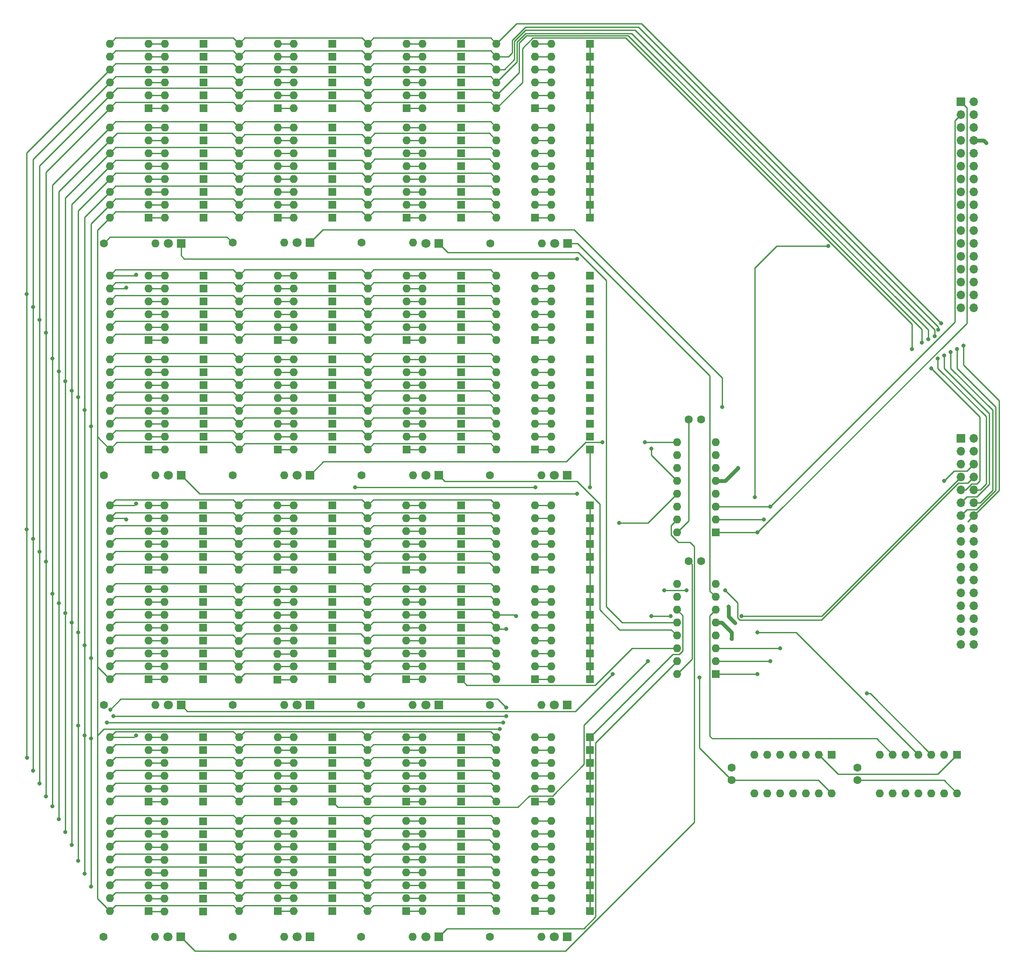
<source format=gbr>
%TF.GenerationSoftware,KiCad,Pcbnew,7.0.7*%
%TF.CreationDate,2023-10-25T17:19:31+09:00*%
%TF.ProjectId,rom2_,726f6d32-5f2e-46b6-9963-61645f706362,rev?*%
%TF.SameCoordinates,Original*%
%TF.FileFunction,Copper,L1,Top*%
%TF.FilePolarity,Positive*%
%FSLAX46Y46*%
G04 Gerber Fmt 4.6, Leading zero omitted, Abs format (unit mm)*
G04 Created by KiCad (PCBNEW 7.0.7) date 2023-10-25 17:19:31*
%MOMM*%
%LPD*%
G01*
G04 APERTURE LIST*
%TA.AperFunction,ComponentPad*%
%ADD10R,1.600000X1.600000*%
%TD*%
%TA.AperFunction,ComponentPad*%
%ADD11O,1.600000X1.600000*%
%TD*%
%TA.AperFunction,ComponentPad*%
%ADD12R,1.800000X1.800000*%
%TD*%
%TA.AperFunction,ComponentPad*%
%ADD13C,1.800000*%
%TD*%
%TA.AperFunction,ComponentPad*%
%ADD14C,1.600000*%
%TD*%
%TA.AperFunction,ComponentPad*%
%ADD15R,1.700000X1.700000*%
%TD*%
%TA.AperFunction,ComponentPad*%
%ADD16O,1.700000X1.700000*%
%TD*%
%TA.AperFunction,ViaPad*%
%ADD17C,0.800000*%
%TD*%
%TA.AperFunction,Conductor*%
%ADD18C,0.250000*%
%TD*%
%TA.AperFunction,Conductor*%
%ADD19C,0.750000*%
%TD*%
G04 APERTURE END LIST*
D10*
%TO.P,SW4,1*%
%TO.N,Net-(D20-A)*%
X345430000Y-208000600D03*
D11*
%TO.P,SW4,2*%
%TO.N,Net-(D22-A)*%
X345430000Y-205460600D03*
%TO.P,SW4,3*%
%TO.N,Net-(D24-A)*%
X345430000Y-202920600D03*
%TO.P,SW4,4*%
%TO.N,Net-(D26-A)*%
X345430000Y-200380600D03*
%TO.P,SW4,5*%
%TO.N,Net-(D28-A)*%
X345430000Y-197840600D03*
%TO.P,SW4,6*%
%TO.N,Net-(D30-A)*%
X345430000Y-195300600D03*
%TO.P,SW4,7*%
%TO.N,2Im0*%
X337810000Y-195300600D03*
%TO.P,SW4,8*%
%TO.N,2Im1*%
X337810000Y-197840600D03*
%TO.P,SW4,9*%
%TO.N,2Im2*%
X337810000Y-200380600D03*
%TO.P,SW4,10*%
%TO.N,2Im3*%
X337810000Y-202920600D03*
%TO.P,SW4,11*%
%TO.N,2Im4*%
X337810000Y-205460600D03*
%TO.P,SW4,12*%
%TO.N,2Im5*%
X337810000Y-208000600D03*
%TD*%
D12*
%TO.P,D1,1,K*%
%TO.N,Net-(D1-K)*%
X300944200Y-234670600D03*
D13*
%TO.P,D1,2,A*%
%TO.N,Net-(D1-A)*%
X298404200Y-234670600D03*
%TD*%
D14*
%TO.P,R10,1*%
%TO.N,+5V*%
X361930000Y-234670600D03*
D11*
%TO.P,R10,2*%
%TO.N,Net-(D122-A)*%
X372090000Y-234670600D03*
%TD*%
D10*
%TO.P,D203,1,K*%
%TO.N,Net-(D181-K)*%
X381625000Y-111861600D03*
D11*
%TO.P,D203,2,A*%
%TO.N,Net-(D203-A)*%
X374005000Y-111861600D03*
%TD*%
D10*
%TO.P,D231,1,K*%
%TO.N,Net-(D211-K)*%
X381625000Y-68681600D03*
D11*
%TO.P,D231,2,A*%
%TO.N,Net-(D231-A)*%
X374005000Y-68681600D03*
%TD*%
D10*
%TO.P,D171,1,K*%
%TO.N,Net-(D151-K)*%
X330835000Y-159766000D03*
D11*
%TO.P,D171,2,A*%
%TO.N,Net-(D171-A)*%
X323215000Y-159766000D03*
%TD*%
D15*
%TO.P,J1,1,Pin_1*%
%TO.N,2oc3*%
X454812400Y-136347200D03*
D16*
%TO.P,J1,2,Pin_2*%
%TO.N,2oc2*%
X457352400Y-136347200D03*
%TO.P,J1,3,Pin_3*%
%TO.N,2oc1*%
X454812400Y-138887200D03*
%TO.P,J1,4,Pin_4*%
%TO.N,2oc0*%
X457352400Y-138887200D03*
%TO.P,J1,5,Pin_5*%
%TO.N,2ol3*%
X454812400Y-141427200D03*
%TO.P,J1,6,Pin_6*%
%TO.N,2ol2*%
X457352400Y-141427200D03*
%TO.P,J1,7,Pin_7*%
%TO.N,2ol1*%
X454812400Y-143967200D03*
%TO.P,J1,8,Pin_8*%
%TO.N,2ol0*%
X457352400Y-143967200D03*
%TO.P,J1,9,Pin_9*%
%TO.N,2Im5*%
X454812400Y-146507200D03*
%TO.P,J1,10,Pin_10*%
%TO.N,2Im4*%
X457352400Y-146507200D03*
%TO.P,J1,11,Pin_11*%
%TO.N,2Im3*%
X454812400Y-149047200D03*
%TO.P,J1,12,Pin_12*%
%TO.N,2Im2*%
X457352400Y-149047200D03*
%TO.P,J1,13,Pin_13*%
%TO.N,2Im1*%
X454812400Y-151587200D03*
%TO.P,J1,14,Pin_14*%
%TO.N,2Im0*%
X457352400Y-151587200D03*
%TO.P,J1,15,Pin_15*%
%TO.N,unconnected-(J1-Pin_15-Pad15)*%
X454812400Y-154127200D03*
%TO.P,J1,16,Pin_16*%
%TO.N,unconnected-(J1-Pin_16-Pad16)*%
X457352400Y-154127200D03*
%TO.P,J1,17,Pin_17*%
%TO.N,unconnected-(J1-Pin_17-Pad17)*%
X454812400Y-156667200D03*
%TO.P,J1,18,Pin_18*%
%TO.N,unconnected-(J1-Pin_18-Pad18)*%
X457352400Y-156667200D03*
%TO.P,J1,19,Pin_19*%
%TO.N,unconnected-(J1-Pin_19-Pad19)*%
X454812400Y-159207200D03*
%TO.P,J1,20,Pin_20*%
%TO.N,unconnected-(J1-Pin_20-Pad20)*%
X457352400Y-159207200D03*
%TO.P,J1,21,Pin_21*%
%TO.N,unconnected-(J1-Pin_21-Pad21)*%
X454812400Y-161747200D03*
%TO.P,J1,22,Pin_22*%
%TO.N,unconnected-(J1-Pin_22-Pad22)*%
X457352400Y-161747200D03*
%TO.P,J1,23,Pin_23*%
%TO.N,unconnected-(J1-Pin_23-Pad23)*%
X454812400Y-164287200D03*
%TO.P,J1,24,Pin_24*%
%TO.N,unconnected-(J1-Pin_24-Pad24)*%
X457352400Y-164287200D03*
%TO.P,J1,25,Pin_25*%
%TO.N,unconnected-(J1-Pin_25-Pad25)*%
X454812400Y-166827200D03*
%TO.P,J1,26,Pin_26*%
%TO.N,unconnected-(J1-Pin_26-Pad26)*%
X457352400Y-166827200D03*
%TO.P,J1,27,Pin_27*%
%TO.N,unconnected-(J1-Pin_27-Pad27)*%
X454812400Y-169367200D03*
%TO.P,J1,28,Pin_28*%
%TO.N,unconnected-(J1-Pin_28-Pad28)*%
X457352400Y-169367200D03*
%TO.P,J1,29,Pin_29*%
%TO.N,unconnected-(J1-Pin_29-Pad29)*%
X454812400Y-171907200D03*
%TO.P,J1,30,Pin_30*%
%TO.N,unconnected-(J1-Pin_30-Pad30)*%
X457352400Y-171907200D03*
%TO.P,J1,31,Pin_31*%
%TO.N,unconnected-(J1-Pin_31-Pad31)*%
X454812400Y-174447200D03*
%TO.P,J1,32,Pin_32*%
%TO.N,unconnected-(J1-Pin_32-Pad32)*%
X457352400Y-174447200D03*
%TO.P,J1,33,Pin_33*%
%TO.N,unconnected-(J1-Pin_33-Pad33)*%
X454812400Y-176987200D03*
%TO.P,J1,34,Pin_34*%
%TO.N,unconnected-(J1-Pin_34-Pad34)*%
X457352400Y-176987200D03*
%TD*%
D10*
%TO.P,D14,1,K*%
%TO.N,Net-(D10-K)*%
X356227231Y-216909136D03*
D11*
%TO.P,D14,2,A*%
%TO.N,Net-(D14-A)*%
X348607231Y-216909136D03*
%TD*%
D10*
%TO.P,SW6,1*%
%TO.N,Net-(D34-A)*%
X345430000Y-183896000D03*
D11*
%TO.P,SW6,2*%
%TO.N,Net-(D36-A)*%
X345430000Y-181356000D03*
%TO.P,SW6,3*%
%TO.N,Net-(D38-A)*%
X345430000Y-178816000D03*
%TO.P,SW6,4*%
%TO.N,Net-(D40-A)*%
X345430000Y-176276000D03*
%TO.P,SW6,5*%
%TO.N,Net-(D42-A)*%
X345430000Y-173736000D03*
%TO.P,SW6,6*%
%TO.N,Net-(D44-A)*%
X345430000Y-171196000D03*
%TO.P,SW6,7*%
%TO.N,Net-(D46-A)*%
X345430000Y-168656000D03*
%TO.P,SW6,8*%
%TO.N,Net-(D48-A)*%
X345430000Y-166116000D03*
%TO.P,SW6,9*%
%TO.N,2ol0*%
X337810000Y-166116000D03*
%TO.P,SW6,10*%
%TO.N,2ol1*%
X337810000Y-168656000D03*
%TO.P,SW6,11*%
%TO.N,2ol2*%
X337810000Y-171196000D03*
%TO.P,SW6,12*%
%TO.N,2ol3*%
X337810000Y-173736000D03*
%TO.P,SW6,13*%
%TO.N,2oc0*%
X337810000Y-176276000D03*
%TO.P,SW6,14*%
%TO.N,2oc1*%
X337810000Y-178816000D03*
%TO.P,SW6,15*%
%TO.N,2oc2*%
X337810000Y-181356000D03*
%TO.P,SW6,16*%
%TO.N,2oc3*%
X337810000Y-183896000D03*
%TD*%
D10*
%TO.P,D59,1,K*%
%TO.N,Net-(D31-K)*%
X305384200Y-149606000D03*
D11*
%TO.P,D59,2,A*%
%TO.N,Net-(D59-A)*%
X297764200Y-149606000D03*
%TD*%
D10*
%TO.P,D46,1,K*%
%TO.N,Net-(D32-K)*%
X356225000Y-168656000D03*
D11*
%TO.P,D46,2,A*%
%TO.N,Net-(D46-A)*%
X348605000Y-168656000D03*
%TD*%
D10*
%TO.P,D50,1,K*%
%TO.N,Net-(D32-K)*%
X356225000Y-162306000D03*
D11*
%TO.P,D50,2,A*%
%TO.N,Net-(D50-A)*%
X348605000Y-162306000D03*
%TD*%
D10*
%TO.P,D202,1,K*%
%TO.N,Net-(D182-K)*%
X330845000Y-114401600D03*
D11*
%TO.P,D202,2,A*%
%TO.N,Net-(D202-A)*%
X323225000Y-114401600D03*
%TD*%
D10*
%TO.P,D145,1,K*%
%TO.N,Net-(D121-K)*%
X330835000Y-200380600D03*
D11*
%TO.P,D145,2,A*%
%TO.N,Net-(D145-A)*%
X323215000Y-200380600D03*
%TD*%
D10*
%TO.P,D22,1,K*%
%TO.N,Net-(D10-K)*%
X356213363Y-205449923D03*
D11*
%TO.P,D22,2,A*%
%TO.N,Net-(D22-A)*%
X348593363Y-205449923D03*
%TD*%
D10*
%TO.P,D156,1,K*%
%TO.N,Net-(D152-K)*%
X381615000Y-181356000D03*
D11*
%TO.P,D156,2,A*%
%TO.N,Net-(D156-A)*%
X373995000Y-181356000D03*
%TD*%
D10*
%TO.P,D77,1,K*%
%TO.N,Net-(D61-K)*%
X305394200Y-120751600D03*
D11*
%TO.P,D77,2,A*%
%TO.N,Net-(D77-A)*%
X297774200Y-120751600D03*
%TD*%
D10*
%TO.P,U1,1*%
%TO.N,pc3*%
X429260000Y-198755000D03*
D11*
%TO.P,U1,2*%
%TO.N,Net-(U1-Pad2)*%
X426720000Y-198755000D03*
%TO.P,U1,3*%
%TO.N,GND*%
X424180000Y-198755000D03*
%TO.P,U1,4*%
%TO.N,unconnected-(U1-Pad4)*%
X421640000Y-198755000D03*
%TO.P,U1,5*%
%TO.N,GND*%
X419100000Y-198755000D03*
%TO.P,U1,6*%
%TO.N,unconnected-(U1-Pad6)*%
X416560000Y-198755000D03*
%TO.P,U1,7,GND*%
%TO.N,GND*%
X414020000Y-198755000D03*
%TO.P,U1,8*%
%TO.N,unconnected-(U1-Pad8)*%
X414020000Y-206375000D03*
%TO.P,U1,9*%
%TO.N,GND*%
X416560000Y-206375000D03*
%TO.P,U1,10*%
%TO.N,unconnected-(U1-Pad10)*%
X419100000Y-206375000D03*
%TO.P,U1,11*%
%TO.N,GND*%
X421640000Y-206375000D03*
%TO.P,U1,12*%
%TO.N,unconnected-(U1-Pad12)*%
X424180000Y-206375000D03*
%TO.P,U1,13*%
%TO.N,GND*%
X426720000Y-206375000D03*
%TO.P,U1,14,Vcc*%
%TO.N,+5V*%
X429260000Y-206375000D03*
%TD*%
D10*
%TO.P,SW2,1*%
%TO.N,Net-(D4-A)*%
X345430000Y-229590600D03*
D11*
%TO.P,SW2,2*%
%TO.N,Net-(D6-A)*%
X345430000Y-227050600D03*
%TO.P,SW2,3*%
%TO.N,Net-(D8-A)*%
X345430000Y-224510600D03*
%TO.P,SW2,4*%
%TO.N,Net-(D10-A)*%
X345430000Y-221970600D03*
%TO.P,SW2,5*%
%TO.N,Net-(D12-A)*%
X345430000Y-219430600D03*
%TO.P,SW2,6*%
%TO.N,Net-(D14-A)*%
X345430000Y-216890600D03*
%TO.P,SW2,7*%
%TO.N,Net-(D16-A)*%
X345430000Y-214350600D03*
%TO.P,SW2,8*%
%TO.N,Net-(D18-A)*%
X345430000Y-211810600D03*
%TO.P,SW2,9*%
%TO.N,2ol0*%
X337810000Y-211810600D03*
%TO.P,SW2,10*%
%TO.N,2ol1*%
X337810000Y-214350600D03*
%TO.P,SW2,11*%
%TO.N,2ol2*%
X337810000Y-216890600D03*
%TO.P,SW2,12*%
%TO.N,2ol3*%
X337810000Y-219430600D03*
%TO.P,SW2,13*%
%TO.N,2oc0*%
X337810000Y-221970600D03*
%TO.P,SW2,14*%
%TO.N,2oc1*%
X337810000Y-224510600D03*
%TO.P,SW2,15*%
%TO.N,2oc2*%
X337810000Y-227050600D03*
%TO.P,SW2,16*%
%TO.N,2oc3*%
X337810000Y-229590600D03*
%TD*%
D14*
%TO.P,R2,1*%
%TO.N,+5V*%
X336540000Y-234670600D03*
D11*
%TO.P,R2,2*%
%TO.N,Net-(D2-A)*%
X346700000Y-234670600D03*
%TD*%
D14*
%TO.P,R5,1*%
%TO.N,+5V*%
X285750000Y-143611600D03*
D11*
%TO.P,R5,2*%
%TO.N,Net-(D61-A)*%
X295910000Y-143611600D03*
%TD*%
D12*
%TO.P,D32,1,K*%
%TO.N,Net-(D32-K)*%
X351790000Y-188976000D03*
D13*
%TO.P,D32,2,A*%
%TO.N,Net-(D32-A)*%
X349250000Y-188976000D03*
%TD*%
D10*
%TO.P,D98,1,K*%
%TO.N,Net-(D100-K)*%
X356235000Y-87731600D03*
D11*
%TO.P,D98,2,A*%
%TO.N,Net-(D98-A)*%
X348615000Y-87731600D03*
%TD*%
D14*
%TO.P,C4,1*%
%TO.N,+5V*%
X434340000Y-203795000D03*
%TO.P,C4,2*%
%TO.N,GND*%
X434340000Y-201295000D03*
%TD*%
D10*
%TO.P,D72,1,K*%
%TO.N,Net-(D62-K)*%
X356235000Y-128371600D03*
D11*
%TO.P,D72,2,A*%
%TO.N,Net-(D72-A)*%
X348615000Y-128371600D03*
%TD*%
D12*
%TO.P,D92,1,K*%
%TO.N,Net-(D100-K)*%
X351790000Y-97891600D03*
D13*
%TO.P,D92,2,A*%
%TO.N,Net-(D92-A)*%
X349250000Y-97891600D03*
%TD*%
D10*
%TO.P,D101,1,K*%
%TO.N,Net-(D101-K)*%
X305394200Y-82651600D03*
D11*
%TO.P,D101,2,A*%
%TO.N,Net-(D101-A)*%
X297774200Y-82651600D03*
%TD*%
D10*
%TO.P,D105,1,K*%
%TO.N,Net-(D101-K)*%
X305394200Y-77571600D03*
D11*
%TO.P,D105,2,A*%
%TO.N,Net-(D105-A)*%
X297774200Y-77571600D03*
%TD*%
D10*
%TO.P,D177,1,K*%
%TO.N,Net-(D151-K)*%
X330835000Y-152146000D03*
D11*
%TO.P,D177,2,A*%
%TO.N,Net-(D177-A)*%
X323215000Y-152146000D03*
%TD*%
D10*
%TO.P,SW18,1*%
%TO.N,Net-(D124-A)*%
X370820000Y-229600600D03*
D11*
%TO.P,SW18,2*%
%TO.N,Net-(D126-A)*%
X370820000Y-227060600D03*
%TO.P,SW18,3*%
%TO.N,Net-(D128-A)*%
X370820000Y-224520600D03*
%TO.P,SW18,4*%
%TO.N,Net-(D130-A)*%
X370820000Y-221980600D03*
%TO.P,SW18,5*%
%TO.N,Net-(D132-A)*%
X370820000Y-219440600D03*
%TO.P,SW18,6*%
%TO.N,Net-(D134-A)*%
X370820000Y-216900600D03*
%TO.P,SW18,7*%
%TO.N,Net-(D136-A)*%
X370820000Y-214360600D03*
%TO.P,SW18,8*%
%TO.N,Net-(D138-A)*%
X370820000Y-211820600D03*
%TO.P,SW18,9*%
%TO.N,2ol0*%
X363200000Y-211820600D03*
%TO.P,SW18,10*%
%TO.N,2ol1*%
X363200000Y-214360600D03*
%TO.P,SW18,11*%
%TO.N,2ol2*%
X363200000Y-216900600D03*
%TO.P,SW18,12*%
%TO.N,2ol3*%
X363200000Y-219440600D03*
%TO.P,SW18,13*%
%TO.N,2oc0*%
X363200000Y-221980600D03*
%TO.P,SW18,14*%
%TO.N,2oc1*%
X363200000Y-224520600D03*
%TO.P,SW18,15*%
%TO.N,2oc2*%
X363200000Y-227060600D03*
%TO.P,SW18,16*%
%TO.N,2oc3*%
X363200000Y-229600600D03*
%TD*%
D12*
%TO.P,D152,1,K*%
%TO.N,Net-(D152-K)*%
X377170000Y-188976000D03*
D13*
%TO.P,D152,2,A*%
%TO.N,Net-(D152-A)*%
X374630000Y-188976000D03*
%TD*%
D10*
%TO.P,D134,1,K*%
%TO.N,Net-(D122-K)*%
X381615000Y-216890600D03*
D11*
%TO.P,D134,2,A*%
%TO.N,Net-(D134-A)*%
X373995000Y-216890600D03*
%TD*%
D10*
%TO.P,D114,1,K*%
%TO.N,Net-(D100-K)*%
X356235000Y-66141600D03*
D11*
%TO.P,D114,2,A*%
%TO.N,Net-(D114-A)*%
X348615000Y-66141600D03*
%TD*%
D10*
%TO.P,D186,1,K*%
%TO.N,Net-(D182-K)*%
X330845000Y-135991600D03*
D11*
%TO.P,D186,2,A*%
%TO.N,Net-(D186-A)*%
X323225000Y-135991600D03*
%TD*%
D10*
%TO.P,D214,1,K*%
%TO.N,Net-(D212-K)*%
X330845000Y-92811600D03*
D11*
%TO.P,D214,2,A*%
%TO.N,Net-(D214-A)*%
X323225000Y-92811600D03*
%TD*%
D10*
%TO.P,D210,1,K*%
%TO.N,Net-(D182-K)*%
X330845000Y-104241600D03*
D11*
%TO.P,D210,2,A*%
%TO.N,Net-(D210-A)*%
X323225000Y-104241600D03*
%TD*%
D12*
%TO.P,D2,1,K*%
%TO.N,Net-(D10-K)*%
X351790000Y-234670600D03*
D13*
%TO.P,D2,2,A*%
%TO.N,Net-(D2-A)*%
X349250000Y-234670600D03*
%TD*%
D10*
%TO.P,D10,1,K*%
%TO.N,Net-(D10-K)*%
X356227231Y-221989136D03*
D11*
%TO.P,D10,2,A*%
%TO.N,Net-(D10-A)*%
X348607231Y-221989136D03*
%TD*%
D10*
%TO.P,SW28,1*%
%TO.N,Net-(D200-A)*%
X320050000Y-116941600D03*
D11*
%TO.P,SW28,2*%
%TO.N,Net-(D202-A)*%
X320050000Y-114401600D03*
%TO.P,SW28,3*%
%TO.N,Net-(D204-A)*%
X320050000Y-111861600D03*
%TO.P,SW28,4*%
%TO.N,Net-(D206-A)*%
X320050000Y-109321600D03*
%TO.P,SW28,5*%
%TO.N,Net-(D208-A)*%
X320050000Y-106781600D03*
%TO.P,SW28,6*%
%TO.N,Net-(D210-A)*%
X320050000Y-104241600D03*
%TO.P,SW28,7*%
%TO.N,2Im0*%
X312430000Y-104241600D03*
%TO.P,SW28,8*%
%TO.N,2Im1*%
X312430000Y-106781600D03*
%TO.P,SW28,9*%
%TO.N,2Im2*%
X312430000Y-109321600D03*
%TO.P,SW28,10*%
%TO.N,2Im3*%
X312430000Y-111861600D03*
%TO.P,SW28,11*%
%TO.N,2Im4*%
X312430000Y-114401600D03*
%TO.P,SW28,12*%
%TO.N,2Im5*%
X312430000Y-116941600D03*
%TD*%
D10*
%TO.P,D111,1,K*%
%TO.N,Net-(D101-K)*%
X305394200Y-68681600D03*
D11*
%TO.P,D111,2,A*%
%TO.N,Net-(D111-A)*%
X297774200Y-68681600D03*
%TD*%
D14*
%TO.P,R12,1*%
%TO.N,+5V*%
X361930000Y-188976000D03*
D11*
%TO.P,R12,2*%
%TO.N,Net-(D152-A)*%
X372090000Y-188976000D03*
%TD*%
D10*
%TO.P,SW26,1*%
%TO.N,Net-(D184-A)*%
X320050000Y-138531600D03*
D11*
%TO.P,SW26,2*%
%TO.N,Net-(D186-A)*%
X320050000Y-135991600D03*
%TO.P,SW26,3*%
%TO.N,Net-(D188-A)*%
X320050000Y-133451600D03*
%TO.P,SW26,4*%
%TO.N,Net-(D190-A)*%
X320050000Y-130911600D03*
%TO.P,SW26,5*%
%TO.N,Net-(D192-A)*%
X320050000Y-128371600D03*
%TO.P,SW26,6*%
%TO.N,Net-(D194-A)*%
X320050000Y-125831600D03*
%TO.P,SW26,7*%
%TO.N,Net-(D196-A)*%
X320050000Y-123291600D03*
%TO.P,SW26,8*%
%TO.N,Net-(D198-A)*%
X320050000Y-120751600D03*
%TO.P,SW26,9*%
%TO.N,2ol0*%
X312430000Y-120751600D03*
%TO.P,SW26,10*%
%TO.N,2ol1*%
X312430000Y-123291600D03*
%TO.P,SW26,11*%
%TO.N,2ol2*%
X312430000Y-125831600D03*
%TO.P,SW26,12*%
%TO.N,2ol3*%
X312430000Y-128371600D03*
%TO.P,SW26,13*%
%TO.N,2oc0*%
X312430000Y-130911600D03*
%TO.P,SW26,14*%
%TO.N,2oc1*%
X312430000Y-133451600D03*
%TO.P,SW26,15*%
%TO.N,2oc2*%
X312430000Y-135991600D03*
%TO.P,SW26,16*%
%TO.N,2oc3*%
X312430000Y-138531600D03*
%TD*%
D10*
%TO.P,D168,1,K*%
%TO.N,Net-(D152-K)*%
X381615000Y-166116000D03*
D11*
%TO.P,D168,2,A*%
%TO.N,Net-(D168-A)*%
X373995000Y-166116000D03*
%TD*%
D12*
%TO.P,D62,1,K*%
%TO.N,Net-(D62-K)*%
X351800000Y-143611600D03*
D13*
%TO.P,D62,2,A*%
%TO.N,Net-(D62-A)*%
X349260000Y-143611600D03*
%TD*%
D10*
%TO.P,SW20,1*%
%TO.N,Net-(D140-A)*%
X370820000Y-208000600D03*
D11*
%TO.P,SW20,2*%
%TO.N,Net-(D142-A)*%
X370820000Y-205460600D03*
%TO.P,SW20,3*%
%TO.N,Net-(D144-A)*%
X370820000Y-202920600D03*
%TO.P,SW20,4*%
%TO.N,Net-(D146-A)*%
X370820000Y-200380600D03*
%TO.P,SW20,5*%
%TO.N,Net-(D148-A)*%
X370820000Y-197840600D03*
%TO.P,SW20,6*%
%TO.N,Net-(D150-A)*%
X370820000Y-195300600D03*
%TO.P,SW20,7*%
%TO.N,2Im0*%
X363200000Y-195300600D03*
%TO.P,SW20,8*%
%TO.N,2Im1*%
X363200000Y-197840600D03*
%TO.P,SW20,9*%
%TO.N,2Im2*%
X363200000Y-200380600D03*
%TO.P,SW20,10*%
%TO.N,2Im3*%
X363200000Y-202920600D03*
%TO.P,SW20,11*%
%TO.N,2Im4*%
X363200000Y-205460600D03*
%TO.P,SW20,12*%
%TO.N,2Im5*%
X363200000Y-208000600D03*
%TD*%
D10*
%TO.P,D7,1,K*%
%TO.N,Net-(D1-K)*%
X305348058Y-224572396D03*
D11*
%TO.P,D7,2,A*%
%TO.N,Net-(D7-A)*%
X297728058Y-224572396D03*
%TD*%
D10*
%TO.P,D184,1,K*%
%TO.N,Net-(D182-K)*%
X330845000Y-138531600D03*
D11*
%TO.P,D184,2,A*%
%TO.N,Net-(D184-A)*%
X323225000Y-138531600D03*
%TD*%
D10*
%TO.P,D238,1,K*%
%TO.N,Net-(D212-K)*%
X330845000Y-61061600D03*
D11*
%TO.P,D238,2,A*%
%TO.N,Net-(D238-A)*%
X323225000Y-61061600D03*
%TD*%
D10*
%TO.P,D123,1,K*%
%TO.N,Net-(D121-K)*%
X330835000Y-229590600D03*
D11*
%TO.P,D123,2,A*%
%TO.N,Net-(D123-A)*%
X323215000Y-229590600D03*
%TD*%
D10*
%TO.P,D44,1,K*%
%TO.N,Net-(D32-K)*%
X356225000Y-171196000D03*
D11*
%TO.P,D44,2,A*%
%TO.N,Net-(D44-A)*%
X348605000Y-171196000D03*
%TD*%
D14*
%TO.P,R16,1*%
%TO.N,+5V*%
X311155000Y-97790000D03*
D11*
%TO.P,R16,2*%
%TO.N,Net-(D212-A)*%
X321315000Y-97790000D03*
%TD*%
D12*
%TO.P,D182,1,K*%
%TO.N,Net-(D182-K)*%
X326400000Y-143611600D03*
D13*
%TO.P,D182,2,A*%
%TO.N,Net-(D182-A)*%
X323860000Y-143611600D03*
%TD*%
D12*
%TO.P,D211,1,K*%
%TO.N,Net-(D211-K)*%
X377190000Y-97891600D03*
D13*
%TO.P,D211,2,A*%
%TO.N,Net-(D211-A)*%
X374650000Y-97891600D03*
%TD*%
D10*
%TO.P,D149,1,K*%
%TO.N,Net-(D121-K)*%
X330835000Y-195300600D03*
D11*
%TO.P,D149,2,A*%
%TO.N,Net-(D149-A)*%
X323215000Y-195300600D03*
%TD*%
D12*
%TO.P,D121,1,K*%
%TO.N,Net-(D121-K)*%
X326395000Y-234670600D03*
D13*
%TO.P,D121,2,A*%
%TO.N,Net-(D121-A)*%
X323855000Y-234670600D03*
%TD*%
D14*
%TO.P,C1,1*%
%TO.N,+5V*%
X401076000Y-160533400D03*
%TO.P,C1,2*%
%TO.N,GND*%
X403576000Y-160533400D03*
%TD*%
D10*
%TO.P,SW32,1*%
%TO.N,Net-(D230-A)*%
X320040000Y-71221600D03*
D11*
%TO.P,SW32,2*%
%TO.N,Net-(D232-A)*%
X320040000Y-68681600D03*
%TO.P,SW32,3*%
%TO.N,Net-(D234-A)*%
X320040000Y-66141600D03*
%TO.P,SW32,4*%
%TO.N,Net-(D236-A)*%
X320040000Y-63601600D03*
%TO.P,SW32,5*%
%TO.N,Net-(D238-A)*%
X320040000Y-61061600D03*
%TO.P,SW32,6*%
%TO.N,Net-(D240-A)*%
X320040000Y-58521600D03*
%TO.P,SW32,7*%
%TO.N,2Im0*%
X312420000Y-58521600D03*
%TO.P,SW32,8*%
%TO.N,2Im1*%
X312420000Y-61061600D03*
%TO.P,SW32,9*%
%TO.N,2Im2*%
X312420000Y-63601600D03*
%TO.P,SW32,10*%
%TO.N,2Im3*%
X312420000Y-66141600D03*
%TO.P,SW32,11*%
%TO.N,2Im4*%
X312420000Y-68681600D03*
%TO.P,SW32,12*%
%TO.N,2Im5*%
X312420000Y-71221600D03*
%TD*%
D10*
%TO.P,D16,1,K*%
%TO.N,Net-(D10-K)*%
X356227231Y-214369136D03*
D11*
%TO.P,D16,2,A*%
%TO.N,Net-(D16-A)*%
X348607231Y-214369136D03*
%TD*%
D10*
%TO.P,U3,1,A0*%
%TO.N,pc0*%
X406400000Y-154940000D03*
D11*
%TO.P,U3,2,A1*%
%TO.N,pc1*%
X406400000Y-152400000D03*
%TO.P,U3,3,A2*%
%TO.N,pc2*%
X406400000Y-149860000D03*
%TO.P,U3,4,~{E0}*%
%TO.N,GND*%
X406400000Y-147320000D03*
%TO.P,U3,5,~{E1}*%
X406400000Y-144780000D03*
%TO.P,U3,6,E2*%
%TO.N,Net-(U3-E2)*%
X406400000Y-142240000D03*
%TO.P,U3,7,~{Y7}*%
%TO.N,Net-(D212-K)*%
X406400000Y-139700000D03*
%TO.P,U3,8,GND*%
%TO.N,GND*%
X406400000Y-137160000D03*
%TO.P,U3,9,~{Y6}*%
%TO.N,Net-(D182-K)*%
X398780000Y-137160000D03*
%TO.P,U3,10,~{Y5}*%
%TO.N,Net-(D151-K)*%
X398780000Y-139700000D03*
%TO.P,U3,11,~{Y4}*%
%TO.N,Net-(D121-K)*%
X398780000Y-142240000D03*
%TO.P,U3,12,~{Y3}*%
%TO.N,Net-(D101-K)*%
X398780000Y-144780000D03*
%TO.P,U3,13,~{Y2}*%
%TO.N,Net-(D61-K)*%
X398780000Y-147320000D03*
%TO.P,U3,14,~{Y1}*%
%TO.N,Net-(D31-K)*%
X398780000Y-149860000D03*
%TO.P,U3,15,~{Y0}*%
%TO.N,Net-(D1-K)*%
X398780000Y-152400000D03*
%TO.P,U3,16,VCC*%
%TO.N,+5V*%
X398780000Y-154940000D03*
%TD*%
D10*
%TO.P,D52,1,K*%
%TO.N,Net-(D32-K)*%
X356225000Y-159766000D03*
D11*
%TO.P,D52,2,A*%
%TO.N,Net-(D52-A)*%
X348605000Y-159766000D03*
%TD*%
D10*
%TO.P,D196,1,K*%
%TO.N,Net-(D182-K)*%
X330845000Y-123291600D03*
D11*
%TO.P,D196,2,A*%
%TO.N,Net-(D196-A)*%
X323225000Y-123291600D03*
%TD*%
D10*
%TO.P,D221,1,K*%
%TO.N,Net-(D211-K)*%
X381625000Y-82651600D03*
D11*
%TO.P,D221,2,A*%
%TO.N,Net-(D221-A)*%
X374005000Y-82651600D03*
%TD*%
D10*
%TO.P,SW12,1*%
%TO.N,Net-(D80-A)*%
X345440000Y-116941600D03*
D11*
%TO.P,SW12,2*%
%TO.N,Net-(D82-A)*%
X345440000Y-114401600D03*
%TO.P,SW12,3*%
%TO.N,Net-(D84-A)*%
X345440000Y-111861600D03*
%TO.P,SW12,4*%
%TO.N,Net-(D86-A)*%
X345440000Y-109321600D03*
%TO.P,SW12,5*%
%TO.N,Net-(D88-A)*%
X345440000Y-106781600D03*
%TO.P,SW12,6*%
%TO.N,Net-(D90-A)*%
X345440000Y-104241600D03*
%TO.P,SW12,7*%
%TO.N,2Im0*%
X337820000Y-104241600D03*
%TO.P,SW12,8*%
%TO.N,2Im1*%
X337820000Y-106781600D03*
%TO.P,SW12,9*%
%TO.N,2Im2*%
X337820000Y-109321600D03*
%TO.P,SW12,10*%
%TO.N,2Im3*%
X337820000Y-111861600D03*
%TO.P,SW12,11*%
%TO.N,2Im4*%
X337820000Y-114401600D03*
%TO.P,SW12,12*%
%TO.N,2Im5*%
X337820000Y-116941600D03*
%TD*%
D10*
%TO.P,D224,1,K*%
%TO.N,Net-(D212-K)*%
X330845000Y-80111600D03*
D11*
%TO.P,D224,2,A*%
%TO.N,Net-(D224-A)*%
X323225000Y-80111600D03*
%TD*%
D10*
%TO.P,D135,1,K*%
%TO.N,Net-(D121-K)*%
X330835000Y-214350600D03*
D11*
%TO.P,D135,2,A*%
%TO.N,Net-(D135-A)*%
X323215000Y-214350600D03*
%TD*%
D10*
%TO.P,D86,1,K*%
%TO.N,Net-(D62-K)*%
X356235000Y-109321600D03*
D11*
%TO.P,D86,2,A*%
%TO.N,Net-(D86-A)*%
X348615000Y-109321600D03*
%TD*%
D10*
%TO.P,SW27,1*%
%TO.N,Net-(D199-A)*%
X370820000Y-116941600D03*
D11*
%TO.P,SW27,2*%
%TO.N,Net-(D201-A)*%
X370820000Y-114401600D03*
%TO.P,SW27,3*%
%TO.N,Net-(D203-A)*%
X370820000Y-111861600D03*
%TO.P,SW27,4*%
%TO.N,Net-(D205-A)*%
X370820000Y-109321600D03*
%TO.P,SW27,5*%
%TO.N,Net-(D207-A)*%
X370820000Y-106781600D03*
%TO.P,SW27,6*%
%TO.N,Net-(D209-A)*%
X370820000Y-104241600D03*
%TO.P,SW27,7*%
%TO.N,2Im0*%
X363200000Y-104241600D03*
%TO.P,SW27,8*%
%TO.N,2Im1*%
X363200000Y-106781600D03*
%TO.P,SW27,9*%
%TO.N,2Im2*%
X363200000Y-109321600D03*
%TO.P,SW27,10*%
%TO.N,2Im3*%
X363200000Y-111861600D03*
%TO.P,SW27,11*%
%TO.N,2Im4*%
X363200000Y-114401600D03*
%TO.P,SW27,12*%
%TO.N,2Im5*%
X363200000Y-116941600D03*
%TD*%
D10*
%TO.P,D130,1,K*%
%TO.N,Net-(D122-K)*%
X381615000Y-221970600D03*
D11*
%TO.P,D130,2,A*%
%TO.N,Net-(D130-A)*%
X373995000Y-221970600D03*
%TD*%
D10*
%TO.P,D3,1,K*%
%TO.N,Net-(D1-K)*%
X305348058Y-229622529D03*
D11*
%TO.P,D3,2,A*%
%TO.N,Net-(D3-A)*%
X297728058Y-229622529D03*
%TD*%
D10*
%TO.P,D223,1,K*%
%TO.N,Net-(D211-K)*%
X381625000Y-80111600D03*
D11*
%TO.P,D223,2,A*%
%TO.N,Net-(D223-A)*%
X374005000Y-80111600D03*
%TD*%
D10*
%TO.P,D131,1,K*%
%TO.N,Net-(D121-K)*%
X330835000Y-219430600D03*
D11*
%TO.P,D131,2,A*%
%TO.N,Net-(D131-A)*%
X323215000Y-219430600D03*
%TD*%
D10*
%TO.P,D76,1,K*%
%TO.N,Net-(D62-K)*%
X356235000Y-123291600D03*
D11*
%TO.P,D76,2,A*%
%TO.N,Net-(D76-A)*%
X348615000Y-123291600D03*
%TD*%
D10*
%TO.P,D154,1,K*%
%TO.N,Net-(D152-K)*%
X381615000Y-183896000D03*
D11*
%TO.P,D154,2,A*%
%TO.N,Net-(D154-A)*%
X373995000Y-183896000D03*
%TD*%
D10*
%TO.P,SW16,1*%
%TO.N,Net-(D110-A)*%
X345440000Y-71221600D03*
D11*
%TO.P,SW16,2*%
%TO.N,Net-(D112-A)*%
X345440000Y-68681600D03*
%TO.P,SW16,3*%
%TO.N,Net-(D114-A)*%
X345440000Y-66141600D03*
%TO.P,SW16,4*%
%TO.N,Net-(D116-A)*%
X345440000Y-63601600D03*
%TO.P,SW16,5*%
%TO.N,Net-(D118-A)*%
X345440000Y-61061600D03*
%TO.P,SW16,6*%
%TO.N,Net-(D120-A)*%
X345440000Y-58521600D03*
%TO.P,SW16,7*%
%TO.N,2Im0*%
X337820000Y-58521600D03*
%TO.P,SW16,8*%
%TO.N,2Im1*%
X337820000Y-61061600D03*
%TO.P,SW16,9*%
%TO.N,2Im2*%
X337820000Y-63601600D03*
%TO.P,SW16,10*%
%TO.N,2Im3*%
X337820000Y-66141600D03*
%TO.P,SW16,11*%
%TO.N,2Im4*%
X337820000Y-68681600D03*
%TO.P,SW16,12*%
%TO.N,2Im5*%
X337820000Y-71221600D03*
%TD*%
D10*
%TO.P,D90,1,K*%
%TO.N,Net-(D62-K)*%
X356235000Y-104241600D03*
D11*
%TO.P,D90,2,A*%
%TO.N,Net-(D90-A)*%
X348615000Y-104241600D03*
%TD*%
D10*
%TO.P,D139,1,K*%
%TO.N,Net-(D121-K)*%
X330835000Y-208000600D03*
D11*
%TO.P,D139,2,A*%
%TO.N,Net-(D139-A)*%
X323215000Y-208000600D03*
%TD*%
D10*
%TO.P,D158,1,K*%
%TO.N,Net-(D152-K)*%
X381615000Y-178816000D03*
D11*
%TO.P,D158,2,A*%
%TO.N,Net-(D158-A)*%
X373995000Y-178816000D03*
%TD*%
D10*
%TO.P,D88,1,K*%
%TO.N,Net-(D62-K)*%
X356235000Y-106781600D03*
D11*
%TO.P,D88,2,A*%
%TO.N,Net-(D88-A)*%
X348615000Y-106781600D03*
%TD*%
D10*
%TO.P,D124,1,K*%
%TO.N,Net-(D122-K)*%
X381615000Y-229590600D03*
D11*
%TO.P,D124,2,A*%
%TO.N,Net-(D124-A)*%
X373995000Y-229590600D03*
%TD*%
D10*
%TO.P,D199,1,K*%
%TO.N,Net-(D181-K)*%
X381625000Y-116941600D03*
D11*
%TO.P,D199,2,A*%
%TO.N,Net-(D199-A)*%
X374005000Y-116941600D03*
%TD*%
D10*
%TO.P,D197,1,K*%
%TO.N,Net-(D181-K)*%
X381625000Y-120751600D03*
D11*
%TO.P,D197,2,A*%
%TO.N,Net-(D197-A)*%
X374005000Y-120751600D03*
%TD*%
D10*
%TO.P,D175,1,K*%
%TO.N,Net-(D151-K)*%
X330835000Y-154686000D03*
D11*
%TO.P,D175,2,A*%
%TO.N,Net-(D175-A)*%
X323215000Y-154686000D03*
%TD*%
D10*
%TO.P,SW24,1*%
%TO.N,Net-(D170-A)*%
X370820000Y-162306000D03*
D11*
%TO.P,SW24,2*%
%TO.N,Net-(D172-A)*%
X370820000Y-159766000D03*
%TO.P,SW24,3*%
%TO.N,Net-(D174-A)*%
X370820000Y-157226000D03*
%TO.P,SW24,4*%
%TO.N,Net-(D176-A)*%
X370820000Y-154686000D03*
%TO.P,SW24,5*%
%TO.N,Net-(D178-A)*%
X370820000Y-152146000D03*
%TO.P,SW24,6*%
%TO.N,Net-(D180-A)*%
X370820000Y-149606000D03*
%TO.P,SW24,7*%
%TO.N,2Im0*%
X363200000Y-149606000D03*
%TO.P,SW24,8*%
%TO.N,2Im1*%
X363200000Y-152146000D03*
%TO.P,SW24,9*%
%TO.N,2Im2*%
X363200000Y-154686000D03*
%TO.P,SW24,10*%
%TO.N,2Im3*%
X363200000Y-157226000D03*
%TO.P,SW24,11*%
%TO.N,2Im4*%
X363200000Y-159766000D03*
%TO.P,SW24,12*%
%TO.N,2Im5*%
X363200000Y-162306000D03*
%TD*%
D10*
%TO.P,D144,1,K*%
%TO.N,Net-(D122-K)*%
X381615000Y-202920600D03*
D11*
%TO.P,D144,2,A*%
%TO.N,Net-(D144-A)*%
X373995000Y-202920600D03*
%TD*%
D10*
%TO.P,D96,1,K*%
%TO.N,Net-(D100-K)*%
X356235000Y-90271600D03*
D11*
%TO.P,D96,2,A*%
%TO.N,Net-(D96-A)*%
X348615000Y-90271600D03*
%TD*%
D10*
%TO.P,D102,1,K*%
%TO.N,Net-(D100-K)*%
X356235000Y-82651600D03*
D11*
%TO.P,D102,2,A*%
%TO.N,Net-(D102-A)*%
X348615000Y-82651600D03*
%TD*%
D10*
%TO.P,D208,1,K*%
%TO.N,Net-(D182-K)*%
X330845000Y-106781600D03*
D11*
%TO.P,D208,2,A*%
%TO.N,Net-(D208-A)*%
X323225000Y-106781600D03*
%TD*%
D14*
%TO.P,R11,1*%
%TO.N,+5V*%
X311150000Y-188976000D03*
D11*
%TO.P,R11,2*%
%TO.N,Net-(D151-A)*%
X321310000Y-188976000D03*
%TD*%
D10*
%TO.P,D95,1,K*%
%TO.N,Net-(D101-K)*%
X305394200Y-90271600D03*
D11*
%TO.P,D95,2,A*%
%TO.N,Net-(D95-A)*%
X297774200Y-90271600D03*
%TD*%
D10*
%TO.P,D85,1,K*%
%TO.N,Net-(D61-K)*%
X305394200Y-109321600D03*
D11*
%TO.P,D85,2,A*%
%TO.N,Net-(D85-A)*%
X297774200Y-109321600D03*
%TD*%
D10*
%TO.P,D160,1,K*%
%TO.N,Net-(D152-K)*%
X381615000Y-176276000D03*
D11*
%TO.P,D160,2,A*%
%TO.N,Net-(D160-A)*%
X373995000Y-176276000D03*
%TD*%
D10*
%TO.P,SW23,1*%
%TO.N,Net-(D169-A)*%
X320030000Y-162306000D03*
D11*
%TO.P,SW23,2*%
%TO.N,Net-(D171-A)*%
X320030000Y-159766000D03*
%TO.P,SW23,3*%
%TO.N,Net-(D173-A)*%
X320030000Y-157226000D03*
%TO.P,SW23,4*%
%TO.N,Net-(D175-A)*%
X320030000Y-154686000D03*
%TO.P,SW23,5*%
%TO.N,Net-(D177-A)*%
X320030000Y-152146000D03*
%TO.P,SW23,6*%
%TO.N,Net-(D179-A)*%
X320030000Y-149606000D03*
%TO.P,SW23,7*%
%TO.N,2Im0*%
X312410000Y-149606000D03*
%TO.P,SW23,8*%
%TO.N,2Im1*%
X312410000Y-152146000D03*
%TO.P,SW23,9*%
%TO.N,2Im2*%
X312410000Y-154686000D03*
%TO.P,SW23,10*%
%TO.N,2Im3*%
X312410000Y-157226000D03*
%TO.P,SW23,11*%
%TO.N,2Im4*%
X312410000Y-159766000D03*
%TO.P,SW23,12*%
%TO.N,2Im5*%
X312410000Y-162306000D03*
%TD*%
D10*
%TO.P,D21,1,K*%
%TO.N,Net-(D1-K)*%
X305384200Y-205486000D03*
D11*
%TO.P,D21,2,A*%
%TO.N,Net-(D21-A)*%
X297764200Y-205486000D03*
%TD*%
D10*
%TO.P,D70,1,K*%
%TO.N,Net-(D62-K)*%
X356235000Y-130911600D03*
D11*
%TO.P,D70,2,A*%
%TO.N,Net-(D70-A)*%
X348615000Y-130911600D03*
%TD*%
D10*
%TO.P,D220,1,K*%
%TO.N,Net-(D212-K)*%
X330845000Y-85191600D03*
D11*
%TO.P,D220,2,A*%
%TO.N,Net-(D220-A)*%
X323225000Y-85191600D03*
%TD*%
D10*
%TO.P,D218,1,K*%
%TO.N,Net-(D212-K)*%
X330845000Y-87731600D03*
D11*
%TO.P,D218,2,A*%
%TO.N,Net-(D218-A)*%
X323225000Y-87731600D03*
%TD*%
D10*
%TO.P,SW1,1*%
%TO.N,Net-(D3-A)*%
X294589200Y-229590600D03*
D11*
%TO.P,SW1,2*%
%TO.N,Net-(D5-A)*%
X294589200Y-227050600D03*
%TO.P,SW1,3*%
%TO.N,Net-(D7-A)*%
X294589200Y-224510600D03*
%TO.P,SW1,4*%
%TO.N,Net-(D9-A)*%
X294589200Y-221970600D03*
%TO.P,SW1,5*%
%TO.N,Net-(D11-A)*%
X294589200Y-219430600D03*
%TO.P,SW1,6*%
%TO.N,Net-(D13-A)*%
X294589200Y-216890600D03*
%TO.P,SW1,7*%
%TO.N,Net-(D15-A)*%
X294589200Y-214350600D03*
%TO.P,SW1,8*%
%TO.N,Net-(D17-A)*%
X294589200Y-211810600D03*
%TO.P,SW1,9*%
%TO.N,2ol0*%
X286969200Y-211810600D03*
%TO.P,SW1,10*%
%TO.N,2ol1*%
X286969200Y-214350600D03*
%TO.P,SW1,11*%
%TO.N,2ol2*%
X286969200Y-216890600D03*
%TO.P,SW1,12*%
%TO.N,2ol3*%
X286969200Y-219430600D03*
%TO.P,SW1,13*%
%TO.N,2oc0*%
X286969200Y-221970600D03*
%TO.P,SW1,14*%
%TO.N,2oc1*%
X286969200Y-224510600D03*
%TO.P,SW1,15*%
%TO.N,2oc2*%
X286969200Y-227050600D03*
%TO.P,SW1,16*%
%TO.N,2oc3*%
X286969200Y-229590600D03*
%TD*%
D10*
%TO.P,D213,1,K*%
%TO.N,Net-(D211-K)*%
X381625000Y-92811600D03*
D11*
%TO.P,D213,2,A*%
%TO.N,Net-(D213-A)*%
X374005000Y-92811600D03*
%TD*%
D12*
%TO.P,D61,1,K*%
%TO.N,Net-(D61-K)*%
X300995000Y-143611600D03*
D13*
%TO.P,D61,2,A*%
%TO.N,Net-(D61-A)*%
X298455000Y-143611600D03*
%TD*%
D10*
%TO.P,D69,1,K*%
%TO.N,Net-(D61-K)*%
X305394200Y-130911600D03*
D11*
%TO.P,D69,2,A*%
%TO.N,Net-(D69-A)*%
X297774200Y-130911600D03*
%TD*%
D10*
%TO.P,D5,1,K*%
%TO.N,Net-(D1-K)*%
X305348058Y-227109103D03*
D11*
%TO.P,D5,2,A*%
%TO.N,Net-(D5-A)*%
X297728058Y-227109103D03*
%TD*%
D10*
%TO.P,D94,1,K*%
%TO.N,Net-(D100-K)*%
X356235000Y-92811600D03*
D11*
%TO.P,D94,2,A*%
%TO.N,Net-(D94-A)*%
X348615000Y-92811600D03*
%TD*%
D10*
%TO.P,SW17,1*%
%TO.N,Net-(D123-A)*%
X320040000Y-229590600D03*
D11*
%TO.P,SW17,2*%
%TO.N,Net-(D125-A)*%
X320040000Y-227050600D03*
%TO.P,SW17,3*%
%TO.N,Net-(D127-A)*%
X320040000Y-224510600D03*
%TO.P,SW17,4*%
%TO.N,Net-(D129-A)*%
X320040000Y-221970600D03*
%TO.P,SW17,5*%
%TO.N,Net-(D131-A)*%
X320040000Y-219430600D03*
%TO.P,SW17,6*%
%TO.N,Net-(D133-A)*%
X320040000Y-216890600D03*
%TO.P,SW17,7*%
%TO.N,Net-(D135-A)*%
X320040000Y-214350600D03*
%TO.P,SW17,8*%
%TO.N,Net-(D137-A)*%
X320040000Y-211810600D03*
%TO.P,SW17,9*%
%TO.N,2ol0*%
X312420000Y-211810600D03*
%TO.P,SW17,10*%
%TO.N,2ol1*%
X312420000Y-214350600D03*
%TO.P,SW17,11*%
%TO.N,2ol2*%
X312420000Y-216890600D03*
%TO.P,SW17,12*%
%TO.N,2ol3*%
X312420000Y-219430600D03*
%TO.P,SW17,13*%
%TO.N,2oc0*%
X312420000Y-221970600D03*
%TO.P,SW17,14*%
%TO.N,2oc1*%
X312420000Y-224510600D03*
%TO.P,SW17,15*%
%TO.N,2oc2*%
X312420000Y-227050600D03*
%TO.P,SW17,16*%
%TO.N,2oc3*%
X312420000Y-229590600D03*
%TD*%
D10*
%TO.P,D204,1,K*%
%TO.N,Net-(D182-K)*%
X330845000Y-111861600D03*
D11*
%TO.P,D204,2,A*%
%TO.N,Net-(D204-A)*%
X323225000Y-111861600D03*
%TD*%
D10*
%TO.P,SW25,1*%
%TO.N,Net-(D183-A)*%
X370830000Y-138531600D03*
D11*
%TO.P,SW25,2*%
%TO.N,Net-(D185-A)*%
X370830000Y-135991600D03*
%TO.P,SW25,3*%
%TO.N,Net-(D187-A)*%
X370830000Y-133451600D03*
%TO.P,SW25,4*%
%TO.N,Net-(D189-A)*%
X370830000Y-130911600D03*
%TO.P,SW25,5*%
%TO.N,Net-(D191-A)*%
X370830000Y-128371600D03*
%TO.P,SW25,6*%
%TO.N,Net-(D193-A)*%
X370830000Y-125831600D03*
%TO.P,SW25,7*%
%TO.N,Net-(D195-A)*%
X370830000Y-123291600D03*
%TO.P,SW25,8*%
%TO.N,Net-(D197-A)*%
X370830000Y-120751600D03*
%TO.P,SW25,9*%
%TO.N,2ol0*%
X363210000Y-120751600D03*
%TO.P,SW25,10*%
%TO.N,2ol1*%
X363210000Y-123291600D03*
%TO.P,SW25,11*%
%TO.N,2ol2*%
X363210000Y-125831600D03*
%TO.P,SW25,12*%
%TO.N,2ol3*%
X363210000Y-128371600D03*
%TO.P,SW25,13*%
%TO.N,2oc0*%
X363210000Y-130911600D03*
%TO.P,SW25,14*%
%TO.N,2oc1*%
X363210000Y-133451600D03*
%TO.P,SW25,15*%
%TO.N,2oc2*%
X363210000Y-135991600D03*
%TO.P,SW25,16*%
%TO.N,2oc3*%
X363210000Y-138531600D03*
%TD*%
D10*
%TO.P,D74,1,K*%
%TO.N,Net-(D62-K)*%
X356235000Y-125831600D03*
D11*
%TO.P,D74,2,A*%
%TO.N,Net-(D74-A)*%
X348615000Y-125831600D03*
%TD*%
D10*
%TO.P,D191,1,K*%
%TO.N,Net-(D181-K)*%
X381625000Y-128371600D03*
D11*
%TO.P,D191,2,A*%
%TO.N,Net-(D191-A)*%
X374005000Y-128371600D03*
%TD*%
D10*
%TO.P,D73,1,K*%
%TO.N,Net-(D61-K)*%
X305394200Y-125831600D03*
D11*
%TO.P,D73,2,A*%
%TO.N,Net-(D73-A)*%
X297774200Y-125831600D03*
%TD*%
D14*
%TO.P,C2,1*%
%TO.N,+5V*%
X401076000Y-132603400D03*
%TO.P,C2,2*%
%TO.N,GND*%
X403576000Y-132603400D03*
%TD*%
D10*
%TO.P,D194,1,K*%
%TO.N,Net-(D182-K)*%
X330845000Y-125831600D03*
D11*
%TO.P,D194,2,A*%
%TO.N,Net-(D194-A)*%
X323225000Y-125831600D03*
%TD*%
D10*
%TO.P,D165,1,K*%
%TO.N,Net-(D151-K)*%
X330835000Y-168656000D03*
D11*
%TO.P,D165,2,A*%
%TO.N,Net-(D165-A)*%
X323215000Y-168656000D03*
%TD*%
D10*
%TO.P,D26,1,K*%
%TO.N,Net-(D10-K)*%
X356213363Y-200369923D03*
D11*
%TO.P,D26,2,A*%
%TO.N,Net-(D26-A)*%
X348593363Y-200369923D03*
%TD*%
D10*
%TO.P,D63,1,K*%
%TO.N,Net-(D61-K)*%
X305394200Y-138531600D03*
D11*
%TO.P,D63,2,A*%
%TO.N,Net-(D63-A)*%
X297774200Y-138531600D03*
%TD*%
D10*
%TO.P,D236,1,K*%
%TO.N,Net-(D212-K)*%
X330845000Y-63601600D03*
D11*
%TO.P,D236,2,A*%
%TO.N,Net-(D236-A)*%
X323225000Y-63601600D03*
%TD*%
D10*
%TO.P,D128,1,K*%
%TO.N,Net-(D122-K)*%
X381615000Y-224510600D03*
D11*
%TO.P,D128,2,A*%
%TO.N,Net-(D128-A)*%
X373995000Y-224510600D03*
%TD*%
D10*
%TO.P,D187,1,K*%
%TO.N,Net-(D181-K)*%
X381625000Y-133451600D03*
D11*
%TO.P,D187,2,A*%
%TO.N,Net-(D187-A)*%
X374005000Y-133451600D03*
%TD*%
D10*
%TO.P,D163,1,K*%
%TO.N,Net-(D151-K)*%
X330835000Y-171196000D03*
D11*
%TO.P,D163,2,A*%
%TO.N,Net-(D163-A)*%
X323215000Y-171196000D03*
%TD*%
D10*
%TO.P,D40,1,K*%
%TO.N,Net-(D32-K)*%
X356225000Y-176276000D03*
D11*
%TO.P,D40,2,A*%
%TO.N,Net-(D40-A)*%
X348605000Y-176276000D03*
%TD*%
D14*
%TO.P,R4,1*%
%TO.N,+5V*%
X336540000Y-188976000D03*
D11*
%TO.P,R4,2*%
%TO.N,Net-(D32-A)*%
X346700000Y-188976000D03*
%TD*%
D10*
%TO.P,D206,1,K*%
%TO.N,Net-(D182-K)*%
X330845000Y-109321600D03*
D11*
%TO.P,D206,2,A*%
%TO.N,Net-(D206-A)*%
X323225000Y-109321600D03*
%TD*%
D10*
%TO.P,D54,1,K*%
%TO.N,Net-(D32-K)*%
X356225000Y-157226000D03*
D11*
%TO.P,D54,2,A*%
%TO.N,Net-(D54-A)*%
X348605000Y-157226000D03*
%TD*%
D10*
%TO.P,D138,1,K*%
%TO.N,Net-(D122-K)*%
X381615000Y-211810600D03*
D11*
%TO.P,D138,2,A*%
%TO.N,Net-(D138-A)*%
X373995000Y-211810600D03*
%TD*%
D10*
%TO.P,D117,1,K*%
%TO.N,Net-(D101-K)*%
X305394200Y-61061600D03*
D11*
%TO.P,D117,2,A*%
%TO.N,Net-(D117-A)*%
X297774200Y-61061600D03*
%TD*%
D10*
%TO.P,D141,1,K*%
%TO.N,Net-(D121-K)*%
X330835000Y-205460600D03*
D11*
%TO.P,D141,2,A*%
%TO.N,Net-(D141-A)*%
X323215000Y-205460600D03*
%TD*%
D10*
%TO.P,D215,1,K*%
%TO.N,Net-(D211-K)*%
X381625000Y-90271600D03*
D11*
%TO.P,D215,2,A*%
%TO.N,Net-(D215-A)*%
X374005000Y-90271600D03*
%TD*%
D10*
%TO.P,D109,1,K*%
%TO.N,Net-(D101-K)*%
X305394200Y-71221600D03*
D11*
%TO.P,D109,2,A*%
%TO.N,Net-(D109-A)*%
X297774200Y-71221600D03*
%TD*%
D12*
%TO.P,D122,1,K*%
%TO.N,Net-(D122-K)*%
X377170000Y-234670600D03*
D13*
%TO.P,D122,2,A*%
%TO.N,Net-(D122-A)*%
X374630000Y-234670600D03*
%TD*%
D10*
%TO.P,D228,1,K*%
%TO.N,Net-(D212-K)*%
X330845000Y-75031600D03*
D11*
%TO.P,D228,2,A*%
%TO.N,Net-(D228-A)*%
X323225000Y-75031600D03*
%TD*%
D10*
%TO.P,D28,1,K*%
%TO.N,Net-(D10-K)*%
X356213363Y-197829923D03*
D11*
%TO.P,D28,2,A*%
%TO.N,Net-(D28-A)*%
X348593363Y-197829923D03*
%TD*%
D10*
%TO.P,D43,1,K*%
%TO.N,Net-(D31-K)*%
X305384200Y-171196000D03*
D11*
%TO.P,D43,2,A*%
%TO.N,Net-(D43-A)*%
X297764200Y-171196000D03*
%TD*%
D10*
%TO.P,D79,1,K*%
%TO.N,Net-(D61-K)*%
X305394200Y-116941600D03*
D11*
%TO.P,D79,2,A*%
%TO.N,Net-(D79-A)*%
X297774200Y-116941600D03*
%TD*%
D14*
%TO.P,R3,1*%
%TO.N,+5V*%
X285750000Y-188976000D03*
D11*
%TO.P,R3,2*%
%TO.N,Net-(D31-A)*%
X295910000Y-188976000D03*
%TD*%
D10*
%TO.P,D148,1,K*%
%TO.N,Net-(D122-K)*%
X381615000Y-197840600D03*
D11*
%TO.P,D148,2,A*%
%TO.N,Net-(D148-A)*%
X373995000Y-197840600D03*
%TD*%
D10*
%TO.P,D183,1,K*%
%TO.N,Net-(D181-K)*%
X381625000Y-138531600D03*
D11*
%TO.P,D183,2,A*%
%TO.N,Net-(D183-A)*%
X374005000Y-138531600D03*
%TD*%
D10*
%TO.P,D71,1,K*%
%TO.N,Net-(D61-K)*%
X305394200Y-128371600D03*
D11*
%TO.P,D71,2,A*%
%TO.N,Net-(D71-A)*%
X297774200Y-128371600D03*
%TD*%
D14*
%TO.P,R7,1*%
%TO.N,+5V*%
X285750000Y-97891600D03*
D11*
%TO.P,R7,2*%
%TO.N,Net-(D91-A)*%
X295910000Y-97891600D03*
%TD*%
D10*
%TO.P,D97,1,K*%
%TO.N,Net-(D101-K)*%
X305394200Y-87731600D03*
D11*
%TO.P,D97,2,A*%
%TO.N,Net-(D97-A)*%
X297774200Y-87731600D03*
%TD*%
D10*
%TO.P,SW21,1*%
%TO.N,Net-(D153-A)*%
X320020000Y-183906000D03*
D11*
%TO.P,SW21,2*%
%TO.N,Net-(D155-A)*%
X320020000Y-181366000D03*
%TO.P,SW21,3*%
%TO.N,Net-(D157-A)*%
X320020000Y-178826000D03*
%TO.P,SW21,4*%
%TO.N,Net-(D159-A)*%
X320020000Y-176286000D03*
%TO.P,SW21,5*%
%TO.N,Net-(D161-A)*%
X320020000Y-173746000D03*
%TO.P,SW21,6*%
%TO.N,Net-(D163-A)*%
X320020000Y-171206000D03*
%TO.P,SW21,7*%
%TO.N,Net-(D165-A)*%
X320020000Y-168666000D03*
%TO.P,SW21,8*%
%TO.N,Net-(D167-A)*%
X320020000Y-166126000D03*
%TO.P,SW21,9*%
%TO.N,2ol0*%
X312400000Y-166126000D03*
%TO.P,SW21,10*%
%TO.N,2ol1*%
X312400000Y-168666000D03*
%TO.P,SW21,11*%
%TO.N,2ol2*%
X312400000Y-171206000D03*
%TO.P,SW21,12*%
%TO.N,2ol3*%
X312400000Y-173746000D03*
%TO.P,SW21,13*%
%TO.N,2oc0*%
X312400000Y-176286000D03*
%TO.P,SW21,14*%
%TO.N,2oc1*%
X312400000Y-178826000D03*
%TO.P,SW21,15*%
%TO.N,2oc2*%
X312400000Y-181366000D03*
%TO.P,SW21,16*%
%TO.N,2oc3*%
X312400000Y-183906000D03*
%TD*%
D10*
%TO.P,D162,1,K*%
%TO.N,Net-(D152-K)*%
X381615000Y-173736000D03*
D11*
%TO.P,D162,2,A*%
%TO.N,Net-(D162-A)*%
X373995000Y-173736000D03*
%TD*%
D10*
%TO.P,SW22,1*%
%TO.N,Net-(D154-A)*%
X370820000Y-183896000D03*
D11*
%TO.P,SW22,2*%
%TO.N,Net-(D156-A)*%
X370820000Y-181356000D03*
%TO.P,SW22,3*%
%TO.N,Net-(D158-A)*%
X370820000Y-178816000D03*
%TO.P,SW22,4*%
%TO.N,Net-(D160-A)*%
X370820000Y-176276000D03*
%TO.P,SW22,5*%
%TO.N,Net-(D162-A)*%
X370820000Y-173736000D03*
%TO.P,SW22,6*%
%TO.N,Net-(D164-A)*%
X370820000Y-171196000D03*
%TO.P,SW22,7*%
%TO.N,Net-(D166-A)*%
X370820000Y-168656000D03*
%TO.P,SW22,8*%
%TO.N,Net-(D168-A)*%
X370820000Y-166116000D03*
%TO.P,SW22,9*%
%TO.N,2ol0*%
X363200000Y-166116000D03*
%TO.P,SW22,10*%
%TO.N,2ol1*%
X363200000Y-168656000D03*
%TO.P,SW22,11*%
%TO.N,2ol2*%
X363200000Y-171196000D03*
%TO.P,SW22,12*%
%TO.N,2ol3*%
X363200000Y-173736000D03*
%TO.P,SW22,13*%
%TO.N,2oc0*%
X363200000Y-176276000D03*
%TO.P,SW22,14*%
%TO.N,2oc1*%
X363200000Y-178816000D03*
%TO.P,SW22,15*%
%TO.N,2oc2*%
X363200000Y-181356000D03*
%TO.P,SW22,16*%
%TO.N,2oc3*%
X363200000Y-183896000D03*
%TD*%
D10*
%TO.P,D205,1,K*%
%TO.N,Net-(D181-K)*%
X381625000Y-109321600D03*
D11*
%TO.P,D205,2,A*%
%TO.N,Net-(D205-A)*%
X374005000Y-109321600D03*
%TD*%
D10*
%TO.P,D42,1,K*%
%TO.N,Net-(D32-K)*%
X356225000Y-173736000D03*
D11*
%TO.P,D42,2,A*%
%TO.N,Net-(D42-A)*%
X348605000Y-173736000D03*
%TD*%
D10*
%TO.P,D192,1,K*%
%TO.N,Net-(D182-K)*%
X330845000Y-128371600D03*
D11*
%TO.P,D192,2,A*%
%TO.N,Net-(D192-A)*%
X323225000Y-128371600D03*
%TD*%
D10*
%TO.P,U4,1,A0*%
%TO.N,pc0*%
X406410000Y-182870000D03*
D11*
%TO.P,U4,2,A1*%
%TO.N,pc1*%
X406410000Y-180330000D03*
%TO.P,U4,3,A2*%
%TO.N,pc2*%
X406410000Y-177790000D03*
%TO.P,U4,4,~{E0}*%
%TO.N,GND*%
X406410000Y-175250000D03*
%TO.P,U4,5,~{E1}*%
X406410000Y-172710000D03*
%TO.P,U4,6,E2*%
%TO.N,Net-(U4-E2)*%
X406410000Y-170170000D03*
%TO.P,U4,7,~{Y7}*%
%TO.N,Net-(D211-K)*%
X406410000Y-167630000D03*
%TO.P,U4,8,GND*%
%TO.N,GND*%
X406410000Y-165090000D03*
%TO.P,U4,9,~{Y6}*%
%TO.N,Net-(D181-K)*%
X398790000Y-165090000D03*
%TO.P,U4,10,~{Y5}*%
%TO.N,Net-(D152-K)*%
X398790000Y-167630000D03*
%TO.P,U4,11,~{Y4}*%
%TO.N,Net-(D122-K)*%
X398790000Y-170170000D03*
%TO.P,U4,12,~{Y3}*%
%TO.N,Net-(D100-K)*%
X398790000Y-172710000D03*
%TO.P,U4,13,~{Y2}*%
%TO.N,Net-(D62-K)*%
X398790000Y-175250000D03*
%TO.P,U4,14,~{Y1}*%
%TO.N,Net-(D32-K)*%
X398790000Y-177790000D03*
%TO.P,U4,15,~{Y0}*%
%TO.N,Net-(D10-K)*%
X398790000Y-180330000D03*
%TO.P,U4,16,VCC*%
%TO.N,+5V*%
X398790000Y-182870000D03*
%TD*%
D10*
%TO.P,D104,1,K*%
%TO.N,Net-(D100-K)*%
X356235000Y-80111600D03*
D11*
%TO.P,D104,2,A*%
%TO.N,Net-(D104-A)*%
X348615000Y-80111600D03*
%TD*%
D10*
%TO.P,D84,1,K*%
%TO.N,Net-(D62-K)*%
X356235000Y-111861600D03*
D11*
%TO.P,D84,2,A*%
%TO.N,Net-(D84-A)*%
X348615000Y-111861600D03*
%TD*%
D10*
%TO.P,D60,1,K*%
%TO.N,Net-(D32-K)*%
X356225000Y-149606000D03*
D11*
%TO.P,D60,2,A*%
%TO.N,Net-(D60-A)*%
X348605000Y-149606000D03*
%TD*%
D10*
%TO.P,D125,1,K*%
%TO.N,Net-(D121-K)*%
X330835000Y-227050600D03*
D11*
%TO.P,D125,2,A*%
%TO.N,Net-(D125-A)*%
X323215000Y-227050600D03*
%TD*%
D10*
%TO.P,D237,1,K*%
%TO.N,Net-(D211-K)*%
X381625000Y-61061600D03*
D11*
%TO.P,D237,2,A*%
%TO.N,Net-(D237-A)*%
X374005000Y-61061600D03*
%TD*%
D10*
%TO.P,D209,1,K*%
%TO.N,Net-(D181-K)*%
X381625000Y-104241600D03*
D11*
%TO.P,D209,2,A*%
%TO.N,Net-(D209-A)*%
X374005000Y-104241600D03*
%TD*%
D10*
%TO.P,D136,1,K*%
%TO.N,Net-(D122-K)*%
X381615000Y-214350600D03*
D11*
%TO.P,D136,2,A*%
%TO.N,Net-(D136-A)*%
X373995000Y-214350600D03*
%TD*%
D10*
%TO.P,D11,1,K*%
%TO.N,Net-(D1-K)*%
X305362400Y-219479542D03*
D11*
%TO.P,D11,2,A*%
%TO.N,Net-(D11-A)*%
X297742400Y-219479542D03*
%TD*%
D10*
%TO.P,D53,1,K*%
%TO.N,Net-(D31-K)*%
X305384200Y-157226000D03*
D11*
%TO.P,D53,2,A*%
%TO.N,Net-(D53-A)*%
X297764200Y-157226000D03*
%TD*%
D10*
%TO.P,D49,1,K*%
%TO.N,Net-(D31-K)*%
X305384200Y-162306000D03*
D11*
%TO.P,D49,2,A*%
%TO.N,Net-(D49-A)*%
X297764200Y-162306000D03*
%TD*%
D10*
%TO.P,D30,1,K*%
%TO.N,Net-(D10-K)*%
X356213363Y-195289923D03*
D11*
%TO.P,D30,2,A*%
%TO.N,Net-(D30-A)*%
X348593363Y-195289923D03*
%TD*%
D10*
%TO.P,D100,1,K*%
%TO.N,Net-(D100-K)*%
X356235000Y-85191600D03*
D11*
%TO.P,D100,2,A*%
%TO.N,Net-(D100-A)*%
X348615000Y-85191600D03*
%TD*%
D10*
%TO.P,D235,1,K*%
%TO.N,Net-(D211-K)*%
X381625000Y-63601600D03*
D11*
%TO.P,D235,2,A*%
%TO.N,Net-(D235-A)*%
X374005000Y-63601600D03*
%TD*%
D12*
%TO.P,D181,1,K*%
%TO.N,Net-(D181-K)*%
X377180000Y-143611600D03*
D13*
%TO.P,D181,2,A*%
%TO.N,Net-(D181-A)*%
X374640000Y-143611600D03*
%TD*%
D10*
%TO.P,SW7,1*%
%TO.N,Net-(D49-A)*%
X294589200Y-162306000D03*
D11*
%TO.P,SW7,2*%
%TO.N,Net-(D51-A)*%
X294589200Y-159766000D03*
%TO.P,SW7,3*%
%TO.N,Net-(D53-A)*%
X294589200Y-157226000D03*
%TO.P,SW7,4*%
%TO.N,Net-(D55-A)*%
X294589200Y-154686000D03*
%TO.P,SW7,5*%
%TO.N,Net-(D57-A)*%
X294589200Y-152146000D03*
%TO.P,SW7,6*%
%TO.N,Net-(D59-A)*%
X294589200Y-149606000D03*
%TO.P,SW7,7*%
%TO.N,2Im0*%
X286969200Y-149606000D03*
%TO.P,SW7,8*%
%TO.N,2Im1*%
X286969200Y-152146000D03*
%TO.P,SW7,9*%
%TO.N,2Im2*%
X286969200Y-154686000D03*
%TO.P,SW7,10*%
%TO.N,2Im3*%
X286969200Y-157226000D03*
%TO.P,SW7,11*%
%TO.N,2Im4*%
X286969200Y-159766000D03*
%TO.P,SW7,12*%
%TO.N,2Im5*%
X286969200Y-162306000D03*
%TD*%
D10*
%TO.P,D234,1,K*%
%TO.N,Net-(D212-K)*%
X330845000Y-66141600D03*
D11*
%TO.P,D234,2,A*%
%TO.N,Net-(D234-A)*%
X323225000Y-66141600D03*
%TD*%
D10*
%TO.P,D229,1,K*%
%TO.N,Net-(D211-K)*%
X381625000Y-71221600D03*
D11*
%TO.P,D229,2,A*%
%TO.N,Net-(D229-A)*%
X374005000Y-71221600D03*
%TD*%
D10*
%TO.P,D159,1,K*%
%TO.N,Net-(D151-K)*%
X330835000Y-176276000D03*
D11*
%TO.P,D159,2,A*%
%TO.N,Net-(D159-A)*%
X323215000Y-176276000D03*
%TD*%
D10*
%TO.P,D166,1,K*%
%TO.N,Net-(D152-K)*%
X381615000Y-168656000D03*
D11*
%TO.P,D166,2,A*%
%TO.N,Net-(D166-A)*%
X373995000Y-168656000D03*
%TD*%
D10*
%TO.P,D18,1,K*%
%TO.N,Net-(D10-K)*%
X356248000Y-211829136D03*
D11*
%TO.P,D18,2,A*%
%TO.N,Net-(D18-A)*%
X348628000Y-211829136D03*
%TD*%
D10*
%TO.P,U2,1*%
%TO.N,Net-(U1-Pad2)*%
X454025000Y-198755000D03*
D11*
%TO.P,U2,2*%
%TO.N,pc4*%
X451485000Y-198755000D03*
%TO.P,U2,3*%
%TO.N,Net-(U3-E2)*%
X448945000Y-198755000D03*
%TO.P,U2,4*%
%TO.N,pc4*%
X446405000Y-198755000D03*
%TO.P,U2,5*%
%TO.N,pc3*%
X443865000Y-198755000D03*
%TO.P,U2,6*%
%TO.N,Net-(U4-E2)*%
X441325000Y-198755000D03*
%TO.P,U2,7,GND*%
%TO.N,GND*%
X438785000Y-198755000D03*
%TO.P,U2,8*%
%TO.N,unconnected-(U2-Pad8)*%
X438785000Y-206375000D03*
%TO.P,U2,9*%
%TO.N,GND*%
X441325000Y-206375000D03*
%TO.P,U2,10*%
X443865000Y-206375000D03*
%TO.P,U2,11*%
%TO.N,unconnected-(U2-Pad11)*%
X446405000Y-206375000D03*
%TO.P,U2,12*%
%TO.N,GND*%
X448945000Y-206375000D03*
%TO.P,U2,13*%
X451485000Y-206375000D03*
%TO.P,U2,14,Vcc*%
%TO.N,+5V*%
X454025000Y-206375000D03*
%TD*%
D10*
%TO.P,D112,1,K*%
%TO.N,Net-(D100-K)*%
X356235000Y-68681600D03*
D11*
%TO.P,D112,2,A*%
%TO.N,Net-(D112-A)*%
X348615000Y-68681600D03*
%TD*%
D10*
%TO.P,D106,1,K*%
%TO.N,Net-(D100-K)*%
X356235000Y-77571600D03*
D11*
%TO.P,D106,2,A*%
%TO.N,Net-(D106-A)*%
X348615000Y-77571600D03*
%TD*%
D10*
%TO.P,D240,1,K*%
%TO.N,Net-(D212-K)*%
X330845000Y-58521600D03*
D11*
%TO.P,D240,2,A*%
%TO.N,Net-(D240-A)*%
X323225000Y-58521600D03*
%TD*%
D10*
%TO.P,D193,1,K*%
%TO.N,Net-(D181-K)*%
X381625000Y-125831600D03*
D11*
%TO.P,D193,2,A*%
%TO.N,Net-(D193-A)*%
X374005000Y-125831600D03*
%TD*%
D12*
%TO.P,D151,1,K*%
%TO.N,Net-(D151-K)*%
X326390000Y-188976000D03*
D13*
%TO.P,D151,2,A*%
%TO.N,Net-(D151-A)*%
X323850000Y-188976000D03*
%TD*%
D10*
%TO.P,D119,1,K*%
%TO.N,Net-(D101-K)*%
X305394200Y-58521600D03*
D11*
%TO.P,D119,2,A*%
%TO.N,Net-(D119-A)*%
X297774200Y-58521600D03*
%TD*%
D10*
%TO.P,D161,1,K*%
%TO.N,Net-(D151-K)*%
X330835000Y-173736000D03*
D11*
%TO.P,D161,2,A*%
%TO.N,Net-(D161-A)*%
X323215000Y-173736000D03*
%TD*%
D10*
%TO.P,D108,1,K*%
%TO.N,Net-(D100-K)*%
X356235000Y-75031600D03*
D11*
%TO.P,D108,2,A*%
%TO.N,Net-(D108-A)*%
X348615000Y-75031600D03*
%TD*%
D10*
%TO.P,D143,1,K*%
%TO.N,Net-(D121-K)*%
X330835000Y-202920600D03*
D11*
%TO.P,D143,2,A*%
%TO.N,Net-(D143-A)*%
X323215000Y-202920600D03*
%TD*%
D10*
%TO.P,D216,1,K*%
%TO.N,Net-(D212-K)*%
X330845000Y-90271600D03*
D11*
%TO.P,D216,2,A*%
%TO.N,Net-(D216-A)*%
X323225000Y-90271600D03*
%TD*%
D10*
%TO.P,D68,1,K*%
%TO.N,Net-(D62-K)*%
X356235000Y-133451600D03*
D11*
%TO.P,D68,2,A*%
%TO.N,Net-(D68-A)*%
X348615000Y-133451600D03*
%TD*%
D10*
%TO.P,D65,1,K*%
%TO.N,Net-(D61-K)*%
X305394200Y-135991600D03*
D11*
%TO.P,D65,2,A*%
%TO.N,Net-(D65-A)*%
X297774200Y-135991600D03*
%TD*%
D10*
%TO.P,D17,1,K*%
%TO.N,Net-(D1-K)*%
X305391084Y-211845200D03*
D11*
%TO.P,D17,2,A*%
%TO.N,Net-(D17-A)*%
X297771084Y-211845200D03*
%TD*%
D10*
%TO.P,D133,1,K*%
%TO.N,Net-(D121-K)*%
X330835000Y-216890600D03*
D11*
%TO.P,D133,2,A*%
%TO.N,Net-(D133-A)*%
X323215000Y-216890600D03*
%TD*%
D10*
%TO.P,D13,1,K*%
%TO.N,Net-(D1-K)*%
X305376742Y-216939542D03*
D11*
%TO.P,D13,2,A*%
%TO.N,Net-(D13-A)*%
X297756742Y-216939542D03*
%TD*%
D10*
%TO.P,D113,1,K*%
%TO.N,Net-(D101-K)*%
X305394200Y-66141600D03*
D11*
%TO.P,D113,2,A*%
%TO.N,Net-(D113-A)*%
X297774200Y-66141600D03*
%TD*%
D10*
%TO.P,D185,1,K*%
%TO.N,Net-(D181-K)*%
X381625000Y-135991600D03*
D11*
%TO.P,D185,2,A*%
%TO.N,Net-(D185-A)*%
X374005000Y-135991600D03*
%TD*%
D10*
%TO.P,D120,1,K*%
%TO.N,Net-(D100-K)*%
X356235000Y-58521600D03*
D11*
%TO.P,D120,2,A*%
%TO.N,Net-(D120-A)*%
X348615000Y-58521600D03*
%TD*%
D10*
%TO.P,SW30,1*%
%TO.N,Net-(D214-A)*%
X320050000Y-92811600D03*
D11*
%TO.P,SW30,2*%
%TO.N,Net-(D216-A)*%
X320050000Y-90271600D03*
%TO.P,SW30,3*%
%TO.N,Net-(D218-A)*%
X320050000Y-87731600D03*
%TO.P,SW30,4*%
%TO.N,Net-(D220-A)*%
X320050000Y-85191600D03*
%TO.P,SW30,5*%
%TO.N,Net-(D222-A)*%
X320050000Y-82651600D03*
%TO.P,SW30,6*%
%TO.N,Net-(D224-A)*%
X320050000Y-80111600D03*
%TO.P,SW30,7*%
%TO.N,Net-(D226-A)*%
X320050000Y-77571600D03*
%TO.P,SW30,8*%
%TO.N,Net-(D228-A)*%
X320050000Y-75031600D03*
%TO.P,SW30,9*%
%TO.N,2ol0*%
X312430000Y-75031600D03*
%TO.P,SW30,10*%
%TO.N,2ol1*%
X312430000Y-77571600D03*
%TO.P,SW30,11*%
%TO.N,2ol2*%
X312430000Y-80111600D03*
%TO.P,SW30,12*%
%TO.N,2ol3*%
X312430000Y-82651600D03*
%TO.P,SW30,13*%
%TO.N,2oc0*%
X312430000Y-85191600D03*
%TO.P,SW30,14*%
%TO.N,2oc1*%
X312430000Y-87731600D03*
%TO.P,SW30,15*%
%TO.N,2oc2*%
X312430000Y-90271600D03*
%TO.P,SW30,16*%
%TO.N,2oc3*%
X312430000Y-92811600D03*
%TD*%
D10*
%TO.P,D78,1,K*%
%TO.N,Net-(D62-K)*%
X356235000Y-120751600D03*
D11*
%TO.P,D78,2,A*%
%TO.N,Net-(D78-A)*%
X348615000Y-120751600D03*
%TD*%
D14*
%TO.P,R9,1*%
%TO.N,+5V*%
X311150000Y-234670600D03*
D11*
%TO.P,R9,2*%
%TO.N,Net-(D121-A)*%
X321310000Y-234670600D03*
%TD*%
D10*
%TO.P,D27,1,K*%
%TO.N,Net-(D1-K)*%
X305384200Y-197866000D03*
D11*
%TO.P,D27,2,A*%
%TO.N,Net-(D27-A)*%
X297764200Y-197866000D03*
%TD*%
D10*
%TO.P,D190,1,K*%
%TO.N,Net-(D182-K)*%
X330845000Y-130911600D03*
D11*
%TO.P,D190,2,A*%
%TO.N,Net-(D190-A)*%
X323225000Y-130911600D03*
%TD*%
D10*
%TO.P,D225,1,K*%
%TO.N,Net-(D211-K)*%
X381625000Y-77571600D03*
D11*
%TO.P,D225,2,A*%
%TO.N,Net-(D225-A)*%
X374005000Y-77571600D03*
%TD*%
D10*
%TO.P,SW3,1*%
%TO.N,Net-(D19-A)*%
X294589200Y-208000600D03*
D11*
%TO.P,SW3,2*%
%TO.N,Net-(D21-A)*%
X294589200Y-205460600D03*
%TO.P,SW3,3*%
%TO.N,Net-(D23-A)*%
X294589200Y-202920600D03*
%TO.P,SW3,4*%
%TO.N,Net-(D25-A)*%
X294589200Y-200380600D03*
%TO.P,SW3,5*%
%TO.N,Net-(D27-A)*%
X294589200Y-197840600D03*
%TO.P,SW3,6*%
%TO.N,Net-(D29-A)*%
X294589200Y-195300600D03*
%TO.P,SW3,7*%
%TO.N,2Im0*%
X286969200Y-195300600D03*
%TO.P,SW3,8*%
%TO.N,2Im1*%
X286969200Y-197840600D03*
%TO.P,SW3,9*%
%TO.N,2Im2*%
X286969200Y-200380600D03*
%TO.P,SW3,10*%
%TO.N,2Im3*%
X286969200Y-202920600D03*
%TO.P,SW3,11*%
%TO.N,2Im4*%
X286969200Y-205460600D03*
%TO.P,SW3,12*%
%TO.N,2Im5*%
X286969200Y-208000600D03*
%TD*%
D10*
%TO.P,D174,1,K*%
%TO.N,Net-(D152-K)*%
X381615000Y-157226000D03*
D11*
%TO.P,D174,2,A*%
%TO.N,Net-(D174-A)*%
X373995000Y-157226000D03*
%TD*%
D10*
%TO.P,D172,1,K*%
%TO.N,Net-(D152-K)*%
X381615000Y-159766000D03*
D11*
%TO.P,D172,2,A*%
%TO.N,Net-(D172-A)*%
X373995000Y-159766000D03*
%TD*%
D10*
%TO.P,D201,1,K*%
%TO.N,Net-(D181-K)*%
X381625000Y-114401600D03*
D11*
%TO.P,D201,2,A*%
%TO.N,Net-(D201-A)*%
X374005000Y-114401600D03*
%TD*%
D12*
%TO.P,D31,1,K*%
%TO.N,Net-(D31-K)*%
X300990000Y-188976000D03*
D13*
%TO.P,D31,2,A*%
%TO.N,Net-(D31-A)*%
X298450000Y-188976000D03*
%TD*%
D10*
%TO.P,D58,1,K*%
%TO.N,Net-(D32-K)*%
X356225000Y-152146000D03*
D11*
%TO.P,D58,2,A*%
%TO.N,Net-(D58-A)*%
X348605000Y-152146000D03*
%TD*%
D10*
%TO.P,D164,1,K*%
%TO.N,Net-(D152-K)*%
X381615000Y-171196000D03*
D11*
%TO.P,D164,2,A*%
%TO.N,Net-(D164-A)*%
X373995000Y-171196000D03*
%TD*%
D14*
%TO.P,R13,1*%
%TO.N,+5V*%
X361940000Y-143611600D03*
D11*
%TO.P,R13,2*%
%TO.N,Net-(D181-A)*%
X372100000Y-143611600D03*
%TD*%
D10*
%TO.P,SW13,1*%
%TO.N,Net-(D93-A)*%
X294589200Y-92811600D03*
D11*
%TO.P,SW13,2*%
%TO.N,Net-(D95-A)*%
X294589200Y-90271600D03*
%TO.P,SW13,3*%
%TO.N,Net-(D97-A)*%
X294589200Y-87731600D03*
%TO.P,SW13,4*%
%TO.N,Net-(D99-A)*%
X294589200Y-85191600D03*
%TO.P,SW13,5*%
%TO.N,Net-(D101-A)*%
X294589200Y-82651600D03*
%TO.P,SW13,6*%
%TO.N,Net-(D103-A)*%
X294589200Y-80111600D03*
%TO.P,SW13,7*%
%TO.N,Net-(D105-A)*%
X294589200Y-77571600D03*
%TO.P,SW13,8*%
%TO.N,Net-(D107-A)*%
X294589200Y-75031600D03*
%TO.P,SW13,9*%
%TO.N,2ol0*%
X286969200Y-75031600D03*
%TO.P,SW13,10*%
%TO.N,2ol1*%
X286969200Y-77571600D03*
%TO.P,SW13,11*%
%TO.N,2ol2*%
X286969200Y-80111600D03*
%TO.P,SW13,12*%
%TO.N,2ol3*%
X286969200Y-82651600D03*
%TO.P,SW13,13*%
%TO.N,2oc0*%
X286969200Y-85191600D03*
%TO.P,SW13,14*%
%TO.N,2oc1*%
X286969200Y-87731600D03*
%TO.P,SW13,15*%
%TO.N,2oc2*%
X286969200Y-90271600D03*
%TO.P,SW13,16*%
%TO.N,2oc3*%
X286969200Y-92811600D03*
%TD*%
D10*
%TO.P,D222,1,K*%
%TO.N,Net-(D212-K)*%
X330845000Y-82651600D03*
D11*
%TO.P,D222,2,A*%
%TO.N,Net-(D222-A)*%
X323225000Y-82651600D03*
%TD*%
D10*
%TO.P,SW5,1*%
%TO.N,Net-(D33-A)*%
X294589200Y-183896000D03*
D11*
%TO.P,SW5,2*%
%TO.N,Net-(D35-A)*%
X294589200Y-181356000D03*
%TO.P,SW5,3*%
%TO.N,Net-(D37-A)*%
X294589200Y-178816000D03*
%TO.P,SW5,4*%
%TO.N,Net-(D39-A)*%
X294589200Y-176276000D03*
%TO.P,SW5,5*%
%TO.N,Net-(D41-A)*%
X294589200Y-173736000D03*
%TO.P,SW5,6*%
%TO.N,Net-(D43-A)*%
X294589200Y-171196000D03*
%TO.P,SW5,7*%
%TO.N,Net-(D45-A)*%
X294589200Y-168656000D03*
%TO.P,SW5,8*%
%TO.N,Net-(D47-A)*%
X294589200Y-166116000D03*
%TO.P,SW5,9*%
%TO.N,2ol0*%
X286969200Y-166116000D03*
%TO.P,SW5,10*%
%TO.N,2ol1*%
X286969200Y-168656000D03*
%TO.P,SW5,11*%
%TO.N,2ol2*%
X286969200Y-171196000D03*
%TO.P,SW5,12*%
%TO.N,2ol3*%
X286969200Y-173736000D03*
%TO.P,SW5,13*%
%TO.N,2oc0*%
X286969200Y-176276000D03*
%TO.P,SW5,14*%
%TO.N,2oc1*%
X286969200Y-178816000D03*
%TO.P,SW5,15*%
%TO.N,2oc2*%
X286969200Y-181356000D03*
%TO.P,SW5,16*%
%TO.N,2oc3*%
X286969200Y-183896000D03*
%TD*%
D10*
%TO.P,D51,1,K*%
%TO.N,Net-(D31-K)*%
X305384200Y-159766000D03*
D11*
%TO.P,D51,2,A*%
%TO.N,Net-(D51-A)*%
X297764200Y-159766000D03*
%TD*%
D10*
%TO.P,D230,1,K*%
%TO.N,Net-(D212-K)*%
X330845000Y-71221600D03*
D11*
%TO.P,D230,2,A*%
%TO.N,Net-(D230-A)*%
X323225000Y-71221600D03*
%TD*%
D10*
%TO.P,D153,1,K*%
%TO.N,Net-(D151-K)*%
X330835000Y-183896000D03*
D11*
%TO.P,D153,2,A*%
%TO.N,Net-(D153-A)*%
X323215000Y-183896000D03*
%TD*%
D15*
%TO.P,J2,1,Pin_1*%
%TO.N,pc0*%
X454787000Y-70002400D03*
D16*
%TO.P,J2,2,Pin_2*%
%TO.N,pc1*%
X457327000Y-70002400D03*
%TO.P,J2,3,Pin_3*%
%TO.N,pc2*%
X454787000Y-72542400D03*
%TO.P,J2,4,Pin_4*%
%TO.N,pc3*%
X457327000Y-72542400D03*
%TO.P,J2,5,Pin_5*%
%TO.N,pc4*%
X454787000Y-75082400D03*
%TO.P,J2,6,Pin_6*%
%TO.N,unconnected-(J2-Pin_6-Pad6)*%
X457327000Y-75082400D03*
%TO.P,J2,7,Pin_7*%
%TO.N,+5V*%
X454787000Y-77622400D03*
%TO.P,J2,8,Pin_8*%
%TO.N,GND*%
X457327000Y-77622400D03*
%TO.P,J2,9,Pin_9*%
%TO.N,unconnected-(J2-Pin_9-Pad9)*%
X454787000Y-80162400D03*
%TO.P,J2,10,Pin_10*%
%TO.N,unconnected-(J2-Pin_10-Pad10)*%
X457327000Y-80162400D03*
%TO.P,J2,11,Pin_11*%
%TO.N,unconnected-(J2-Pin_11-Pad11)*%
X454787000Y-82702400D03*
%TO.P,J2,12,Pin_12*%
%TO.N,unconnected-(J2-Pin_12-Pad12)*%
X457327000Y-82702400D03*
%TO.P,J2,13,Pin_13*%
%TO.N,unconnected-(J2-Pin_13-Pad13)*%
X454787000Y-85242400D03*
%TO.P,J2,14,Pin_14*%
%TO.N,unconnected-(J2-Pin_14-Pad14)*%
X457327000Y-85242400D03*
%TO.P,J2,15,Pin_15*%
%TO.N,unconnected-(J2-Pin_15-Pad15)*%
X454787000Y-87782400D03*
%TO.P,J2,16,Pin_16*%
%TO.N,unconnected-(J2-Pin_16-Pad16)*%
X457327000Y-87782400D03*
%TO.P,J2,17,Pin_17*%
%TO.N,unconnected-(J2-Pin_17-Pad17)*%
X454787000Y-90322400D03*
%TO.P,J2,18,Pin_18*%
%TO.N,unconnected-(J2-Pin_18-Pad18)*%
X457327000Y-90322400D03*
%TO.P,J2,19,Pin_19*%
%TO.N,unconnected-(J2-Pin_19-Pad19)*%
X454787000Y-92862400D03*
%TO.P,J2,20,Pin_20*%
%TO.N,unconnected-(J2-Pin_20-Pad20)*%
X457327000Y-92862400D03*
%TO.P,J2,21,Pin_21*%
%TO.N,unconnected-(J2-Pin_21-Pad21)*%
X454787000Y-95402400D03*
%TO.P,J2,22,Pin_22*%
%TO.N,unconnected-(J2-Pin_22-Pad22)*%
X457327000Y-95402400D03*
%TO.P,J2,23,Pin_23*%
%TO.N,unconnected-(J2-Pin_23-Pad23)*%
X454787000Y-97942400D03*
%TO.P,J2,24,Pin_24*%
%TO.N,unconnected-(J2-Pin_24-Pad24)*%
X457327000Y-97942400D03*
%TO.P,J2,25,Pin_25*%
%TO.N,unconnected-(J2-Pin_25-Pad25)*%
X454787000Y-100482400D03*
%TO.P,J2,26,Pin_26*%
%TO.N,unconnected-(J2-Pin_26-Pad26)*%
X457327000Y-100482400D03*
%TO.P,J2,27,Pin_27*%
%TO.N,unconnected-(J2-Pin_27-Pad27)*%
X454787000Y-103022400D03*
%TO.P,J2,28,Pin_28*%
%TO.N,unconnected-(J2-Pin_28-Pad28)*%
X457327000Y-103022400D03*
%TO.P,J2,29,Pin_29*%
%TO.N,unconnected-(J2-Pin_29-Pad29)*%
X454787000Y-105562400D03*
%TO.P,J2,30,Pin_30*%
%TO.N,unconnected-(J2-Pin_30-Pad30)*%
X457327000Y-105562400D03*
%TO.P,J2,31,Pin_31*%
%TO.N,unconnected-(J2-Pin_31-Pad31)*%
X454787000Y-108102400D03*
%TO.P,J2,32,Pin_32*%
%TO.N,unconnected-(J2-Pin_32-Pad32)*%
X457327000Y-108102400D03*
%TO.P,J2,33,Pin_33*%
%TO.N,unconnected-(J2-Pin_33-Pad33)*%
X454787000Y-110642400D03*
%TO.P,J2,34,Pin_34*%
%TO.N,unconnected-(J2-Pin_34-Pad34)*%
X457327000Y-110642400D03*
%TD*%
D10*
%TO.P,D180,1,K*%
%TO.N,Net-(D152-K)*%
X381615000Y-149606000D03*
D11*
%TO.P,D180,2,A*%
%TO.N,Net-(D180-A)*%
X373995000Y-149606000D03*
%TD*%
D10*
%TO.P,D36,1,K*%
%TO.N,Net-(D32-K)*%
X356225000Y-181356000D03*
D11*
%TO.P,D36,2,A*%
%TO.N,Net-(D36-A)*%
X348605000Y-181356000D03*
%TD*%
D10*
%TO.P,D12,1,K*%
%TO.N,Net-(D10-K)*%
X356227231Y-219449136D03*
D11*
%TO.P,D12,2,A*%
%TO.N,Net-(D12-A)*%
X348607231Y-219449136D03*
%TD*%
D10*
%TO.P,D39,1,K*%
%TO.N,Net-(D31-K)*%
X305384200Y-176276000D03*
D11*
%TO.P,D39,2,A*%
%TO.N,Net-(D39-A)*%
X297764200Y-176276000D03*
%TD*%
D10*
%TO.P,D87,1,K*%
%TO.N,Net-(D61-K)*%
X305394200Y-106781600D03*
D11*
%TO.P,D87,2,A*%
%TO.N,Net-(D87-A)*%
X297774200Y-106781600D03*
%TD*%
D10*
%TO.P,D118,1,K*%
%TO.N,Net-(D100-K)*%
X356235000Y-61061600D03*
D11*
%TO.P,D118,2,A*%
%TO.N,Net-(D118-A)*%
X348615000Y-61061600D03*
%TD*%
D10*
%TO.P,D80,1,K*%
%TO.N,Net-(D62-K)*%
X356235000Y-116941600D03*
D11*
%TO.P,D80,2,A*%
%TO.N,Net-(D80-A)*%
X348615000Y-116941600D03*
%TD*%
D12*
%TO.P,D91,1,K*%
%TO.N,Net-(D101-K)*%
X300990000Y-97891600D03*
D13*
%TO.P,D91,2,A*%
%TO.N,Net-(D91-A)*%
X298450000Y-97891600D03*
%TD*%
D10*
%TO.P,D15,1,K*%
%TO.N,Net-(D1-K)*%
X305384200Y-214412396D03*
D11*
%TO.P,D15,2,A*%
%TO.N,Net-(D15-A)*%
X297764200Y-214412396D03*
%TD*%
D10*
%TO.P,D198,1,K*%
%TO.N,Net-(D182-K)*%
X330845000Y-120751600D03*
D11*
%TO.P,D198,2,A*%
%TO.N,Net-(D198-A)*%
X323225000Y-120751600D03*
%TD*%
D10*
%TO.P,D116,1,K*%
%TO.N,Net-(D100-K)*%
X356235000Y-63601600D03*
D11*
%TO.P,D116,2,A*%
%TO.N,Net-(D116-A)*%
X348615000Y-63601600D03*
%TD*%
D10*
%TO.P,D83,1,K*%
%TO.N,Net-(D61-K)*%
X305394200Y-111861600D03*
D11*
%TO.P,D83,2,A*%
%TO.N,Net-(D83-A)*%
X297774200Y-111861600D03*
%TD*%
D10*
%TO.P,D155,1,K*%
%TO.N,Net-(D151-K)*%
X330835000Y-181356000D03*
D11*
%TO.P,D155,2,A*%
%TO.N,Net-(D155-A)*%
X323215000Y-181356000D03*
%TD*%
D10*
%TO.P,D23,1,K*%
%TO.N,Net-(D1-K)*%
X305384200Y-202946000D03*
D11*
%TO.P,D23,2,A*%
%TO.N,Net-(D23-A)*%
X297764200Y-202946000D03*
%TD*%
D10*
%TO.P,D178,1,K*%
%TO.N,Net-(D152-K)*%
X381615000Y-152146000D03*
D11*
%TO.P,D178,2,A*%
%TO.N,Net-(D178-A)*%
X373995000Y-152146000D03*
%TD*%
D10*
%TO.P,D75,1,K*%
%TO.N,Net-(D61-K)*%
X305394200Y-123291600D03*
D11*
%TO.P,D75,2,A*%
%TO.N,Net-(D75-A)*%
X297774200Y-123291600D03*
%TD*%
D10*
%TO.P,SW19,1*%
%TO.N,Net-(D139-A)*%
X320040000Y-208000600D03*
D11*
%TO.P,SW19,2*%
%TO.N,Net-(D141-A)*%
X320040000Y-205460600D03*
%TO.P,SW19,3*%
%TO.N,Net-(D143-A)*%
X320040000Y-202920600D03*
%TO.P,SW19,4*%
%TO.N,Net-(D145-A)*%
X320040000Y-200380600D03*
%TO.P,SW19,5*%
%TO.N,Net-(D147-A)*%
X320040000Y-197840600D03*
%TO.P,SW19,6*%
%TO.N,Net-(D149-A)*%
X320040000Y-195300600D03*
%TO.P,SW19,7*%
%TO.N,2Im0*%
X312420000Y-195300600D03*
%TO.P,SW19,8*%
%TO.N,2Im1*%
X312420000Y-197840600D03*
%TO.P,SW19,9*%
%TO.N,2Im2*%
X312420000Y-200380600D03*
%TO.P,SW19,10*%
%TO.N,2Im3*%
X312420000Y-202920600D03*
%TO.P,SW19,11*%
%TO.N,2Im4*%
X312420000Y-205460600D03*
%TO.P,SW19,12*%
%TO.N,2Im5*%
X312420000Y-208000600D03*
%TD*%
D10*
%TO.P,D126,1,K*%
%TO.N,Net-(D122-K)*%
X381615000Y-227050600D03*
D11*
%TO.P,D126,2,A*%
%TO.N,Net-(D126-A)*%
X373995000Y-227050600D03*
%TD*%
D10*
%TO.P,D19,1,K*%
%TO.N,Net-(D1-K)*%
X305361200Y-208026000D03*
D11*
%TO.P,D19,2,A*%
%TO.N,Net-(D19-A)*%
X297741200Y-208026000D03*
%TD*%
D10*
%TO.P,D48,1,K*%
%TO.N,Net-(D32-K)*%
X356225000Y-166116000D03*
D11*
%TO.P,D48,2,A*%
%TO.N,Net-(D48-A)*%
X348605000Y-166116000D03*
%TD*%
D10*
%TO.P,SW14,1*%
%TO.N,Net-(D94-A)*%
X345440000Y-92811600D03*
D11*
%TO.P,SW14,2*%
%TO.N,Net-(D96-A)*%
X345440000Y-90271600D03*
%TO.P,SW14,3*%
%TO.N,Net-(D98-A)*%
X345440000Y-87731600D03*
%TO.P,SW14,4*%
%TO.N,Net-(D100-A)*%
X345440000Y-85191600D03*
%TO.P,SW14,5*%
%TO.N,Net-(D102-A)*%
X345440000Y-82651600D03*
%TO.P,SW14,6*%
%TO.N,Net-(D104-A)*%
X345440000Y-80111600D03*
%TO.P,SW14,7*%
%TO.N,Net-(D106-A)*%
X345440000Y-77571600D03*
%TO.P,SW14,8*%
%TO.N,Net-(D108-A)*%
X345440000Y-75031600D03*
%TO.P,SW14,9*%
%TO.N,2ol0*%
X337820000Y-75031600D03*
%TO.P,SW14,10*%
%TO.N,2ol1*%
X337820000Y-77571600D03*
%TO.P,SW14,11*%
%TO.N,2ol2*%
X337820000Y-80111600D03*
%TO.P,SW14,12*%
%TO.N,2ol3*%
X337820000Y-82651600D03*
%TO.P,SW14,13*%
%TO.N,2oc0*%
X337820000Y-85191600D03*
%TO.P,SW14,14*%
%TO.N,2oc1*%
X337820000Y-87731600D03*
%TO.P,SW14,15*%
%TO.N,2oc2*%
X337820000Y-90271600D03*
%TO.P,SW14,16*%
%TO.N,2oc3*%
X337820000Y-92811600D03*
%TD*%
D10*
%TO.P,D89,1,K*%
%TO.N,Net-(D61-K)*%
X305394200Y-104241600D03*
D11*
%TO.P,D89,2,A*%
%TO.N,Net-(D89-A)*%
X297774200Y-104241600D03*
%TD*%
D10*
%TO.P,D217,1,K*%
%TO.N,Net-(D211-K)*%
X381625000Y-87731600D03*
D11*
%TO.P,D217,2,A*%
%TO.N,Net-(D217-A)*%
X374005000Y-87731600D03*
%TD*%
D10*
%TO.P,D207,1,K*%
%TO.N,Net-(D181-K)*%
X381625000Y-106781600D03*
D11*
%TO.P,D207,2,A*%
%TO.N,Net-(D207-A)*%
X374005000Y-106781600D03*
%TD*%
D14*
%TO.P,R8,1*%
%TO.N,+5V*%
X336550000Y-97790000D03*
D11*
%TO.P,R8,2*%
%TO.N,Net-(D92-A)*%
X346710000Y-97790000D03*
%TD*%
D10*
%TO.P,D38,1,K*%
%TO.N,Net-(D32-K)*%
X356225000Y-178816000D03*
D11*
%TO.P,D38,2,A*%
%TO.N,Net-(D38-A)*%
X348605000Y-178816000D03*
%TD*%
D10*
%TO.P,D81,1,K*%
%TO.N,Net-(D61-K)*%
X305394200Y-114401600D03*
D11*
%TO.P,D81,2,A*%
%TO.N,Net-(D81-A)*%
X297774200Y-114401600D03*
%TD*%
D10*
%TO.P,D170,1,K*%
%TO.N,Net-(D152-K)*%
X381615000Y-162306000D03*
D11*
%TO.P,D170,2,A*%
%TO.N,Net-(D170-A)*%
X373995000Y-162306000D03*
%TD*%
D10*
%TO.P,D232,1,K*%
%TO.N,Net-(D212-K)*%
X330845000Y-68681600D03*
D11*
%TO.P,D232,2,A*%
%TO.N,Net-(D232-A)*%
X323225000Y-68681600D03*
%TD*%
D10*
%TO.P,SW11,1*%
%TO.N,Net-(D79-A)*%
X294599200Y-116941600D03*
D11*
%TO.P,SW11,2*%
%TO.N,Net-(D81-A)*%
X294599200Y-114401600D03*
%TO.P,SW11,3*%
%TO.N,Net-(D83-A)*%
X294599200Y-111861600D03*
%TO.P,SW11,4*%
%TO.N,Net-(D85-A)*%
X294599200Y-109321600D03*
%TO.P,SW11,5*%
%TO.N,Net-(D87-A)*%
X294599200Y-106781600D03*
%TO.P,SW11,6*%
%TO.N,Net-(D89-A)*%
X294599200Y-104241600D03*
%TO.P,SW11,7*%
%TO.N,2Im0*%
X286979200Y-104241600D03*
%TO.P,SW11,8*%
%TO.N,2Im1*%
X286979200Y-106781600D03*
%TO.P,SW11,9*%
%TO.N,2Im2*%
X286979200Y-109321600D03*
%TO.P,SW11,10*%
%TO.N,2Im3*%
X286979200Y-111861600D03*
%TO.P,SW11,11*%
%TO.N,2Im4*%
X286979200Y-114401600D03*
%TO.P,SW11,12*%
%TO.N,2Im5*%
X286979200Y-116941600D03*
%TD*%
D10*
%TO.P,D239,1,K*%
%TO.N,Net-(D211-K)*%
X381625000Y-58521600D03*
D11*
%TO.P,D239,2,A*%
%TO.N,Net-(D239-A)*%
X374005000Y-58521600D03*
%TD*%
D10*
%TO.P,D45,1,K*%
%TO.N,Net-(D31-K)*%
X305384200Y-168656000D03*
D11*
%TO.P,D45,2,A*%
%TO.N,Net-(D45-A)*%
X297764200Y-168656000D03*
%TD*%
D10*
%TO.P,D150,1,K*%
%TO.N,Net-(D122-K)*%
X381615000Y-195300600D03*
D11*
%TO.P,D150,2,A*%
%TO.N,Net-(D150-A)*%
X373995000Y-195300600D03*
%TD*%
D14*
%TO.P,C3,1*%
%TO.N,+5V*%
X409575000Y-203795000D03*
%TO.P,C3,2*%
%TO.N,GND*%
X409575000Y-201295000D03*
%TD*%
D10*
%TO.P,D67,1,K*%
%TO.N,Net-(D61-K)*%
X305394200Y-133451600D03*
D11*
%TO.P,D67,2,A*%
%TO.N,Net-(D67-A)*%
X297774200Y-133451600D03*
%TD*%
D10*
%TO.P,D132,1,K*%
%TO.N,Net-(D122-K)*%
X381615000Y-219430600D03*
D11*
%TO.P,D132,2,A*%
%TO.N,Net-(D132-A)*%
X373995000Y-219430600D03*
%TD*%
D10*
%TO.P,D20,1,K*%
%TO.N,Net-(D10-K)*%
X356213363Y-207989923D03*
D11*
%TO.P,D20,2,A*%
%TO.N,Net-(D20-A)*%
X348593363Y-207989923D03*
%TD*%
D10*
%TO.P,D227,1,K*%
%TO.N,Net-(D211-K)*%
X381625000Y-75031600D03*
D11*
%TO.P,D227,2,A*%
%TO.N,Net-(D227-A)*%
X374005000Y-75031600D03*
%TD*%
D10*
%TO.P,D179,1,K*%
%TO.N,Net-(D151-K)*%
X330835000Y-149606000D03*
D11*
%TO.P,D179,2,A*%
%TO.N,Net-(D179-A)*%
X323215000Y-149606000D03*
%TD*%
D10*
%TO.P,D167,1,K*%
%TO.N,Net-(D151-K)*%
X330835000Y-166116000D03*
D11*
%TO.P,D167,2,A*%
%TO.N,Net-(D167-A)*%
X323215000Y-166116000D03*
%TD*%
D10*
%TO.P,D142,1,K*%
%TO.N,Net-(D122-K)*%
X381615000Y-205460600D03*
D11*
%TO.P,D142,2,A*%
%TO.N,Net-(D142-A)*%
X373995000Y-205460600D03*
%TD*%
D10*
%TO.P,D33,1,K*%
%TO.N,Net-(D31-K)*%
X305384200Y-183896000D03*
D11*
%TO.P,D33,2,A*%
%TO.N,Net-(D33-A)*%
X297764200Y-183896000D03*
%TD*%
D10*
%TO.P,D189,1,K*%
%TO.N,Net-(D181-K)*%
X381625000Y-130911600D03*
D11*
%TO.P,D189,2,A*%
%TO.N,Net-(D189-A)*%
X374005000Y-130911600D03*
%TD*%
D10*
%TO.P,D137,1,K*%
%TO.N,Net-(D121-K)*%
X330835000Y-211810600D03*
D11*
%TO.P,D137,2,A*%
%TO.N,Net-(D137-A)*%
X323215000Y-211810600D03*
%TD*%
D10*
%TO.P,D140,1,K*%
%TO.N,Net-(D122-K)*%
X381615000Y-208000600D03*
D11*
%TO.P,D140,2,A*%
%TO.N,Net-(D140-A)*%
X373995000Y-208000600D03*
%TD*%
D10*
%TO.P,D25,1,K*%
%TO.N,Net-(D1-K)*%
X305384200Y-200406000D03*
D11*
%TO.P,D25,2,A*%
%TO.N,Net-(D25-A)*%
X297764200Y-200406000D03*
%TD*%
D10*
%TO.P,D8,1,K*%
%TO.N,Net-(D10-K)*%
X356225000Y-224510600D03*
D11*
%TO.P,D8,2,A*%
%TO.N,Net-(D8-A)*%
X348605000Y-224510600D03*
%TD*%
D10*
%TO.P,D4,1,K*%
%TO.N,Net-(D10-K)*%
X356227231Y-229609136D03*
D11*
%TO.P,D4,2,A*%
%TO.N,Net-(D4-A)*%
X348607231Y-229609136D03*
%TD*%
D10*
%TO.P,D226,1,K*%
%TO.N,Net-(D212-K)*%
X330845000Y-77571600D03*
D11*
%TO.P,D226,2,A*%
%TO.N,Net-(D226-A)*%
X323225000Y-77571600D03*
%TD*%
D10*
%TO.P,D127,1,K*%
%TO.N,Net-(D121-K)*%
X330835000Y-224510600D03*
D11*
%TO.P,D127,2,A*%
%TO.N,Net-(D127-A)*%
X323215000Y-224510600D03*
%TD*%
D10*
%TO.P,D176,1,K*%
%TO.N,Net-(D152-K)*%
X381615000Y-154686000D03*
D11*
%TO.P,D176,2,A*%
%TO.N,Net-(D176-A)*%
X373995000Y-154686000D03*
%TD*%
D10*
%TO.P,D66,1,K*%
%TO.N,Net-(D62-K)*%
X356235000Y-135991600D03*
D11*
%TO.P,D66,2,A*%
%TO.N,Net-(D66-A)*%
X348615000Y-135991600D03*
%TD*%
D10*
%TO.P,D195,1,K*%
%TO.N,Net-(D181-K)*%
X381625000Y-123291600D03*
D11*
%TO.P,D195,2,A*%
%TO.N,Net-(D195-A)*%
X374005000Y-123291600D03*
%TD*%
D10*
%TO.P,D34,1,K*%
%TO.N,Net-(D32-K)*%
X356225000Y-183896000D03*
D11*
%TO.P,D34,2,A*%
%TO.N,Net-(D34-A)*%
X348605000Y-183896000D03*
%TD*%
D14*
%TO.P,R15,1*%
%TO.N,+5V*%
X361950000Y-97891600D03*
D11*
%TO.P,R15,2*%
%TO.N,Net-(D211-A)*%
X372110000Y-97891600D03*
%TD*%
D10*
%TO.P,D157,1,K*%
%TO.N,Net-(D151-K)*%
X330835000Y-178816000D03*
D11*
%TO.P,D157,2,A*%
%TO.N,Net-(D157-A)*%
X323215000Y-178816000D03*
%TD*%
D10*
%TO.P,D129,1,K*%
%TO.N,Net-(D121-K)*%
X330835000Y-221970600D03*
D11*
%TO.P,D129,2,A*%
%TO.N,Net-(D129-A)*%
X323215000Y-221970600D03*
%TD*%
D10*
%TO.P,D55,1,K*%
%TO.N,Net-(D31-K)*%
X305384200Y-154686000D03*
D11*
%TO.P,D55,2,A*%
%TO.N,Net-(D55-A)*%
X297764200Y-154686000D03*
%TD*%
D10*
%TO.P,D57,1,K*%
%TO.N,Net-(D31-K)*%
X305384200Y-152146000D03*
D11*
%TO.P,D57,2,A*%
%TO.N,Net-(D57-A)*%
X297764200Y-152146000D03*
%TD*%
D10*
%TO.P,SW9,1*%
%TO.N,Net-(D63-A)*%
X294609200Y-138531600D03*
D11*
%TO.P,SW9,2*%
%TO.N,Net-(D65-A)*%
X294609200Y-135991600D03*
%TO.P,SW9,3*%
%TO.N,Net-(D67-A)*%
X294609200Y-133451600D03*
%TO.P,SW9,4*%
%TO.N,Net-(D69-A)*%
X294609200Y-130911600D03*
%TO.P,SW9,5*%
%TO.N,Net-(D71-A)*%
X294609200Y-128371600D03*
%TO.P,SW9,6*%
%TO.N,Net-(D73-A)*%
X294609200Y-125831600D03*
%TO.P,SW9,7*%
%TO.N,Net-(D75-A)*%
X294609200Y-123291600D03*
%TO.P,SW9,8*%
%TO.N,Net-(D77-A)*%
X294609200Y-120751600D03*
%TO.P,SW9,9*%
%TO.N,2ol0*%
X286989200Y-120751600D03*
%TO.P,SW9,10*%
%TO.N,2ol1*%
X286989200Y-123291600D03*
%TO.P,SW9,11*%
%TO.N,2ol2*%
X286989200Y-125831600D03*
%TO.P,SW9,12*%
%TO.N,2ol3*%
X286989200Y-128371600D03*
%TO.P,SW9,13*%
%TO.N,2oc0*%
X286989200Y-130911600D03*
%TO.P,SW9,14*%
%TO.N,2oc1*%
X286989200Y-133451600D03*
%TO.P,SW9,15*%
%TO.N,2oc2*%
X286989200Y-135991600D03*
%TO.P,SW9,16*%
%TO.N,2oc3*%
X286989200Y-138531600D03*
%TD*%
D10*
%TO.P,D107,1,K*%
%TO.N,Net-(D101-K)*%
X305394200Y-75031600D03*
D11*
%TO.P,D107,2,A*%
%TO.N,Net-(D107-A)*%
X297774200Y-75031600D03*
%TD*%
D10*
%TO.P,D93,1,K*%
%TO.N,Net-(D101-K)*%
X305394200Y-92811600D03*
D11*
%TO.P,D93,2,A*%
%TO.N,Net-(D93-A)*%
X297774200Y-92811600D03*
%TD*%
D10*
%TO.P,D37,1,K*%
%TO.N,Net-(D31-K)*%
X305384200Y-178816000D03*
D11*
%TO.P,D37,2,A*%
%TO.N,Net-(D37-A)*%
X297764200Y-178816000D03*
%TD*%
D14*
%TO.P,R1,1*%
%TO.N,+5V*%
X285699200Y-234670600D03*
D11*
%TO.P,R1,2*%
%TO.N,Net-(D1-A)*%
X295859200Y-234670600D03*
%TD*%
D10*
%TO.P,SW31,1*%
%TO.N,Net-(D229-A)*%
X370830000Y-71221600D03*
D11*
%TO.P,SW31,2*%
%TO.N,Net-(D231-A)*%
X370830000Y-68681600D03*
%TO.P,SW31,3*%
%TO.N,Net-(D233-A)*%
X370830000Y-66141600D03*
%TO.P,SW31,4*%
%TO.N,Net-(D235-A)*%
X370830000Y-63601600D03*
%TO.P,SW31,5*%
%TO.N,Net-(D237-A)*%
X370830000Y-61061600D03*
%TO.P,SW31,6*%
%TO.N,Net-(D239-A)*%
X370830000Y-58521600D03*
%TO.P,SW31,7*%
%TO.N,2Im0*%
X363210000Y-58521600D03*
%TO.P,SW31,8*%
%TO.N,2Im1*%
X363210000Y-61061600D03*
%TO.P,SW31,9*%
%TO.N,2Im2*%
X363210000Y-63601600D03*
%TO.P,SW31,10*%
%TO.N,2Im3*%
X363210000Y-66141600D03*
%TO.P,SW31,11*%
%TO.N,2Im4*%
X363210000Y-68681600D03*
%TO.P,SW31,12*%
%TO.N,2Im5*%
X363210000Y-71221600D03*
%TD*%
D10*
%TO.P,D169,1,K*%
%TO.N,Net-(D151-K)*%
X330835000Y-162306000D03*
D11*
%TO.P,D169,2,A*%
%TO.N,Net-(D169-A)*%
X323215000Y-162306000D03*
%TD*%
D10*
%TO.P,D99,1,K*%
%TO.N,Net-(D101-K)*%
X305394200Y-85191600D03*
D11*
%TO.P,D99,2,A*%
%TO.N,Net-(D99-A)*%
X297774200Y-85191600D03*
%TD*%
D10*
%TO.P,SW29,1*%
%TO.N,Net-(D213-A)*%
X370830000Y-92821600D03*
D11*
%TO.P,SW29,2*%
%TO.N,Net-(D215-A)*%
X370830000Y-90281600D03*
%TO.P,SW29,3*%
%TO.N,Net-(D217-A)*%
X370830000Y-87741600D03*
%TO.P,SW29,4*%
%TO.N,Net-(D219-A)*%
X370830000Y-85201600D03*
%TO.P,SW29,5*%
%TO.N,Net-(D221-A)*%
X370830000Y-82661600D03*
%TO.P,SW29,6*%
%TO.N,Net-(D223-A)*%
X370830000Y-80121600D03*
%TO.P,SW29,7*%
%TO.N,Net-(D225-A)*%
X370830000Y-77581600D03*
%TO.P,SW29,8*%
%TO.N,Net-(D227-A)*%
X370830000Y-75041600D03*
%TO.P,SW29,9*%
%TO.N,2ol0*%
X363210000Y-75041600D03*
%TO.P,SW29,10*%
%TO.N,2ol1*%
X363210000Y-77581600D03*
%TO.P,SW29,11*%
%TO.N,2ol2*%
X363210000Y-80121600D03*
%TO.P,SW29,12*%
%TO.N,2ol3*%
X363210000Y-82661600D03*
%TO.P,SW29,13*%
%TO.N,2oc0*%
X363210000Y-85201600D03*
%TO.P,SW29,14*%
%TO.N,2oc1*%
X363210000Y-87741600D03*
%TO.P,SW29,15*%
%TO.N,2oc2*%
X363210000Y-90281600D03*
%TO.P,SW29,16*%
%TO.N,2oc3*%
X363210000Y-92821600D03*
%TD*%
D12*
%TO.P,D212,1,K*%
%TO.N,Net-(D212-K)*%
X326395000Y-97790000D03*
D13*
%TO.P,D212,2,A*%
%TO.N,Net-(D212-A)*%
X323855000Y-97790000D03*
%TD*%
D10*
%TO.P,D146,1,K*%
%TO.N,Net-(D122-K)*%
X381615000Y-200380600D03*
D11*
%TO.P,D146,2,A*%
%TO.N,Net-(D146-A)*%
X373995000Y-200380600D03*
%TD*%
D10*
%TO.P,D188,1,K*%
%TO.N,Net-(D182-K)*%
X330845000Y-133451600D03*
D11*
%TO.P,D188,2,A*%
%TO.N,Net-(D188-A)*%
X323225000Y-133451600D03*
%TD*%
D10*
%TO.P,D6,1,K*%
%TO.N,Net-(D10-K)*%
X356227231Y-227069136D03*
D11*
%TO.P,D6,2,A*%
%TO.N,Net-(D6-A)*%
X348607231Y-227069136D03*
%TD*%
D10*
%TO.P,D173,1,K*%
%TO.N,Net-(D151-K)*%
X330835000Y-157226000D03*
D11*
%TO.P,D173,2,A*%
%TO.N,Net-(D173-A)*%
X323215000Y-157226000D03*
%TD*%
D10*
%TO.P,D64,1,K*%
%TO.N,Net-(D62-K)*%
X356235000Y-138531600D03*
D11*
%TO.P,D64,2,A*%
%TO.N,Net-(D64-A)*%
X348615000Y-138531600D03*
%TD*%
D10*
%TO.P,D41,1,K*%
%TO.N,Net-(D31-K)*%
X305384200Y-173736000D03*
D11*
%TO.P,D41,2,A*%
%TO.N,Net-(D41-A)*%
X297764200Y-173736000D03*
%TD*%
D10*
%TO.P,D29,1,K*%
%TO.N,Net-(D1-K)*%
X305384200Y-195326000D03*
D11*
%TO.P,D29,2,A*%
%TO.N,Net-(D29-A)*%
X297764200Y-195326000D03*
%TD*%
D10*
%TO.P,SW10,1*%
%TO.N,Net-(D64-A)*%
X345440000Y-138531600D03*
D11*
%TO.P,SW10,2*%
%TO.N,Net-(D66-A)*%
X345440000Y-135991600D03*
%TO.P,SW10,3*%
%TO.N,Net-(D68-A)*%
X345440000Y-133451600D03*
%TO.P,SW10,4*%
%TO.N,Net-(D70-A)*%
X345440000Y-130911600D03*
%TO.P,SW10,5*%
%TO.N,Net-(D72-A)*%
X345440000Y-128371600D03*
%TO.P,SW10,6*%
%TO.N,Net-(D74-A)*%
X345440000Y-125831600D03*
%TO.P,SW10,7*%
%TO.N,Net-(D76-A)*%
X345440000Y-123291600D03*
%TO.P,SW10,8*%
%TO.N,Net-(D78-A)*%
X345440000Y-120751600D03*
%TO.P,SW10,9*%
%TO.N,2ol0*%
X337820000Y-120751600D03*
%TO.P,SW10,10*%
%TO.N,2ol1*%
X337820000Y-123291600D03*
%TO.P,SW10,11*%
%TO.N,2ol2*%
X337820000Y-125831600D03*
%TO.P,SW10,12*%
%TO.N,2ol3*%
X337820000Y-128371600D03*
%TO.P,SW10,13*%
%TO.N,2oc0*%
X337820000Y-130911600D03*
%TO.P,SW10,14*%
%TO.N,2oc1*%
X337820000Y-133451600D03*
%TO.P,SW10,15*%
%TO.N,2oc2*%
X337820000Y-135991600D03*
%TO.P,SW10,16*%
%TO.N,2oc3*%
X337820000Y-138531600D03*
%TD*%
D10*
%TO.P,D24,1,K*%
%TO.N,Net-(D10-K)*%
X356213363Y-202909923D03*
D11*
%TO.P,D24,2,A*%
%TO.N,Net-(D24-A)*%
X348593363Y-202909923D03*
%TD*%
D10*
%TO.P,D147,1,K*%
%TO.N,Net-(D121-K)*%
X330835000Y-197840600D03*
D11*
%TO.P,D147,2,A*%
%TO.N,Net-(D147-A)*%
X323215000Y-197840600D03*
%TD*%
D10*
%TO.P,D56,1,K*%
%TO.N,Net-(D32-K)*%
X356225000Y-154686000D03*
D11*
%TO.P,D56,2,A*%
%TO.N,Net-(D56-A)*%
X348605000Y-154686000D03*
%TD*%
D14*
%TO.P,R6,1*%
%TO.N,+5V*%
X336550000Y-143611600D03*
D11*
%TO.P,R6,2*%
%TO.N,Net-(D62-A)*%
X346710000Y-143611600D03*
%TD*%
D14*
%TO.P,R14,1*%
%TO.N,+5V*%
X311165000Y-143611600D03*
D11*
%TO.P,R14,2*%
%TO.N,Net-(D182-A)*%
X321325000Y-143611600D03*
%TD*%
D10*
%TO.P,D9,1,K*%
%TO.N,Net-(D1-K)*%
X305371059Y-222032396D03*
D11*
%TO.P,D9,2,A*%
%TO.N,Net-(D9-A)*%
X297751059Y-222032396D03*
%TD*%
D10*
%TO.P,D115,1,K*%
%TO.N,Net-(D101-K)*%
X305394200Y-63601600D03*
D11*
%TO.P,D115,2,A*%
%TO.N,Net-(D115-A)*%
X297774200Y-63601600D03*
%TD*%
D10*
%TO.P,D219,1,K*%
%TO.N,Net-(D211-K)*%
X381625000Y-85191600D03*
D11*
%TO.P,D219,2,A*%
%TO.N,Net-(D219-A)*%
X374005000Y-85191600D03*
%TD*%
D10*
%TO.P,D35,1,K*%
%TO.N,Net-(D31-K)*%
X305384200Y-181356000D03*
D11*
%TO.P,D35,2,A*%
%TO.N,Net-(D35-A)*%
X297764200Y-181356000D03*
%TD*%
D10*
%TO.P,SW8,1*%
%TO.N,Net-(D50-A)*%
X345430000Y-162306000D03*
D11*
%TO.P,SW8,2*%
%TO.N,Net-(D52-A)*%
X345430000Y-159766000D03*
%TO.P,SW8,3*%
%TO.N,Net-(D54-A)*%
X345430000Y-157226000D03*
%TO.P,SW8,4*%
%TO.N,Net-(D56-A)*%
X345430000Y-154686000D03*
%TO.P,SW8,5*%
%TO.N,Net-(D58-A)*%
X345430000Y-152146000D03*
%TO.P,SW8,6*%
%TO.N,Net-(D60-A)*%
X345430000Y-149606000D03*
%TO.P,SW8,7*%
%TO.N,2Im0*%
X337810000Y-149606000D03*
%TO.P,SW8,8*%
%TO.N,2Im1*%
X337810000Y-152146000D03*
%TO.P,SW8,9*%
%TO.N,2Im2*%
X337810000Y-154686000D03*
%TO.P,SW8,10*%
%TO.N,2Im3*%
X337810000Y-157226000D03*
%TO.P,SW8,11*%
%TO.N,2Im4*%
X337810000Y-159766000D03*
%TO.P,SW8,12*%
%TO.N,2Im5*%
X337810000Y-162306000D03*
%TD*%
D10*
%TO.P,D110,1,K*%
%TO.N,Net-(D100-K)*%
X356235000Y-71221600D03*
D11*
%TO.P,D110,2,A*%
%TO.N,Net-(D110-A)*%
X348615000Y-71221600D03*
%TD*%
D10*
%TO.P,D233,1,K*%
%TO.N,Net-(D211-K)*%
X381625000Y-66141600D03*
D11*
%TO.P,D233,2,A*%
%TO.N,Net-(D233-A)*%
X374005000Y-66141600D03*
%TD*%
D10*
%TO.P,D82,1,K*%
%TO.N,Net-(D62-K)*%
X356235000Y-114401600D03*
D11*
%TO.P,D82,2,A*%
%TO.N,Net-(D82-A)*%
X348615000Y-114401600D03*
%TD*%
D10*
%TO.P,D200,1,K*%
%TO.N,Net-(D182-K)*%
X330845000Y-116941600D03*
D11*
%TO.P,D200,2,A*%
%TO.N,Net-(D200-A)*%
X323225000Y-116941600D03*
%TD*%
D10*
%TO.P,SW15,1*%
%TO.N,Net-(D109-A)*%
X294589200Y-71221600D03*
D11*
%TO.P,SW15,2*%
%TO.N,Net-(D111-A)*%
X294589200Y-68681600D03*
%TO.P,SW15,3*%
%TO.N,Net-(D113-A)*%
X294589200Y-66141600D03*
%TO.P,SW15,4*%
%TO.N,Net-(D115-A)*%
X294589200Y-63601600D03*
%TO.P,SW15,5*%
%TO.N,Net-(D117-A)*%
X294589200Y-61061600D03*
%TO.P,SW15,6*%
%TO.N,Net-(D119-A)*%
X294589200Y-58521600D03*
%TO.P,SW15,7*%
%TO.N,2Im0*%
X286969200Y-58521600D03*
%TO.P,SW15,8*%
%TO.N,2Im1*%
X286969200Y-61061600D03*
%TO.P,SW15,9*%
%TO.N,2Im2*%
X286969200Y-63601600D03*
%TO.P,SW15,10*%
%TO.N,2Im3*%
X286969200Y-66141600D03*
%TO.P,SW15,11*%
%TO.N,2Im4*%
X286969200Y-68681600D03*
%TO.P,SW15,12*%
%TO.N,2Im5*%
X286969200Y-71221600D03*
%TD*%
D10*
%TO.P,D103,1,K*%
%TO.N,Net-(D101-K)*%
X305394200Y-80111600D03*
D11*
%TO.P,D103,2,A*%
%TO.N,Net-(D103-A)*%
X297774200Y-80111600D03*
%TD*%
D10*
%TO.P,D47,1,K*%
%TO.N,Net-(D31-K)*%
X305384200Y-166116000D03*
D11*
%TO.P,D47,2,A*%
%TO.N,Net-(D47-A)*%
X297764200Y-166116000D03*
%TD*%
D17*
%TO.N,+5V*%
X403225000Y-183515000D03*
%TO.N,GND*%
X459740000Y-78105000D03*
X410210000Y-172745400D03*
X409575000Y-175895000D03*
X408940000Y-169545000D03*
X410845000Y-142240000D03*
%TO.N,Net-(D31-K)*%
X386080000Y-182880000D03*
%TO.N,Net-(D61-K)*%
X387350000Y-153035000D03*
X379095000Y-147320000D03*
%TO.N,Net-(D101-K)*%
X379095000Y-100965000D03*
X393700000Y-138430000D03*
%TO.N,Net-(D121-K)*%
X393065000Y-180340000D03*
%TO.N,Net-(D151-K)*%
X335280000Y-146050000D03*
X370840000Y-146050000D03*
%TO.N,Net-(D181-K)*%
X381635000Y-146050000D03*
%TO.N,Net-(D182-K)*%
X384085500Y-137160000D03*
X392430000Y-137160000D03*
%TO.N,Net-(D212-K)*%
X407670000Y-130175000D03*
%TO.N,2oc3*%
X363855000Y-193675000D03*
%TO.N,2oc2*%
X283210000Y-195580000D03*
X283210000Y-133985000D03*
X283210000Y-179705000D03*
X286385000Y-192405000D03*
X364490000Y-192405000D03*
X283210000Y-224790000D03*
%TO.N,2oc1*%
X287655000Y-191135000D03*
X281940000Y-194945000D03*
X281940000Y-177165000D03*
X281940000Y-222250000D03*
X281940000Y-130810000D03*
X365125000Y-191135000D03*
%TO.N,2oc0*%
X280670000Y-219710000D03*
X280670000Y-174625000D03*
X280670000Y-193040000D03*
X365125000Y-189476500D03*
X280670000Y-128270000D03*
X287020000Y-189865000D03*
%TO.N,2ol3*%
X279400000Y-216535000D03*
X279400000Y-127000000D03*
X279400000Y-172720000D03*
X365125000Y-173990000D03*
%TO.N,2ol2*%
X451485000Y-144780000D03*
X367030000Y-171450000D03*
X278130000Y-125095000D03*
X278130000Y-170815000D03*
X278130000Y-213995000D03*
%TO.N,2ol1*%
X276860000Y-123190000D03*
X393700000Y-171450000D03*
X411480000Y-171450000D03*
X276860000Y-211455000D03*
X397510000Y-171450000D03*
X276860000Y-168910000D03*
%TO.N,2ol0*%
X275590000Y-208915000D03*
X408305000Y-166370000D03*
X400685000Y-166370000D03*
X275590000Y-167005000D03*
X396240000Y-166370000D03*
X275590000Y-120650000D03*
%TO.N,2Im5*%
X448945000Y-122555000D03*
X274320000Y-160655000D03*
X274320000Y-207010000D03*
X445135000Y-118745000D03*
X274320000Y-115570000D03*
%TO.N,2Im4*%
X273050000Y-113030000D03*
X447040000Y-117475000D03*
X273050000Y-158750000D03*
X450215000Y-120650000D03*
X273050000Y-204470000D03*
%TO.N,2Im3*%
X451485000Y-120015000D03*
X271780000Y-156210000D03*
X448310000Y-116840000D03*
X271780000Y-110490000D03*
X271780000Y-201930000D03*
%TO.N,2Im2*%
X270510000Y-154305000D03*
X449580000Y-116205000D03*
X452755000Y-119380000D03*
X270510000Y-107950000D03*
X270599500Y-199390000D03*
%TO.N,2Im1*%
X454025000Y-118745000D03*
X290195000Y-106680000D03*
X290195000Y-152400000D03*
X450304500Y-114935000D03*
%TO.N,2Im0*%
X292100000Y-149225000D03*
X292100000Y-194945000D03*
X292100000Y-104140000D03*
X455295000Y-118110000D03*
X450850000Y-113665000D03*
%TO.N,pc0*%
X414655000Y-182880000D03*
X414655000Y-154940000D03*
%TO.N,pc1*%
X417195000Y-180340000D03*
X415925000Y-152400000D03*
%TO.N,pc2*%
X417195000Y-149860000D03*
X419100000Y-177800000D03*
%TO.N,pc4*%
X414655000Y-174625000D03*
X428625000Y-98392100D03*
X414109500Y-147955000D03*
%TO.N,Net-(U3-E2)*%
X436245000Y-186690000D03*
%TD*%
D18*
%TO.N,+5V*%
X401076000Y-132603400D02*
X401076000Y-152644000D01*
X426680000Y-203795000D02*
X429260000Y-206375000D01*
X401751000Y-179909000D02*
X398790000Y-182870000D01*
X451445000Y-203795000D02*
X454025000Y-206375000D01*
X401751000Y-161208400D02*
X401751000Y-179909000D01*
X401076000Y-160533400D02*
X401751000Y-161208400D01*
X285750000Y-97891600D02*
X286975000Y-96666600D01*
X401076000Y-152644000D02*
X398780000Y-154940000D01*
X403225000Y-197445000D02*
X409575000Y-203795000D01*
X409575000Y-203795000D02*
X426680000Y-203795000D01*
X286975000Y-96666600D02*
X310031600Y-96666600D01*
X310031600Y-96666600D02*
X311155000Y-97790000D01*
X403225000Y-183515000D02*
X403225000Y-197445000D01*
X434340000Y-203795000D02*
X451445000Y-203795000D01*
D19*
%TO.N,GND*%
X459257400Y-77622400D02*
X459740000Y-78105000D01*
X408940000Y-171475400D02*
X410210000Y-172745400D01*
X408305000Y-144780000D02*
X410845000Y-142240000D01*
X457327000Y-77622400D02*
X459257400Y-77622400D01*
X408940000Y-169545000D02*
X408940000Y-171475400D01*
X409575000Y-174625000D02*
X409575000Y-175895000D01*
X406410000Y-172710000D02*
X407660000Y-172710000D01*
X407660000Y-172710000D02*
X409575000Y-174625000D01*
X406400000Y-144780000D02*
X408305000Y-144780000D01*
D18*
%TO.N,Net-(D1-K)*%
X303763600Y-237490000D02*
X376800600Y-237490000D01*
X376800600Y-237490000D02*
X402201000Y-212089600D01*
X402201000Y-212089600D02*
X402201000Y-157726000D01*
X300944200Y-234670600D02*
X303763600Y-237490000D01*
X399094009Y-156845000D02*
X397655000Y-155405991D01*
X402201000Y-157726000D02*
X401320000Y-156845000D01*
X397655000Y-153525000D02*
X398780000Y-152400000D01*
X401320000Y-156845000D02*
X399094009Y-156845000D01*
X397655000Y-155405991D02*
X397655000Y-153525000D01*
%TO.N,Net-(D10-K)*%
X382740000Y-196380000D02*
X382740000Y-230715600D01*
X353415600Y-233045000D02*
X351790000Y-234670600D01*
X382740000Y-230715600D02*
X380410600Y-233045000D01*
X398790000Y-180330000D02*
X382740000Y-196380000D01*
X380410600Y-233045000D02*
X353415600Y-233045000D01*
%TO.N,Net-(D3-A)*%
X294621129Y-229622529D02*
X294589200Y-229590600D01*
X297728058Y-229622529D02*
X294621129Y-229622529D01*
%TO.N,Net-(D4-A)*%
X348607231Y-229609136D02*
X345448536Y-229609136D01*
X345448536Y-229609136D02*
X345430000Y-229590600D01*
%TO.N,Net-(D5-A)*%
X297728058Y-227109103D02*
X294647703Y-227109103D01*
X294647703Y-227109103D02*
X294589200Y-227050600D01*
%TO.N,Net-(D6-A)*%
X345430000Y-227050600D02*
X348588695Y-227050600D01*
X348588695Y-227050600D02*
X348607231Y-227069136D01*
%TO.N,Net-(D7-A)*%
X297666262Y-224510600D02*
X297728058Y-224572396D01*
X294589200Y-224510600D02*
X297666262Y-224510600D01*
%TO.N,Net-(D8-A)*%
X348605000Y-224510600D02*
X345430000Y-224510600D01*
%TO.N,Net-(D9-A)*%
X297751059Y-222032396D02*
X294650996Y-222032396D01*
X294650996Y-222032396D02*
X294589200Y-221970600D01*
%TO.N,Net-(D10-A)*%
X348588695Y-221970600D02*
X348607231Y-221989136D01*
X345430000Y-221970600D02*
X348588695Y-221970600D01*
%TO.N,Net-(D11-A)*%
X297693458Y-219430600D02*
X297742400Y-219479542D01*
X294589200Y-219430600D02*
X297693458Y-219430600D01*
%TO.N,Net-(D12-A)*%
X345448536Y-219449136D02*
X345430000Y-219430600D01*
X348607231Y-219449136D02*
X345448536Y-219449136D01*
%TO.N,Net-(D13-A)*%
X297756742Y-216939542D02*
X294638142Y-216939542D01*
X294638142Y-216939542D02*
X294589200Y-216890600D01*
%TO.N,Net-(D14-A)*%
X345430000Y-216890600D02*
X348588695Y-216890600D01*
X348588695Y-216890600D02*
X348607231Y-216909136D01*
%TO.N,Net-(D15-A)*%
X297702404Y-214350600D02*
X297764200Y-214412396D01*
X294589200Y-214350600D02*
X297702404Y-214350600D01*
%TO.N,Net-(D16-A)*%
X348607231Y-214369136D02*
X345448536Y-214369136D01*
X345448536Y-214369136D02*
X345430000Y-214350600D01*
%TO.N,Net-(D17-A)*%
X294589200Y-211810600D02*
X297736484Y-211810600D01*
X297736484Y-211810600D02*
X297771084Y-211845200D01*
%TO.N,Net-(D18-A)*%
X348609464Y-211810600D02*
X348628000Y-211829136D01*
X345430000Y-211810600D02*
X348609464Y-211810600D01*
%TO.N,Net-(D19-A)*%
X297715800Y-208000600D02*
X297741200Y-208026000D01*
X294589200Y-208000600D02*
X297715800Y-208000600D01*
%TO.N,Net-(D20-A)*%
X345430000Y-208000600D02*
X348582686Y-208000600D01*
X348582686Y-208000600D02*
X348593363Y-207989923D01*
%TO.N,Net-(D21-A)*%
X294614600Y-205486000D02*
X294589200Y-205460600D01*
X297764200Y-205486000D02*
X294614600Y-205486000D01*
%TO.N,Net-(D22-A)*%
X348593363Y-205449923D02*
X345440677Y-205449923D01*
X345440677Y-205449923D02*
X345430000Y-205460600D01*
%TO.N,Net-(D23-A)*%
X297738800Y-202920600D02*
X297764200Y-202946000D01*
X294589200Y-202920600D02*
X297738800Y-202920600D01*
%TO.N,Net-(D24-A)*%
X345440677Y-202909923D02*
X345430000Y-202920600D01*
X348593363Y-202909923D02*
X345440677Y-202909923D01*
%TO.N,Net-(D25-A)*%
X294589200Y-200380600D02*
X297738800Y-200380600D01*
X297738800Y-200380600D02*
X297764200Y-200406000D01*
%TO.N,Net-(D26-A)*%
X348582686Y-200380600D02*
X348593363Y-200369923D01*
X345430000Y-200380600D02*
X348582686Y-200380600D01*
%TO.N,Net-(D27-A)*%
X297764200Y-197866000D02*
X294614600Y-197866000D01*
X294614600Y-197866000D02*
X294589200Y-197840600D01*
%TO.N,Net-(D28-A)*%
X348593363Y-197829923D02*
X345440677Y-197829923D01*
X345440677Y-197829923D02*
X345430000Y-197840600D01*
%TO.N,Net-(D29-A)*%
X297545181Y-195300596D02*
X297764200Y-195519615D01*
X294589200Y-195300600D02*
X297738800Y-195300600D01*
X297738800Y-195300600D02*
X297764200Y-195326000D01*
%TO.N,Net-(D30-A)*%
X348582686Y-195300600D02*
X348593363Y-195289923D01*
X345430000Y-195300600D02*
X348582686Y-195300600D01*
%TO.N,Net-(D31-K)*%
X300990000Y-188976000D02*
X302215000Y-190201000D01*
X302215000Y-190201000D02*
X378759000Y-190201000D01*
X378759000Y-190201000D02*
X386080000Y-182880000D01*
%TO.N,Net-(D32-K)*%
X382669000Y-185021000D02*
X357350000Y-185021000D01*
X389900000Y-177790000D02*
X382669000Y-185021000D01*
X398790000Y-177790000D02*
X389900000Y-177790000D01*
X357350000Y-185021000D02*
X356225000Y-183896000D01*
%TO.N,Net-(D33-A)*%
X297764200Y-183896000D02*
X294589200Y-183896000D01*
%TO.N,Net-(D34-A)*%
X345430000Y-183896000D02*
X348605000Y-183896000D01*
%TO.N,Net-(D35-A)*%
X294589200Y-181356000D02*
X297764200Y-181356000D01*
%TO.N,Net-(D36-A)*%
X348605000Y-181356000D02*
X345430000Y-181356000D01*
%TO.N,Net-(D37-A)*%
X297764200Y-178816000D02*
X294589200Y-178816000D01*
%TO.N,Net-(D38-A)*%
X345430000Y-178816000D02*
X348605000Y-178816000D01*
%TO.N,Net-(D39-A)*%
X294589200Y-176276000D02*
X297764200Y-176276000D01*
%TO.N,Net-(D40-A)*%
X345430000Y-176276000D02*
X348605000Y-176276000D01*
%TO.N,Net-(D41-A)*%
X297764200Y-173736000D02*
X294589200Y-173736000D01*
%TO.N,Net-(D42-A)*%
X348605000Y-173736000D02*
X345430000Y-173736000D01*
%TO.N,Net-(D43-A)*%
X294589200Y-171196000D02*
X297764200Y-171196000D01*
%TO.N,Net-(D44-A)*%
X345430000Y-171196000D02*
X348605000Y-171196000D01*
%TO.N,Net-(D45-A)*%
X297764200Y-168656000D02*
X294589200Y-168656000D01*
%TO.N,Net-(D46-A)*%
X348605000Y-168656000D02*
X345430000Y-168656000D01*
%TO.N,Net-(D47-A)*%
X294589200Y-166116000D02*
X297764200Y-166116000D01*
%TO.N,Net-(D48-A)*%
X345430000Y-166116000D02*
X348605000Y-166116000D01*
%TO.N,Net-(D49-A)*%
X297764200Y-162306000D02*
X294589200Y-162306000D01*
%TO.N,Net-(D50-A)*%
X348605000Y-162306000D02*
X345430000Y-162306000D01*
%TO.N,Net-(D51-A)*%
X294589200Y-159766000D02*
X297764200Y-159766000D01*
%TO.N,Net-(D52-A)*%
X345430000Y-159766000D02*
X348605000Y-159766000D01*
%TO.N,Net-(D53-A)*%
X297764200Y-157226000D02*
X294589200Y-157226000D01*
%TO.N,Net-(D54-A)*%
X345430000Y-157226000D02*
X348605000Y-157226000D01*
%TO.N,Net-(D55-A)*%
X294589200Y-154686000D02*
X297764200Y-154686000D01*
%TO.N,Net-(D56-A)*%
X348605000Y-154686000D02*
X345430000Y-154686000D01*
%TO.N,Net-(D57-A)*%
X297764200Y-152146000D02*
X294589200Y-152146000D01*
%TO.N,Net-(D58-A)*%
X345430000Y-152146000D02*
X348605000Y-152146000D01*
%TO.N,Net-(D59-A)*%
X294589200Y-149606000D02*
X297764200Y-149606000D01*
%TO.N,Net-(D60-A)*%
X348605000Y-149606000D02*
X345430000Y-149606000D01*
%TO.N,Net-(D61-K)*%
X300995000Y-143611600D02*
X304703400Y-147320000D01*
X393065000Y-153035000D02*
X398780000Y-147320000D01*
X304703400Y-147320000D02*
X379095000Y-147320000D01*
X387350000Y-153035000D02*
X393065000Y-153035000D01*
%TO.N,Net-(D62-K)*%
X383540000Y-170180000D02*
X383540000Y-149281000D01*
X379095600Y-144836600D02*
X353025000Y-144836600D01*
X353025000Y-144836600D02*
X351800000Y-143611600D01*
X387485000Y-174125000D02*
X383540000Y-170180000D01*
X397665000Y-174125000D02*
X387485000Y-174125000D01*
X383540000Y-149281000D02*
X379095600Y-144836600D01*
X398790000Y-175250000D02*
X397665000Y-174125000D01*
%TO.N,Net-(D63-A)*%
X294609200Y-138531600D02*
X297774200Y-138531600D01*
%TO.N,Net-(D64-A)*%
X345440000Y-138531600D02*
X348615000Y-138531600D01*
%TO.N,Net-(D65-A)*%
X297774200Y-135991600D02*
X294609200Y-135991600D01*
%TO.N,Net-(D66-A)*%
X348615000Y-135991600D02*
X345440000Y-135991600D01*
%TO.N,Net-(D67-A)*%
X294609200Y-133451600D02*
X297774200Y-133451600D01*
%TO.N,Net-(D68-A)*%
X345440000Y-133451600D02*
X348615000Y-133451600D01*
%TO.N,Net-(D69-A)*%
X297774200Y-130911600D02*
X294609200Y-130911600D01*
%TO.N,Net-(D70-A)*%
X348615000Y-130911600D02*
X345440000Y-130911600D01*
%TO.N,Net-(D71-A)*%
X294609200Y-128371600D02*
X297774200Y-128371600D01*
%TO.N,Net-(D72-A)*%
X345440000Y-128371600D02*
X348615000Y-128371600D01*
%TO.N,Net-(D73-A)*%
X297774200Y-125831600D02*
X294609200Y-125831600D01*
%TO.N,Net-(D74-A)*%
X348615000Y-125831600D02*
X345440000Y-125831600D01*
%TO.N,Net-(D75-A)*%
X294609200Y-123291600D02*
X297774200Y-123291600D01*
%TO.N,Net-(D76-A)*%
X345440000Y-123291600D02*
X348615000Y-123291600D01*
%TO.N,Net-(D77-A)*%
X297774200Y-120751600D02*
X294609200Y-120751600D01*
%TO.N,Net-(D78-A)*%
X348615000Y-120751600D02*
X345440000Y-120751600D01*
%TO.N,Net-(D79-A)*%
X294599200Y-116941600D02*
X297774200Y-116941600D01*
%TO.N,Net-(D80-A)*%
X345440000Y-116941600D02*
X348615000Y-116941600D01*
%TO.N,Net-(D81-A)*%
X294599200Y-114401600D02*
X297774200Y-114401600D01*
%TO.N,Net-(D82-A)*%
X348615000Y-114401600D02*
X345440000Y-114401600D01*
%TO.N,Net-(D83-A)*%
X297774200Y-111861600D02*
X294599200Y-111861600D01*
%TO.N,Net-(D84-A)*%
X345440000Y-111861600D02*
X348615000Y-111861600D01*
%TO.N,Net-(D85-A)*%
X294599200Y-109321600D02*
X297774200Y-109321600D01*
%TO.N,Net-(D86-A)*%
X348615000Y-109321600D02*
X345440000Y-109321600D01*
%TO.N,Net-(D87-A)*%
X297774200Y-106781600D02*
X294599200Y-106781600D01*
%TO.N,Net-(D88-A)*%
X345440000Y-106781600D02*
X348615000Y-106781600D01*
%TO.N,Net-(D89-A)*%
X294599200Y-104241600D02*
X297774200Y-104241600D01*
%TO.N,Net-(D90-A)*%
X345440000Y-104241600D02*
X348615000Y-104241600D01*
%TO.N,Net-(D101-K)*%
X393700000Y-138430000D02*
X393700000Y-139700000D01*
X376098400Y-100965000D02*
X379095000Y-100965000D01*
X300990000Y-100330000D02*
X301625000Y-100965000D01*
X300990000Y-97891600D02*
X300990000Y-100330000D01*
X301625000Y-100965000D02*
X376098400Y-100965000D01*
X393700000Y-139700000D02*
X398780000Y-144780000D01*
%TO.N,Net-(D100-K)*%
X353593400Y-99695000D02*
X351790000Y-97891600D01*
X398790000Y-172710000D02*
X387975000Y-172710000D01*
X384810000Y-105176600D02*
X379328400Y-99695000D01*
X379328400Y-99695000D02*
X353593400Y-99695000D01*
X387975000Y-172710000D02*
X384810000Y-169545000D01*
X384810000Y-169545000D02*
X384810000Y-105176600D01*
%TO.N,Net-(D93-A)*%
X297774200Y-92811600D02*
X294589200Y-92811600D01*
%TO.N,Net-(D94-A)*%
X348615000Y-92811600D02*
X345440000Y-92811600D01*
%TO.N,Net-(D95-A)*%
X294589200Y-90271600D02*
X297774200Y-90271600D01*
%TO.N,Net-(D96-A)*%
X345440000Y-90271600D02*
X348615000Y-90271600D01*
%TO.N,Net-(D97-A)*%
X297774200Y-87731600D02*
X294589200Y-87731600D01*
%TO.N,Net-(D98-A)*%
X345440000Y-87731600D02*
X348615000Y-87731600D01*
%TO.N,Net-(D99-A)*%
X294589200Y-85191600D02*
X297774200Y-85191600D01*
%TO.N,Net-(D100-A)*%
X348615000Y-85191600D02*
X345440000Y-85191600D01*
%TO.N,Net-(D101-A)*%
X297774200Y-82651600D02*
X294589200Y-82651600D01*
%TO.N,Net-(D102-A)*%
X345440000Y-82651600D02*
X348615000Y-82651600D01*
%TO.N,Net-(D103-A)*%
X294589200Y-80111600D02*
X297774200Y-80111600D01*
%TO.N,Net-(D104-A)*%
X348615000Y-80111600D02*
X345440000Y-80111600D01*
%TO.N,Net-(D105-A)*%
X297774200Y-77571600D02*
X294589200Y-77571600D01*
%TO.N,Net-(D106-A)*%
X345440000Y-77571600D02*
X348615000Y-77571600D01*
%TO.N,Net-(D107-A)*%
X294589200Y-75031600D02*
X297774200Y-75031600D01*
%TO.N,Net-(D108-A)*%
X345440000Y-75031600D02*
X348615000Y-75031600D01*
%TO.N,Net-(D109-A)*%
X294589200Y-71221600D02*
X297774200Y-71221600D01*
%TO.N,Net-(D110-A)*%
X348615000Y-71221600D02*
X345440000Y-71221600D01*
%TO.N,Net-(D111-A)*%
X297774200Y-68681600D02*
X294589200Y-68681600D01*
%TO.N,Net-(D112-A)*%
X345440000Y-68681600D02*
X348615000Y-68681600D01*
%TO.N,Net-(D113-A)*%
X294589200Y-66141600D02*
X297774200Y-66141600D01*
%TO.N,Net-(D114-A)*%
X348615000Y-66141600D02*
X345440000Y-66141600D01*
%TO.N,Net-(D115-A)*%
X297774200Y-63601600D02*
X294589200Y-63601600D01*
%TO.N,Net-(D116-A)*%
X345440000Y-63601600D02*
X348615000Y-63601600D01*
%TO.N,Net-(D117-A)*%
X294589200Y-61061600D02*
X297774200Y-61061600D01*
%TO.N,Net-(D118-A)*%
X348615000Y-61061600D02*
X345440000Y-61061600D01*
%TO.N,Net-(D119-A)*%
X294589200Y-58521600D02*
X297774200Y-58521600D01*
%TO.N,Net-(D120-A)*%
X345440000Y-58521600D02*
X348615000Y-58521600D01*
%TO.N,Net-(D121-K)*%
X380490000Y-200660000D02*
X380490000Y-192915000D01*
X367445000Y-209125600D02*
X369695000Y-206875600D01*
X374274400Y-206875600D02*
X380490000Y-200660000D01*
X380490000Y-192915000D02*
X393065000Y-180340000D01*
X330835000Y-208000600D02*
X331960000Y-209125600D01*
X331960000Y-209125600D02*
X367445000Y-209125600D01*
X369695000Y-206875600D02*
X374274400Y-206875600D01*
%TO.N,Net-(D122-K)*%
X399255991Y-178915000D02*
X398000600Y-178915000D01*
X399915000Y-171295000D02*
X399915000Y-178255991D01*
X381615000Y-229590600D02*
X381615000Y-195300600D01*
X398000600Y-178915000D02*
X381615000Y-195300600D01*
X399915000Y-178255991D02*
X399255991Y-178915000D01*
X398790000Y-170170000D02*
X399915000Y-171295000D01*
%TO.N,Net-(D123-A)*%
X320040000Y-229590600D02*
X323215000Y-229590600D01*
%TO.N,Net-(D124-A)*%
X373985000Y-229600600D02*
X373995000Y-229590600D01*
X370820000Y-229600600D02*
X373985000Y-229600600D01*
%TO.N,Net-(D125-A)*%
X323215000Y-227050600D02*
X320040000Y-227050600D01*
%TO.N,Net-(D126-A)*%
X370830000Y-227050600D02*
X370820000Y-227060600D01*
X373995000Y-227050600D02*
X370830000Y-227050600D01*
%TO.N,Net-(D127-A)*%
X320040000Y-224510600D02*
X323215000Y-224510600D01*
%TO.N,Net-(D128-A)*%
X370820000Y-224520600D02*
X373985000Y-224520600D01*
X373985000Y-224520600D02*
X373995000Y-224510600D01*
%TO.N,Net-(D129-A)*%
X323215000Y-221970600D02*
X320040000Y-221970600D01*
%TO.N,Net-(D130-A)*%
X370830000Y-221970600D02*
X370820000Y-221980600D01*
X373995000Y-221970600D02*
X370830000Y-221970600D01*
%TO.N,Net-(D131-A)*%
X320040000Y-219430600D02*
X323215000Y-219430600D01*
%TO.N,Net-(D132-A)*%
X370820000Y-219440600D02*
X373985000Y-219440600D01*
X373985000Y-219440600D02*
X373995000Y-219430600D01*
%TO.N,Net-(D133-A)*%
X323215000Y-216890600D02*
X320040000Y-216890600D01*
%TO.N,Net-(D134-A)*%
X373995000Y-216890600D02*
X370830000Y-216890600D01*
X370830000Y-216890600D02*
X370820000Y-216900600D01*
%TO.N,Net-(D135-A)*%
X320040000Y-214350600D02*
X323215000Y-214350600D01*
%TO.N,Net-(D136-A)*%
X370820000Y-214360600D02*
X373985000Y-214360600D01*
X373985000Y-214360600D02*
X373995000Y-214350600D01*
%TO.N,Net-(D137-A)*%
X323215000Y-211810600D02*
X320040000Y-211810600D01*
%TO.N,Net-(D138-A)*%
X373995000Y-211810600D02*
X370830000Y-211810600D01*
X370830000Y-211810600D02*
X370820000Y-211820600D01*
%TO.N,Net-(D139-A)*%
X320040000Y-208000600D02*
X323215000Y-208000600D01*
%TO.N,Net-(D140-A)*%
X370820000Y-208000600D02*
X373995000Y-208000600D01*
%TO.N,Net-(D141-A)*%
X323215000Y-205460600D02*
X320040000Y-205460600D01*
%TO.N,Net-(D142-A)*%
X373995000Y-205460600D02*
X370820000Y-205460600D01*
%TO.N,Net-(D143-A)*%
X320040000Y-202920600D02*
X323215000Y-202920600D01*
%TO.N,Net-(D144-A)*%
X370820000Y-202920600D02*
X373995000Y-202920600D01*
%TO.N,Net-(D145-A)*%
X323215000Y-200380600D02*
X320040000Y-200380600D01*
%TO.N,Net-(D146-A)*%
X373995000Y-200380600D02*
X370820000Y-200380600D01*
%TO.N,Net-(D147-A)*%
X320040000Y-197840600D02*
X323215000Y-197840600D01*
%TO.N,Net-(D148-A)*%
X370820000Y-197840600D02*
X373995000Y-197840600D01*
%TO.N,Net-(D149-A)*%
X323215000Y-195300600D02*
X320040000Y-195300600D01*
%TO.N,Net-(D150-A)*%
X373995000Y-195300600D02*
X370820000Y-195300600D01*
%TO.N,Net-(D151-K)*%
X335825500Y-146050000D02*
X335280000Y-146050000D01*
X370840000Y-146050000D02*
X335825500Y-146050000D01*
%TO.N,Net-(D152-K)*%
X381615000Y-149606000D02*
X381615000Y-183896000D01*
%TO.N,Net-(D153-A)*%
X323205000Y-183906000D02*
X323215000Y-183896000D01*
X320020000Y-183906000D02*
X323205000Y-183906000D01*
%TO.N,Net-(D154-A)*%
X370820000Y-183896000D02*
X373995000Y-183896000D01*
%TO.N,Net-(D155-A)*%
X323215000Y-181356000D02*
X320030000Y-181356000D01*
X320030000Y-181356000D02*
X320020000Y-181366000D01*
%TO.N,Net-(D156-A)*%
X373995000Y-181356000D02*
X370820000Y-181356000D01*
%TO.N,Net-(D157-A)*%
X320020000Y-178826000D02*
X323205000Y-178826000D01*
X323205000Y-178826000D02*
X323215000Y-178816000D01*
%TO.N,Net-(D158-A)*%
X370820000Y-178816000D02*
X373995000Y-178816000D01*
%TO.N,Net-(D159-A)*%
X323215000Y-176276000D02*
X320030000Y-176276000D01*
X320030000Y-176276000D02*
X320020000Y-176286000D01*
%TO.N,Net-(D160-A)*%
X373995000Y-176276000D02*
X370820000Y-176276000D01*
%TO.N,Net-(D161-A)*%
X320020000Y-173746000D02*
X323205000Y-173746000D01*
X323205000Y-173746000D02*
X323215000Y-173736000D01*
%TO.N,Net-(D162-A)*%
X370820000Y-173736000D02*
X373995000Y-173736000D01*
%TO.N,Net-(D163-A)*%
X320030000Y-171196000D02*
X320020000Y-171206000D01*
X323215000Y-171196000D02*
X320030000Y-171196000D01*
%TO.N,Net-(D164-A)*%
X373995000Y-171196000D02*
X370820000Y-171196000D01*
%TO.N,Net-(D165-A)*%
X320020000Y-168666000D02*
X323205000Y-168666000D01*
X323205000Y-168666000D02*
X323215000Y-168656000D01*
%TO.N,Net-(D166-A)*%
X370820000Y-168656000D02*
X373995000Y-168656000D01*
%TO.N,Net-(D167-A)*%
X323215000Y-166116000D02*
X320030000Y-166116000D01*
X320030000Y-166116000D02*
X320020000Y-166126000D01*
%TO.N,Net-(D168-A)*%
X373995000Y-166116000D02*
X370820000Y-166116000D01*
%TO.N,Net-(D169-A)*%
X320030000Y-162306000D02*
X323215000Y-162306000D01*
%TO.N,Net-(D170-A)*%
X370820000Y-162306000D02*
X373995000Y-162306000D01*
%TO.N,Net-(D171-A)*%
X323215000Y-159766000D02*
X320030000Y-159766000D01*
%TO.N,Net-(D172-A)*%
X373995000Y-159766000D02*
X370820000Y-159766000D01*
%TO.N,Net-(D173-A)*%
X320030000Y-157226000D02*
X323215000Y-157226000D01*
%TO.N,Net-(D174-A)*%
X370820000Y-157226000D02*
X373995000Y-157226000D01*
%TO.N,Net-(D175-A)*%
X323215000Y-154686000D02*
X320030000Y-154686000D01*
%TO.N,Net-(D176-A)*%
X370820000Y-154686000D02*
X373995000Y-154686000D01*
%TO.N,Net-(D177-A)*%
X320030000Y-152146000D02*
X323215000Y-152146000D01*
%TO.N,Net-(D178-A)*%
X373995000Y-152146000D02*
X370820000Y-152146000D01*
%TO.N,Net-(D179-A)*%
X323215000Y-149606000D02*
X320030000Y-149606000D01*
%TO.N,Net-(D180-A)*%
X370820000Y-149606000D02*
X373995000Y-149606000D01*
%TO.N,Net-(D181-K)*%
X381635000Y-146050000D02*
X381625000Y-146040000D01*
X381625000Y-146040000D02*
X381625000Y-138531600D01*
%TO.N,Net-(D182-K)*%
X380746600Y-137160000D02*
X384085500Y-137160000D01*
X329041600Y-140970000D02*
X376936600Y-140970000D01*
X326400000Y-143611600D02*
X329041600Y-140970000D01*
X376936600Y-140970000D02*
X380746600Y-137160000D01*
X398780000Y-137160000D02*
X392430000Y-137160000D01*
%TO.N,Net-(D183-A)*%
X370830000Y-138531600D02*
X374005000Y-138531600D01*
%TO.N,Net-(D184-A)*%
X320050000Y-138531600D02*
X323225000Y-138531600D01*
%TO.N,Net-(D185-A)*%
X374005000Y-135991600D02*
X370830000Y-135991600D01*
%TO.N,Net-(D186-A)*%
X323225000Y-135991600D02*
X320050000Y-135991600D01*
%TO.N,Net-(D187-A)*%
X370830000Y-133451600D02*
X374005000Y-133451600D01*
%TO.N,Net-(D188-A)*%
X320050000Y-133451600D02*
X323225000Y-133451600D01*
%TO.N,Net-(D189-A)*%
X370830000Y-130911600D02*
X374005000Y-130911600D01*
%TO.N,Net-(D190-A)*%
X320050000Y-130911600D02*
X323225000Y-130911600D01*
%TO.N,Net-(D191-A)*%
X370830000Y-128371600D02*
X374005000Y-128371600D01*
%TO.N,Net-(D192-A)*%
X323225000Y-128371600D02*
X320050000Y-128371600D01*
%TO.N,Net-(D193-A)*%
X370830000Y-125831600D02*
X374005000Y-125831600D01*
%TO.N,Net-(D194-A)*%
X320050000Y-125831600D02*
X323225000Y-125831600D01*
%TO.N,Net-(D195-A)*%
X374005000Y-123291600D02*
X370830000Y-123291600D01*
%TO.N,Net-(D196-A)*%
X323225000Y-123291600D02*
X320050000Y-123291600D01*
%TO.N,Net-(D197-A)*%
X370830000Y-120751600D02*
X374005000Y-120751600D01*
%TO.N,Net-(D198-A)*%
X320050000Y-120751600D02*
X323225000Y-120751600D01*
%TO.N,Net-(D199-A)*%
X370820000Y-116941600D02*
X374005000Y-116941600D01*
%TO.N,Net-(D200-A)*%
X323225000Y-116941600D02*
X320050000Y-116941600D01*
%TO.N,Net-(D201-A)*%
X374005000Y-114401600D02*
X370820000Y-114401600D01*
%TO.N,Net-(D202-A)*%
X320050000Y-114401600D02*
X323225000Y-114401600D01*
%TO.N,Net-(D203-A)*%
X370820000Y-111861600D02*
X374005000Y-111861600D01*
%TO.N,Net-(D204-A)*%
X323225000Y-111861600D02*
X320050000Y-111861600D01*
%TO.N,Net-(D205-A)*%
X374005000Y-109321600D02*
X370820000Y-109321600D01*
%TO.N,Net-(D206-A)*%
X320050000Y-109321600D02*
X323225000Y-109321600D01*
%TO.N,Net-(D207-A)*%
X370820000Y-106781600D02*
X374005000Y-106781600D01*
%TO.N,Net-(D208-A)*%
X323225000Y-106781600D02*
X320050000Y-106781600D01*
%TO.N,Net-(D209-A)*%
X374005000Y-104241600D02*
X370820000Y-104241600D01*
%TO.N,Net-(D210-A)*%
X320050000Y-104241600D02*
X323225000Y-104241600D01*
%TO.N,Net-(D211-K)*%
X381625000Y-92811600D02*
X381625000Y-58521600D01*
X405275000Y-166495000D02*
X405275000Y-123970000D01*
X379196600Y-97891600D02*
X377190000Y-97891600D01*
X406410000Y-167630000D02*
X405275000Y-166495000D01*
X405275000Y-123970000D02*
X379196600Y-97891600D01*
%TO.N,Net-(D212-K)*%
X328935000Y-95250000D02*
X326395000Y-97790000D01*
X407670000Y-124460000D02*
X378460000Y-95250000D01*
X378460000Y-95250000D02*
X328935000Y-95250000D01*
X407670000Y-130175000D02*
X407670000Y-124460000D01*
%TO.N,Net-(D213-A)*%
X373995000Y-92821600D02*
X374005000Y-92811600D01*
X370830000Y-92821600D02*
X373995000Y-92821600D01*
%TO.N,Net-(D214-A)*%
X323225000Y-92811600D02*
X320050000Y-92811600D01*
%TO.N,Net-(D215-A)*%
X374005000Y-90271600D02*
X370840000Y-90271600D01*
X370840000Y-90271600D02*
X370830000Y-90281600D01*
%TO.N,Net-(D216-A)*%
X320050000Y-90271600D02*
X323225000Y-90271600D01*
%TO.N,Net-(D217-A)*%
X370830000Y-87741600D02*
X373995000Y-87741600D01*
X373995000Y-87741600D02*
X374005000Y-87731600D01*
%TO.N,Net-(D218-A)*%
X320050000Y-87731600D02*
X323225000Y-87731600D01*
%TO.N,Net-(D219-A)*%
X374005000Y-85191600D02*
X370840000Y-85191600D01*
X370840000Y-85191600D02*
X370830000Y-85201600D01*
%TO.N,Net-(D220-A)*%
X323225000Y-85191600D02*
X320050000Y-85191600D01*
%TO.N,Net-(D221-A)*%
X373995000Y-82661600D02*
X374005000Y-82651600D01*
X370830000Y-82661600D02*
X373995000Y-82661600D01*
%TO.N,Net-(D222-A)*%
X320050000Y-82651600D02*
X323225000Y-82651600D01*
%TO.N,Net-(D223-A)*%
X374005000Y-80111600D02*
X370840000Y-80111600D01*
X370840000Y-80111600D02*
X370830000Y-80121600D01*
%TO.N,Net-(D224-A)*%
X323225000Y-80111600D02*
X320050000Y-80111600D01*
%TO.N,Net-(D225-A)*%
X373995000Y-77581600D02*
X374005000Y-77571600D01*
X370830000Y-77581600D02*
X373995000Y-77581600D01*
%TO.N,Net-(D226-A)*%
X320050000Y-77571600D02*
X323225000Y-77571600D01*
%TO.N,Net-(D227-A)*%
X370830000Y-75041600D02*
X373995000Y-75041600D01*
X373995000Y-75041600D02*
X374005000Y-75031600D01*
%TO.N,Net-(D228-A)*%
X323225000Y-75031600D02*
X320050000Y-75031600D01*
%TO.N,Net-(D229-A)*%
X374005000Y-71221600D02*
X370830000Y-71221600D01*
%TO.N,Net-(D230-A)*%
X320040000Y-71221600D02*
X323225000Y-71221600D01*
%TO.N,Net-(D231-A)*%
X370830000Y-68681600D02*
X374005000Y-68681600D01*
%TO.N,Net-(D232-A)*%
X323225000Y-68681600D02*
X320040000Y-68681600D01*
%TO.N,Net-(D233-A)*%
X374005000Y-66141600D02*
X370830000Y-66141600D01*
%TO.N,Net-(D234-A)*%
X320040000Y-66141600D02*
X323225000Y-66141600D01*
%TO.N,Net-(D235-A)*%
X370830000Y-63601600D02*
X374005000Y-63601600D01*
%TO.N,Net-(D236-A)*%
X320040000Y-63601600D02*
X323225000Y-63601600D01*
%TO.N,Net-(D237-A)*%
X374005000Y-61061600D02*
X370830000Y-61061600D01*
%TO.N,Net-(D238-A)*%
X323225000Y-61061600D02*
X320040000Y-61061600D01*
%TO.N,Net-(D239-A)*%
X370830000Y-58521600D02*
X374005000Y-58521600D01*
%TO.N,Net-(D240-A)*%
X320040000Y-58521600D02*
X323225000Y-58521600D01*
%TO.N,2oc3*%
X362075000Y-91686600D02*
X338945000Y-91686600D01*
X362065000Y-228465600D02*
X363200000Y-229600600D01*
X286969200Y-92811600D02*
X284480000Y-95300800D01*
X312430000Y-138531600D02*
X313555000Y-137406600D01*
X284480000Y-136022400D02*
X286989200Y-138531600D01*
X313555000Y-137406600D02*
X336695000Y-137406600D01*
X284480000Y-95300800D02*
X284480000Y-136022400D01*
X288360800Y-137160000D02*
X311058400Y-137160000D01*
X286969200Y-183896000D02*
X288094200Y-182771000D01*
X336695000Y-137406600D02*
X337820000Y-138531600D01*
X337810000Y-229590600D02*
X338935000Y-228465600D01*
X336695000Y-91686600D02*
X313555000Y-91686600D01*
X311295000Y-228465600D02*
X312420000Y-229590600D01*
X362075000Y-182771000D02*
X363200000Y-183896000D01*
X284480000Y-136022400D02*
X284480000Y-181406800D01*
X312420000Y-229590600D02*
X313545000Y-228465600D01*
X288094200Y-182771000D02*
X311265000Y-182771000D01*
X312430000Y-92811600D02*
X311305000Y-91686600D01*
X284480000Y-181406800D02*
X286969200Y-183896000D01*
X338935000Y-182771000D02*
X362075000Y-182771000D01*
X312400000Y-183906000D02*
X313535000Y-182771000D01*
X338935000Y-228465600D02*
X362065000Y-228465600D01*
X311305000Y-91686600D02*
X288094200Y-91686600D01*
X338945000Y-91686600D02*
X337820000Y-92811600D01*
X284480000Y-227101400D02*
X286969200Y-229590600D01*
X362085000Y-137406600D02*
X363210000Y-138531600D01*
X337820000Y-92811600D02*
X336695000Y-91686600D01*
X337810000Y-183896000D02*
X338935000Y-182771000D01*
X288094200Y-228465600D02*
X311295000Y-228465600D01*
X286969200Y-229590600D02*
X288094200Y-228465600D01*
X363855000Y-193675000D02*
X285750000Y-193675000D01*
X284480000Y-181406800D02*
X284480000Y-194945000D01*
X336685000Y-182771000D02*
X337810000Y-183896000D01*
X313535000Y-182771000D02*
X336685000Y-182771000D01*
X313555000Y-91686600D02*
X312430000Y-92811600D01*
X363210000Y-92821600D02*
X362075000Y-91686600D01*
X313545000Y-228465600D02*
X336685000Y-228465600D01*
X285750000Y-193675000D02*
X284480000Y-194945000D01*
X338945000Y-137406600D02*
X362085000Y-137406600D01*
X337820000Y-138531600D02*
X338945000Y-137406600D01*
X336685000Y-228465600D02*
X337810000Y-229590600D01*
X311058400Y-137160000D02*
X312430000Y-138531600D01*
X311265000Y-182771000D02*
X312400000Y-183906000D01*
X288094200Y-91686600D02*
X286969200Y-92811600D01*
X286989200Y-138531600D02*
X288360800Y-137160000D01*
X284480000Y-194945000D02*
X284480000Y-227101400D01*
%TO.N,2oc2*%
X312420000Y-227050600D02*
X311295000Y-225925600D01*
X337820000Y-90271600D02*
X338945000Y-89146600D01*
X338935000Y-225925600D02*
X337810000Y-227050600D01*
X311305000Y-89146600D02*
X312430000Y-90271600D01*
X283210000Y-133985000D02*
X283210000Y-179705000D01*
X336695000Y-134866600D02*
X337820000Y-135991600D01*
X313555000Y-89146600D02*
X336695000Y-89146600D01*
X288114200Y-134866600D02*
X311305000Y-134866600D01*
X288094200Y-225925600D02*
X286969200Y-227050600D01*
X363200000Y-227060600D02*
X362065000Y-225925600D01*
X311305000Y-134866600D02*
X312430000Y-135991600D01*
X288094200Y-89146600D02*
X311305000Y-89146600D01*
X336695000Y-89146600D02*
X337820000Y-90271600D01*
X312430000Y-90271600D02*
X313555000Y-89146600D01*
X311295000Y-225925600D02*
X288094200Y-225925600D01*
X286969200Y-90271600D02*
X283210000Y-94030800D01*
X311265000Y-180231000D02*
X288094200Y-180231000D01*
X312400000Y-181366000D02*
X311265000Y-180231000D01*
X362065000Y-225925600D02*
X338935000Y-225925600D01*
X338945000Y-134866600D02*
X362085000Y-134866600D01*
X338945000Y-89146600D02*
X362075000Y-89146600D01*
X283210000Y-94030800D02*
X283210000Y-133985000D01*
X362075000Y-180231000D02*
X338935000Y-180231000D01*
X313535000Y-180231000D02*
X312400000Y-181366000D01*
X362085000Y-134866600D02*
X363210000Y-135991600D01*
X337810000Y-181356000D02*
X336685000Y-180231000D01*
X283210000Y-179705000D02*
X283210000Y-195580000D01*
X338935000Y-180231000D02*
X337810000Y-181356000D01*
X286989200Y-135991600D02*
X288114200Y-134866600D01*
X362075000Y-89146600D02*
X363210000Y-90281600D01*
X336685000Y-225925600D02*
X313545000Y-225925600D01*
X363200000Y-181356000D02*
X362075000Y-180231000D01*
X364490000Y-192405000D02*
X286385000Y-192405000D01*
X313555000Y-134866600D02*
X336695000Y-134866600D01*
X283210000Y-195580000D02*
X283210000Y-224790000D01*
X337820000Y-135991600D02*
X338945000Y-134866600D01*
X337810000Y-227050600D02*
X336685000Y-225925600D01*
X336685000Y-180231000D02*
X313535000Y-180231000D01*
X313545000Y-225925600D02*
X312420000Y-227050600D01*
X288094200Y-180231000D02*
X286969200Y-181356000D01*
X286969200Y-90271600D02*
X288094200Y-89146600D01*
X312430000Y-135991600D02*
X313555000Y-134866600D01*
%TO.N,2oc1*%
X336695000Y-86606600D02*
X313555000Y-86606600D01*
X281940000Y-177165000D02*
X281940000Y-130810000D01*
X288094200Y-223385600D02*
X311295000Y-223385600D01*
X281940000Y-92760800D02*
X286969200Y-87731600D01*
X336695000Y-132326600D02*
X313555000Y-132326600D01*
X363200000Y-178816000D02*
X362075000Y-177691000D01*
X362065000Y-223385600D02*
X363200000Y-224520600D01*
X312420000Y-224510600D02*
X313545000Y-223385600D01*
X338935000Y-223385600D02*
X362065000Y-223385600D01*
X338935000Y-177691000D02*
X337810000Y-178816000D01*
X313555000Y-86606600D02*
X312430000Y-87731600D01*
X281940000Y-194945000D02*
X281940000Y-177165000D01*
X313525000Y-177701000D02*
X320576000Y-177701000D01*
X312430000Y-87731600D02*
X311305000Y-86606600D01*
X362075000Y-177691000D02*
X338935000Y-177691000D01*
X286969200Y-178816000D02*
X288094200Y-177691000D01*
X363210000Y-87741600D02*
X362075000Y-86606600D01*
X363210000Y-133451600D02*
X362085000Y-132326600D01*
X311305000Y-132326600D02*
X288114200Y-132326600D01*
X337820000Y-133451600D02*
X336695000Y-132326600D01*
X336685000Y-223385600D02*
X337810000Y-224510600D01*
X365125000Y-191135000D02*
X287655000Y-191135000D01*
X311305000Y-86606600D02*
X288094200Y-86606600D01*
X288114200Y-132326600D02*
X286989200Y-133451600D01*
X338945000Y-132326600D02*
X337820000Y-133451600D01*
X281940000Y-222250000D02*
X281940000Y-194945000D01*
X338945000Y-86606600D02*
X337820000Y-87731600D01*
X320586000Y-177691000D02*
X336685000Y-177691000D01*
X312400000Y-178826000D02*
X313525000Y-177701000D01*
X281940000Y-130810000D02*
X281940000Y-92760800D01*
X313555000Y-132326600D02*
X312430000Y-133451600D01*
X312430000Y-133451600D02*
X311305000Y-132326600D01*
X337820000Y-87731600D02*
X336695000Y-86606600D01*
X313545000Y-223385600D02*
X336685000Y-223385600D01*
X288094200Y-177691000D02*
X311265000Y-177691000D01*
X362075000Y-86606600D02*
X338945000Y-86606600D01*
X362085000Y-132326600D02*
X338945000Y-132326600D01*
X320576000Y-177701000D02*
X320586000Y-177691000D01*
X311295000Y-223385600D02*
X312420000Y-224510600D01*
X286969200Y-224510600D02*
X288094200Y-223385600D01*
X288094200Y-86606600D02*
X286969200Y-87731600D01*
X311265000Y-177691000D02*
X312400000Y-178826000D01*
X336685000Y-177691000D02*
X337810000Y-178816000D01*
X337810000Y-224510600D02*
X338935000Y-223385600D01*
%TO.N,2oc0*%
X363399500Y-187751000D02*
X289134000Y-187751000D01*
X286989200Y-130911600D02*
X288114200Y-129786600D01*
X288094200Y-84066600D02*
X311305000Y-84066600D01*
X338945000Y-84066600D02*
X362075000Y-84066600D01*
X313545000Y-220845600D02*
X336685000Y-220845600D01*
X336695000Y-84066600D02*
X337820000Y-85191600D01*
X337810000Y-176276000D02*
X336405000Y-174871000D01*
X362075000Y-175151000D02*
X363200000Y-176276000D01*
X312430000Y-130911600D02*
X313555000Y-129786600D01*
X312420000Y-221970600D02*
X311295000Y-220845600D01*
X337810000Y-176276000D02*
X338935000Y-175151000D01*
X337820000Y-130911600D02*
X338945000Y-129786600D01*
X312400000Y-176286000D02*
X311265000Y-175151000D01*
X280670000Y-193040000D02*
X280670000Y-219710000D01*
X289134000Y-187751000D02*
X287020000Y-189865000D01*
X286969200Y-85191600D02*
X288094200Y-84066600D01*
X363200000Y-221980600D02*
X362065000Y-220845600D01*
X312430000Y-85191600D02*
X313555000Y-84066600D01*
X288114200Y-129786600D02*
X311305000Y-129786600D01*
X362065000Y-220845600D02*
X338935000Y-220845600D01*
X336405000Y-174871000D02*
X313815000Y-174871000D01*
X313555000Y-129786600D02*
X336695000Y-129786600D01*
X280670000Y-91490800D02*
X280670000Y-128270000D01*
X313555000Y-84066600D02*
X336695000Y-84066600D01*
X336695000Y-129786600D02*
X337820000Y-130911600D01*
X280670000Y-128270000D02*
X280670000Y-174625000D01*
X311305000Y-84066600D02*
X312430000Y-85191600D01*
X336685000Y-220845600D02*
X337810000Y-221970600D01*
X311305000Y-129786600D02*
X312430000Y-130911600D01*
X338935000Y-220845600D02*
X337810000Y-221970600D01*
X312420000Y-221970600D02*
X313545000Y-220845600D01*
X365125000Y-189476500D02*
X363399500Y-187751000D01*
X311265000Y-175151000D02*
X288094200Y-175151000D01*
X313815000Y-174871000D02*
X312400000Y-176286000D01*
X338935000Y-175151000D02*
X362075000Y-175151000D01*
X288094200Y-175151000D02*
X286969200Y-176276000D01*
X280670000Y-174625000D02*
X280670000Y-193040000D01*
X337820000Y-85191600D02*
X338945000Y-84066600D01*
X286969200Y-85191600D02*
X280670000Y-91490800D01*
X288094200Y-220845600D02*
X286969200Y-221970600D01*
X311295000Y-220845600D02*
X288094200Y-220845600D01*
X362085000Y-129786600D02*
X363210000Y-130911600D01*
X362075000Y-84066600D02*
X363210000Y-85201600D01*
X338945000Y-129786600D02*
X362085000Y-129786600D01*
%TO.N,2ol3*%
X365125000Y-173990000D02*
X363454000Y-173990000D01*
X288094200Y-81526600D02*
X286969200Y-82651600D01*
X279400000Y-216535000D02*
X279400000Y-172720000D01*
X363200000Y-173736000D02*
X362075000Y-172611000D01*
X312430000Y-128371600D02*
X311305000Y-127246600D01*
X311305000Y-127246600D02*
X288114200Y-127246600D01*
X279400000Y-90220800D02*
X286969200Y-82651600D01*
X286969200Y-173736000D02*
X288094200Y-172611000D01*
X337820000Y-82651600D02*
X336695000Y-81526600D01*
X336685000Y-218305600D02*
X337810000Y-219430600D01*
X338935000Y-218305600D02*
X362065000Y-218305600D01*
X339235000Y-81236600D02*
X337820000Y-82651600D01*
X311305000Y-81526600D02*
X288094200Y-81526600D01*
X279400000Y-172720000D02*
X279400000Y-127000000D01*
X312420000Y-219430600D02*
X313545000Y-218305600D01*
X363454000Y-173990000D02*
X363200000Y-173736000D01*
X339235000Y-126956600D02*
X337820000Y-128371600D01*
X336685000Y-172611000D02*
X337810000Y-173736000D01*
X288114200Y-127246600D02*
X286989200Y-128371600D01*
X312430000Y-82651600D02*
X311305000Y-81526600D01*
X337810000Y-219430600D02*
X338935000Y-218305600D01*
X338935000Y-172611000D02*
X337810000Y-173736000D01*
X286969200Y-219430600D02*
X288094200Y-218305600D01*
X361785000Y-81236600D02*
X339235000Y-81236600D01*
X288094200Y-218305600D02*
X311295000Y-218305600D01*
X313555000Y-81526600D02*
X312430000Y-82651600D01*
X279400000Y-127000000D02*
X279400000Y-90220800D01*
X361795000Y-126956600D02*
X339235000Y-126956600D01*
X336695000Y-127246600D02*
X313555000Y-127246600D01*
X313545000Y-218305600D02*
X336685000Y-218305600D01*
X311265000Y-172611000D02*
X312400000Y-173746000D01*
X313555000Y-127246600D02*
X312430000Y-128371600D01*
X336695000Y-81526600D02*
X313555000Y-81526600D01*
X362065000Y-218305600D02*
X363200000Y-219440600D01*
X363210000Y-82661600D02*
X361785000Y-81236600D01*
X312400000Y-173746000D02*
X313535000Y-172611000D01*
X313535000Y-172611000D02*
X336685000Y-172611000D01*
X337820000Y-128371600D02*
X336695000Y-127246600D01*
X288094200Y-172611000D02*
X311265000Y-172611000D01*
X311295000Y-218305600D02*
X312420000Y-219430600D01*
X363210000Y-128371600D02*
X361795000Y-126956600D01*
X362075000Y-172611000D02*
X338935000Y-172611000D01*
%TO.N,2ol2*%
X337810000Y-171196000D02*
X336685000Y-170071000D01*
X311305000Y-78986600D02*
X312430000Y-80111600D01*
X278130000Y-88950800D02*
X286969200Y-80111600D01*
X312400000Y-171206000D02*
X311265000Y-170071000D01*
X336685000Y-170071000D02*
X313535000Y-170071000D01*
X453472800Y-142792200D02*
X455987400Y-142792200D01*
X362075000Y-78986600D02*
X363210000Y-80121600D01*
X311305000Y-124706600D02*
X312430000Y-125831600D01*
X455987400Y-142792200D02*
X457352400Y-141427200D01*
X313545000Y-215765600D02*
X312420000Y-216890600D01*
X337810000Y-171196000D02*
X338935000Y-170071000D01*
X312430000Y-80111600D02*
X313555000Y-78986600D01*
X361793536Y-215494136D02*
X363200000Y-216900600D01*
X362075000Y-170071000D02*
X363200000Y-171196000D01*
X362085000Y-124706600D02*
X363210000Y-125831600D01*
X288094200Y-170071000D02*
X286969200Y-171196000D01*
X288094200Y-78986600D02*
X311305000Y-78986600D01*
X286969200Y-80111600D02*
X288094200Y-78986600D01*
X311343942Y-215814542D02*
X304251742Y-215814542D01*
X278130000Y-213995000D02*
X278130000Y-170815000D01*
X338935000Y-170071000D02*
X362075000Y-170071000D01*
X339206464Y-215494136D02*
X361793536Y-215494136D01*
X313555000Y-124706600D02*
X336695000Y-124706600D01*
X278130000Y-125095000D02*
X278130000Y-88950800D01*
X313535000Y-170071000D02*
X312400000Y-171206000D01*
X288094200Y-215765600D02*
X286969200Y-216890600D01*
X337820000Y-80111600D02*
X338945000Y-78986600D01*
X366776000Y-171196000D02*
X367030000Y-171450000D01*
X312420000Y-216890600D02*
X311343942Y-215814542D01*
X336695000Y-78986600D02*
X337820000Y-80111600D01*
X312430000Y-125831600D02*
X313555000Y-124706600D01*
X286989200Y-125831600D02*
X288114200Y-124706600D01*
X338945000Y-78986600D02*
X362075000Y-78986600D01*
X336685000Y-215765600D02*
X313545000Y-215765600D01*
X311265000Y-170071000D02*
X288094200Y-170071000D01*
X363200000Y-171196000D02*
X366776000Y-171196000D01*
X337820000Y-125831600D02*
X338945000Y-124706600D01*
X451485000Y-144780000D02*
X453472800Y-142792200D01*
X278130000Y-170815000D02*
X278130000Y-125095000D01*
X337810000Y-216890600D02*
X339206464Y-215494136D01*
X313555000Y-78986600D02*
X336695000Y-78986600D01*
X337810000Y-216890600D02*
X336685000Y-215765600D01*
X336695000Y-124706600D02*
X337820000Y-125831600D01*
X304202800Y-215765600D02*
X288094200Y-215765600D01*
X338945000Y-124706600D02*
X362085000Y-124706600D01*
X288114200Y-124706600D02*
X311305000Y-124706600D01*
X304251742Y-215814542D02*
X304202800Y-215765600D01*
%TO.N,2ol1*%
X288094200Y-167531000D02*
X311265000Y-167531000D01*
X312420000Y-214350600D02*
X313545000Y-213225600D01*
X313535000Y-167531000D02*
X336685000Y-167531000D01*
X363210000Y-123291600D02*
X362085000Y-122166600D01*
X286969200Y-214350600D02*
X288094200Y-213225600D01*
X288094200Y-213225600D02*
X311295000Y-213225600D01*
X312400000Y-168666000D02*
X313535000Y-167531000D01*
X336685000Y-213225600D02*
X337810000Y-214350600D01*
X311015000Y-76156600D02*
X312430000Y-77571600D01*
X311265000Y-167531000D02*
X312400000Y-168666000D01*
X311295000Y-213225600D02*
X312420000Y-214350600D01*
X362075000Y-167531000D02*
X338935000Y-167531000D01*
X427329600Y-171450000D02*
X454812400Y-143967200D01*
X276860000Y-87680800D02*
X286969200Y-77571600D01*
X313555000Y-122166600D02*
X312430000Y-123291600D01*
X286969200Y-77571600D02*
X288384200Y-76156600D01*
X313545000Y-213225600D02*
X336685000Y-213225600D01*
X286969200Y-168656000D02*
X288094200Y-167531000D01*
X363200000Y-214360600D02*
X362065000Y-213225600D01*
X288384200Y-76156600D02*
X311015000Y-76156600D01*
X276860000Y-123190000D02*
X276860000Y-87680800D01*
X336685000Y-167531000D02*
X337810000Y-168656000D01*
X276860000Y-211455000D02*
X276860000Y-168910000D01*
X411480000Y-171450000D02*
X427329600Y-171450000D01*
X337820000Y-123291600D02*
X336695000Y-122166600D01*
X336695000Y-76446600D02*
X313555000Y-76446600D01*
X311305000Y-122166600D02*
X288114200Y-122166600D01*
X288114200Y-122166600D02*
X286989200Y-123291600D01*
X338945000Y-122166600D02*
X337820000Y-123291600D01*
X338935000Y-213225600D02*
X337810000Y-214350600D01*
X276860000Y-168910000D02*
X276860000Y-123190000D01*
X338935000Y-167531000D02*
X337810000Y-168656000D01*
X393700000Y-171450000D02*
X397510000Y-171450000D01*
X362085000Y-122166600D02*
X338945000Y-122166600D01*
X363210000Y-77581600D02*
X361785000Y-76156600D01*
X361785000Y-76156600D02*
X339235000Y-76156600D01*
X339235000Y-76156600D02*
X337820000Y-77571600D01*
X313555000Y-76446600D02*
X312430000Y-77571600D01*
X312430000Y-123291600D02*
X311305000Y-122166600D01*
X336695000Y-122166600D02*
X313555000Y-122166600D01*
X363200000Y-168656000D02*
X362075000Y-167531000D01*
X337820000Y-77571600D02*
X336695000Y-76446600D01*
X362065000Y-213225600D02*
X338935000Y-213225600D01*
%TO.N,2ol0*%
X311295000Y-210685600D02*
X312420000Y-211810600D01*
X336695000Y-73906600D02*
X337820000Y-75031600D01*
X362085000Y-119626600D02*
X363210000Y-120751600D01*
X411179695Y-172175000D02*
X427265000Y-172175000D01*
X336685000Y-210685600D02*
X337810000Y-211810600D01*
X336685000Y-164991000D02*
X337810000Y-166116000D01*
X362075000Y-73906600D02*
X363210000Y-75041600D01*
X288094200Y-164991000D02*
X311265000Y-164991000D01*
X311265000Y-164991000D02*
X312400000Y-166126000D01*
X313555000Y-73906600D02*
X336695000Y-73906600D01*
X312430000Y-120751600D02*
X313555000Y-119626600D01*
X362075000Y-164991000D02*
X363200000Y-166116000D01*
X336695000Y-119626600D02*
X337820000Y-120751600D01*
X396240000Y-166370000D02*
X400685000Y-166370000D01*
X338945000Y-73906600D02*
X362075000Y-73906600D01*
X410755000Y-171750305D02*
X411179695Y-172175000D01*
X338945000Y-119626600D02*
X362085000Y-119626600D01*
X288094200Y-210685600D02*
X311295000Y-210685600D01*
X337810000Y-211810600D02*
X338935000Y-210685600D01*
X337820000Y-120751600D02*
X338945000Y-119626600D01*
X275590000Y-120650000D02*
X275590000Y-167005000D01*
X454297800Y-145142200D02*
X456177400Y-145142200D01*
X275590000Y-167005000D02*
X275590000Y-208915000D01*
X337820000Y-75031600D02*
X338945000Y-73906600D01*
X312420000Y-211810600D02*
X313545000Y-210685600D01*
X312400000Y-166126000D02*
X313535000Y-164991000D01*
X313555000Y-119626600D02*
X336695000Y-119626600D01*
X286989200Y-120751600D02*
X288114200Y-119626600D01*
X311305000Y-73906600D02*
X312430000Y-75031600D01*
X338935000Y-210685600D02*
X362065000Y-210685600D01*
X313545000Y-210685600D02*
X336685000Y-210685600D01*
X427265000Y-172175000D02*
X454297800Y-145142200D01*
X338935000Y-164991000D02*
X362075000Y-164991000D01*
X410755000Y-168820000D02*
X410755000Y-171750305D01*
X337810000Y-166116000D02*
X338935000Y-164991000D01*
X311305000Y-119626600D02*
X312430000Y-120751600D01*
X286969200Y-75031600D02*
X275590000Y-86410800D01*
X286969200Y-166116000D02*
X288094200Y-164991000D01*
X362065000Y-210685600D02*
X363200000Y-211820600D01*
X288114200Y-119626600D02*
X311305000Y-119626600D01*
X408305000Y-166370000D02*
X410755000Y-168820000D01*
X312430000Y-75031600D02*
X313555000Y-73906600D01*
X275590000Y-86410800D02*
X275590000Y-120650000D01*
X313535000Y-164991000D02*
X336685000Y-164991000D01*
X456177400Y-145142200D02*
X457352400Y-143967200D01*
X288094200Y-73906600D02*
X311305000Y-73906600D01*
X286969200Y-211810600D02*
X288094200Y-210685600D01*
X286969200Y-75031600D02*
X288094200Y-73906600D01*
%TO.N,2Im5*%
X370364009Y-57396600D02*
X388654805Y-57396600D01*
X311305000Y-115816600D02*
X312430000Y-116941600D01*
X286969200Y-71221600D02*
X274320000Y-83870800D01*
X311285000Y-161181000D02*
X312410000Y-162306000D01*
X368300000Y-59460609D02*
X370364009Y-57396600D01*
X312420000Y-208000600D02*
X313545000Y-206875600D01*
X336685000Y-206875600D02*
X337810000Y-208000600D01*
X286969200Y-71221600D02*
X288094200Y-70096600D01*
X312430000Y-116941600D02*
X313555000Y-115816600D01*
X311295000Y-70096600D02*
X312420000Y-71221600D01*
X338935000Y-206875600D02*
X346555000Y-206875600D01*
X338945000Y-115816600D02*
X362075000Y-115816600D01*
X368300000Y-66131600D02*
X368300000Y-59460609D01*
X313535000Y-161181000D02*
X336685000Y-161181000D01*
X363210000Y-71221600D02*
X368300000Y-66131600D01*
X336685000Y-161181000D02*
X337810000Y-162306000D01*
X312410000Y-162306000D02*
X313535000Y-161181000D01*
X338945000Y-70096600D02*
X362085000Y-70096600D01*
X448945000Y-122556396D02*
X457834302Y-131445698D01*
X336695000Y-115816600D02*
X337820000Y-116941600D01*
X346555000Y-206875600D02*
X346565677Y-206864923D01*
X286969200Y-162306000D02*
X288094200Y-161181000D01*
X339225000Y-160891000D02*
X361785000Y-160891000D01*
X362075000Y-115816600D02*
X363200000Y-116941600D01*
X288094200Y-161181000D02*
X311285000Y-161181000D01*
X288104200Y-115816600D02*
X311305000Y-115816600D01*
X337810000Y-162306000D02*
X339225000Y-160891000D01*
X274320000Y-160655000D02*
X274320000Y-207010000D01*
X458527400Y-144722600D02*
X458527400Y-132137400D01*
X388654805Y-57396600D02*
X445135000Y-113876795D01*
X362085000Y-70096600D02*
X363210000Y-71221600D01*
X448945000Y-122555000D02*
X448945000Y-122556396D01*
X274320000Y-115570000D02*
X274320000Y-160655000D01*
X288094200Y-206875600D02*
X311295000Y-206875600D01*
X346565677Y-206864923D02*
X362064323Y-206864923D01*
X274320000Y-83870800D02*
X274320000Y-115570000D01*
X361785000Y-160891000D02*
X363200000Y-162306000D01*
X313555000Y-115816600D02*
X336695000Y-115816600D01*
X311295000Y-206875600D02*
X312420000Y-208000600D01*
X286969200Y-208000600D02*
X288094200Y-206875600D01*
X337820000Y-116941600D02*
X338945000Y-115816600D01*
X313791600Y-69850000D02*
X336448400Y-69850000D01*
X454812400Y-146507200D02*
X455690699Y-146507200D01*
X362064323Y-206864923D02*
X363200000Y-208000600D01*
X337810000Y-208000600D02*
X338935000Y-206875600D01*
X445135000Y-113876795D02*
X445135000Y-118745000D01*
X336448400Y-69850000D02*
X337820000Y-71221600D01*
X456865699Y-145332200D02*
X457917800Y-145332200D01*
X337820000Y-71221600D02*
X338945000Y-70096600D01*
X458527400Y-132137400D02*
X457835000Y-131445000D01*
X312420000Y-71221600D02*
X313791600Y-69850000D01*
X286979200Y-116941600D02*
X288104200Y-115816600D01*
X313545000Y-206875600D02*
X336685000Y-206875600D01*
X457917800Y-145332200D02*
X458527400Y-144722600D01*
X288094200Y-70096600D02*
X311295000Y-70096600D01*
X455690699Y-146507200D02*
X456865699Y-145332200D01*
%TO.N,2Im4*%
X286969200Y-68681600D02*
X273050000Y-82600800D01*
X336695000Y-67556600D02*
X337820000Y-68681600D01*
X362085000Y-67556600D02*
X363210000Y-68681600D01*
X313555000Y-113276600D02*
X312430000Y-114401600D01*
X313545000Y-67556600D02*
X336695000Y-67556600D01*
X362064323Y-204324923D02*
X338945677Y-204324923D01*
X369138400Y-56946600D02*
X367665000Y-58420000D01*
X450215000Y-120650000D02*
X450215000Y-122555000D01*
X313535000Y-158641000D02*
X312410000Y-159766000D01*
X337810000Y-159766000D02*
X336685000Y-158641000D01*
X338945677Y-204324923D02*
X337810000Y-205460600D01*
X273050000Y-82600800D02*
X273050000Y-113030000D01*
X362075000Y-113276600D02*
X338945000Y-113276600D01*
X313545000Y-204335600D02*
X312420000Y-205460600D01*
X336685000Y-158641000D02*
X313535000Y-158641000D01*
X367665000Y-64226600D02*
X363210000Y-68681600D01*
X311005000Y-67266600D02*
X312420000Y-68681600D01*
X338935000Y-158641000D02*
X337810000Y-159766000D01*
X362075000Y-158641000D02*
X338935000Y-158641000D01*
X367665000Y-58420000D02*
X367665000Y-64226600D01*
X286979200Y-114401600D02*
X288104200Y-113276600D01*
X450215000Y-122555000D02*
X459740000Y-132080000D01*
X447040000Y-114845000D02*
X389141600Y-56946600D01*
X337810000Y-205460600D02*
X336685000Y-204335600D01*
X459740000Y-145321681D02*
X458554481Y-146507200D01*
X288094200Y-158641000D02*
X286969200Y-159766000D01*
X338945000Y-113276600D02*
X337820000Y-114401600D01*
X337820000Y-68681600D02*
X338945000Y-67556600D01*
X458554481Y-146507200D02*
X457352400Y-146507200D01*
X336695000Y-113276600D02*
X313555000Y-113276600D01*
X311295000Y-204310196D02*
X288094200Y-204310196D01*
X363200000Y-205460600D02*
X362064323Y-204324923D01*
X312410000Y-159766000D02*
X311285000Y-158641000D01*
X286969200Y-68681600D02*
X288384200Y-67266600D01*
X337820000Y-114401600D02*
X336695000Y-113276600D01*
X338945000Y-67556600D02*
X362085000Y-67556600D01*
X288094200Y-204335600D02*
X286969200Y-205460600D01*
X363200000Y-114401600D02*
X362075000Y-113276600D01*
X311305000Y-113276600D02*
X312430000Y-114401600D01*
X459740000Y-132080000D02*
X459740000Y-145321681D01*
X273050000Y-158750000D02*
X273050000Y-204470000D01*
X312420000Y-68681600D02*
X313545000Y-67556600D01*
X312420000Y-205460600D02*
X311295000Y-204335600D01*
X336685000Y-204335600D02*
X313545000Y-204335600D01*
X288104200Y-113276600D02*
X311305000Y-113276600D01*
X288384200Y-67266600D02*
X311005000Y-67266600D01*
X273050000Y-113030000D02*
X273050000Y-158750000D01*
X447040000Y-117475000D02*
X447040000Y-114845000D01*
X389141600Y-56946600D02*
X369138400Y-56946600D01*
X363200000Y-159766000D02*
X362075000Y-158641000D01*
X311285000Y-158641000D02*
X288094200Y-158641000D01*
%TO.N,2Im3*%
X286969200Y-66141600D02*
X271780000Y-81330800D01*
X286969200Y-202920600D02*
X288094200Y-201795600D01*
X336685000Y-156101000D02*
X337810000Y-157226000D01*
X337820000Y-66141600D02*
X336695000Y-65016600D01*
X337820000Y-111861600D02*
X338945000Y-110736600D01*
X368952004Y-56496600D02*
X389871600Y-56496600D01*
X337810000Y-157226000D02*
X338935000Y-156101000D01*
X460375000Y-145415000D02*
X457917800Y-147872200D01*
X286979200Y-111861600D02*
X288104200Y-110736600D01*
X313545000Y-201795600D02*
X336685000Y-201795600D01*
X363210000Y-66141600D02*
X362085000Y-65016600D01*
X311295000Y-65016600D02*
X288094200Y-65016600D01*
X288094200Y-156101000D02*
X311285000Y-156101000D01*
X288094200Y-65016600D02*
X286969200Y-66141600D01*
X311295000Y-201795600D02*
X312420000Y-202920600D01*
X288094200Y-201770196D02*
X311295000Y-201770196D01*
X362075000Y-110736600D02*
X363200000Y-111861600D01*
X336685000Y-201795600D02*
X337810000Y-202920600D01*
X336695000Y-110736600D02*
X337820000Y-111861600D01*
X271780000Y-156210000D02*
X271780000Y-201930000D01*
X312430000Y-111861600D02*
X313555000Y-110736600D01*
X311285000Y-156101000D02*
X312410000Y-157226000D01*
X451485000Y-120015000D02*
X451485000Y-122555000D01*
X455987400Y-147872200D02*
X454812400Y-149047200D01*
X271780000Y-110490000D02*
X271780000Y-156210000D01*
X312410000Y-157226000D02*
X313535000Y-156101000D01*
X448310000Y-114935000D02*
X448310000Y-116840000D01*
X362085000Y-65016600D02*
X338945000Y-65016600D01*
X336695000Y-65016600D02*
X313545000Y-65016600D01*
X362075000Y-156101000D02*
X363200000Y-157226000D01*
X338945000Y-110736600D02*
X362075000Y-110736600D01*
X457917800Y-147872200D02*
X455987400Y-147872200D01*
X451485000Y-122555000D02*
X460375000Y-131445000D01*
X337810000Y-202920600D02*
X338945677Y-201784923D01*
X338945000Y-65016600D02*
X337820000Y-66141600D01*
X286969200Y-157226000D02*
X288094200Y-156101000D01*
X338935000Y-156101000D02*
X362075000Y-156101000D01*
X367215000Y-58233604D02*
X368952004Y-56496600D01*
X313555000Y-110736600D02*
X336695000Y-110736600D01*
X312420000Y-202920600D02*
X313545000Y-201795600D01*
X288104200Y-110736600D02*
X311305000Y-110736600D01*
X362064323Y-201784923D02*
X363200000Y-202920600D01*
X389871600Y-56496600D02*
X448310000Y-114935000D01*
X312420000Y-66141600D02*
X311295000Y-65016600D01*
X313535000Y-156101000D02*
X336685000Y-156101000D01*
X313545000Y-65016600D02*
X312420000Y-66141600D01*
X271780000Y-81330800D02*
X271780000Y-110490000D01*
X311305000Y-110736600D02*
X312430000Y-111861600D01*
X367215000Y-62136600D02*
X367215000Y-58233604D01*
X363210000Y-66141600D02*
X367215000Y-62136600D01*
X460375000Y-131445000D02*
X460375000Y-145415000D01*
X338945677Y-201784923D02*
X362064323Y-201784923D01*
%TO.N,2Im2*%
X270510000Y-199300500D02*
X270510000Y-154305000D01*
X270599500Y-199390000D02*
X270510000Y-199300500D01*
X452755000Y-122555000D02*
X461010000Y-130810000D01*
X363210000Y-63601600D02*
X364758400Y-63601600D01*
X270510000Y-80060800D02*
X286969200Y-63601600D01*
X337810000Y-200380600D02*
X338945677Y-199244923D01*
X313545000Y-199255600D02*
X336685000Y-199255600D01*
X286969200Y-63601600D02*
X288094200Y-62476600D01*
X362075000Y-153561000D02*
X338935000Y-153561000D01*
X311295000Y-199255600D02*
X312420000Y-200380600D01*
X286979200Y-109321600D02*
X288104200Y-108196600D01*
X362064323Y-199244923D02*
X363200000Y-200380600D01*
X338945000Y-62476600D02*
X362085000Y-62476600D01*
X312420000Y-200380600D02*
X313545000Y-199255600D01*
X288094200Y-153561000D02*
X286969200Y-154686000D01*
X368932208Y-55880000D02*
X368935000Y-55880000D01*
X311295000Y-62476600D02*
X312420000Y-63601600D01*
X313545000Y-62476600D02*
X336695000Y-62476600D01*
X338935000Y-153561000D02*
X337810000Y-154686000D01*
X362075000Y-108196600D02*
X363200000Y-109321600D01*
X270510000Y-154305000D02*
X270510000Y-107950000D01*
X449580000Y-114935000D02*
X449580000Y-116205000D01*
X312410000Y-154686000D02*
X311285000Y-153561000D01*
X288094200Y-62476600D02*
X311295000Y-62476600D01*
X286969200Y-200380600D02*
X288094200Y-199255600D01*
X337820000Y-63601600D02*
X338945000Y-62476600D01*
X288104200Y-108196600D02*
X311305000Y-108196600D01*
X452755000Y-119380000D02*
X452755000Y-122555000D01*
X312420000Y-63601600D02*
X313545000Y-62476600D01*
X312430000Y-109321600D02*
X313555000Y-108196600D01*
X363200000Y-154686000D02*
X362075000Y-153561000D01*
X337820000Y-109321600D02*
X338945000Y-108196600D01*
X336695000Y-62476600D02*
X337820000Y-63601600D01*
X364758400Y-63601600D02*
X366765000Y-61595000D01*
X313535000Y-153561000D02*
X312410000Y-154686000D01*
X368935000Y-55880000D02*
X390525000Y-55880000D01*
X313555000Y-108196600D02*
X336695000Y-108196600D01*
X366765000Y-61595000D02*
X366765000Y-58047208D01*
X311305000Y-108196600D02*
X312430000Y-109321600D01*
X336685000Y-153561000D02*
X313535000Y-153561000D01*
X390525000Y-55880000D02*
X449580000Y-114935000D01*
X366765000Y-58047208D02*
X368932208Y-55880000D01*
X338945677Y-199244923D02*
X362064323Y-199244923D01*
X461010000Y-146591681D02*
X458554481Y-149047200D01*
X336685000Y-199255600D02*
X337810000Y-200380600D01*
X338945000Y-108196600D02*
X362075000Y-108196600D01*
X288094200Y-199230196D02*
X311295000Y-199230196D01*
X270510000Y-107950000D02*
X270510000Y-80060800D01*
X458554481Y-149047200D02*
X457352400Y-149047200D01*
X461010000Y-130810000D02*
X461010000Y-146591681D01*
X336695000Y-108196600D02*
X337820000Y-109321600D01*
X311285000Y-153561000D02*
X288094200Y-153561000D01*
X362085000Y-62476600D02*
X363210000Y-63601600D01*
X337810000Y-154686000D02*
X336685000Y-153561000D01*
%TO.N,2Im1*%
X362085000Y-59936600D02*
X338945000Y-59936600D01*
X313555000Y-105656600D02*
X312430000Y-106781600D01*
X312410000Y-152146000D02*
X313535000Y-151021000D01*
X366315000Y-60325000D02*
X365578400Y-61061600D01*
X288094200Y-196715600D02*
X286969200Y-197840600D01*
X313545000Y-196715600D02*
X312420000Y-197840600D01*
X289941000Y-152146000D02*
X286969200Y-152146000D01*
X455987400Y-150412200D02*
X454812400Y-151587200D01*
X338945677Y-196704923D02*
X337810000Y-197840600D01*
X311295000Y-196690196D02*
X288094200Y-196690196D01*
X461645000Y-146593077D02*
X457825877Y-150412200D01*
X312420000Y-197840600D02*
X311295000Y-196715600D01*
X311285000Y-151021000D02*
X312410000Y-152146000D01*
X461645000Y-130175000D02*
X461645000Y-146593077D01*
X362075000Y-151021000D02*
X363200000Y-152146000D01*
X313535000Y-151021000D02*
X336685000Y-151021000D01*
X363200000Y-197840600D02*
X362064323Y-196704923D01*
X365578400Y-61061600D02*
X363210000Y-61061600D01*
X363210000Y-61061600D02*
X362085000Y-59936600D01*
X337820000Y-106781600D02*
X336695000Y-105656600D01*
X457825877Y-150412200D02*
X455987400Y-150412200D01*
X311305000Y-105656600D02*
X288104200Y-105656600D01*
X337810000Y-197840600D02*
X336685000Y-196715600D01*
X312420000Y-61061600D02*
X311295000Y-59936600D01*
X288094200Y-151021000D02*
X311285000Y-151021000D01*
X336685000Y-196715600D02*
X313545000Y-196715600D01*
X337820000Y-61061600D02*
X336695000Y-59936600D01*
X311295000Y-59936600D02*
X288094200Y-59936600D01*
X366315000Y-57860812D02*
X366315000Y-60325000D01*
X336695000Y-59936600D02*
X313545000Y-59936600D01*
X450304500Y-114935000D02*
X450304500Y-114389500D01*
X362064323Y-196704923D02*
X338945677Y-196704923D01*
X338935000Y-151021000D02*
X362075000Y-151021000D01*
X286969200Y-152146000D02*
X288094200Y-151021000D01*
X336685000Y-151021000D02*
X337810000Y-152146000D01*
X288094200Y-59936600D02*
X286969200Y-61061600D01*
X454025000Y-122555000D02*
X461645000Y-130175000D01*
X450304500Y-114389500D02*
X391160000Y-55245000D01*
X391160000Y-55245000D02*
X368930812Y-55245000D01*
X363200000Y-106781600D02*
X362075000Y-105656600D01*
X288104200Y-105656600D02*
X286979200Y-106781600D01*
X338945000Y-105656600D02*
X337820000Y-106781600D01*
X290195000Y-106680000D02*
X290093400Y-106781600D01*
X368930812Y-55245000D02*
X366315000Y-57860812D01*
X362075000Y-105656600D02*
X338945000Y-105656600D01*
X290093400Y-106781600D02*
X286979200Y-106781600D01*
X313545000Y-59936600D02*
X312420000Y-61061600D01*
X337810000Y-152146000D02*
X338935000Y-151021000D01*
X312430000Y-106781600D02*
X311305000Y-105656600D01*
X336695000Y-105656600D02*
X313555000Y-105656600D01*
X454025000Y-118745000D02*
X454025000Y-122555000D01*
X338945000Y-59936600D02*
X337820000Y-61061600D01*
X290195000Y-152400000D02*
X289941000Y-152146000D01*
%TO.N,2Im0*%
X336695000Y-57396600D02*
X337820000Y-58521600D01*
X311295000Y-57396600D02*
X312420000Y-58521600D01*
X292100000Y-104140000D02*
X291998400Y-104241600D01*
X312410000Y-149606000D02*
X311285000Y-148481000D01*
X455295000Y-121920000D02*
X462280000Y-128905000D01*
X337820000Y-104241600D02*
X338945000Y-103116600D01*
X288094200Y-57396600D02*
X311295000Y-57396600D01*
X362075000Y-103116600D02*
X363200000Y-104241600D01*
X336685000Y-148481000D02*
X313535000Y-148481000D01*
X292100000Y-149225000D02*
X291719000Y-149606000D01*
X313555000Y-103116600D02*
X336695000Y-103116600D01*
X312420000Y-195300600D02*
X313545000Y-194175600D01*
X291744400Y-195300600D02*
X286969200Y-195300600D01*
X337820000Y-58521600D02*
X338945000Y-57396600D01*
X288104200Y-103116600D02*
X311305000Y-103116600D01*
X391795000Y-54610000D02*
X450850000Y-113665000D01*
X312420000Y-58521600D02*
X313545000Y-57396600D01*
X462280000Y-146594473D02*
X456112273Y-152762200D01*
X313535000Y-148481000D02*
X312410000Y-149606000D01*
X291998400Y-104241600D02*
X286979200Y-104241600D01*
X336685000Y-194175600D02*
X337810000Y-195300600D01*
X311305000Y-103116600D02*
X312430000Y-104241600D01*
X456177400Y-152762200D02*
X457352400Y-151587200D01*
X313545000Y-194175600D02*
X336685000Y-194175600D01*
X337810000Y-195300600D02*
X338945677Y-194164923D01*
X291719000Y-149606000D02*
X286969200Y-149606000D01*
X311285000Y-148481000D02*
X288094200Y-148481000D01*
X338945677Y-194164923D02*
X362064323Y-194164923D01*
X362064323Y-194164923D02*
X363200000Y-195300600D01*
X286969200Y-195300600D02*
X288094200Y-194175600D01*
X338945000Y-103116600D02*
X362075000Y-103116600D01*
X367121600Y-54610000D02*
X391795000Y-54610000D01*
X313545000Y-57396600D02*
X336695000Y-57396600D01*
X462280000Y-128905000D02*
X462280000Y-146594473D01*
X311295000Y-194175600D02*
X312420000Y-195300600D01*
X456112273Y-152762200D02*
X456177400Y-152762200D01*
X363210000Y-58521600D02*
X367121600Y-54610000D01*
X455295000Y-118110000D02*
X455295000Y-121920000D01*
X292100000Y-194945000D02*
X291744400Y-195300600D01*
X288094200Y-194150196D02*
X311295000Y-194150196D01*
X286979200Y-104241600D02*
X288104200Y-103116600D01*
X286969200Y-58521600D02*
X288094200Y-57396600D01*
X363200000Y-149606000D02*
X362075000Y-148481000D01*
X338935000Y-148481000D02*
X337810000Y-149606000D01*
X362085000Y-57396600D02*
X363210000Y-58521600D01*
X338945000Y-57396600D02*
X362085000Y-57396600D01*
X288094200Y-148481000D02*
X286969200Y-149606000D01*
X312430000Y-104241600D02*
X313555000Y-103116600D01*
X336695000Y-103116600D02*
X337820000Y-104241600D01*
X337810000Y-149606000D02*
X336685000Y-148481000D01*
X362075000Y-148481000D02*
X338935000Y-148481000D01*
%TO.N,pc0*%
X406410000Y-182870000D02*
X414655000Y-182880000D01*
X455962000Y-113633000D02*
X414655000Y-154940000D01*
X414655000Y-182880000D02*
X414655000Y-182870000D01*
X406400000Y-154940000D02*
X414655000Y-154940000D01*
X454787000Y-70002400D02*
X455962000Y-71177400D01*
X455962000Y-71177400D02*
X455962000Y-113633000D01*
%TO.N,pc1*%
X416470000Y-180340000D02*
X417195000Y-180340000D01*
X414655000Y-180340000D02*
X416470000Y-180340000D01*
X414020000Y-152400000D02*
X415925000Y-152400000D01*
X406400000Y-152400000D02*
X414020000Y-152400000D01*
X406410000Y-180330000D02*
X414645000Y-180330000D01*
X414645000Y-180330000D02*
X414655000Y-180340000D01*
%TO.N,pc2*%
X406400000Y-149860000D02*
X417195000Y-149860000D01*
X453612000Y-73717400D02*
X453612000Y-113443000D01*
X414655000Y-177800000D02*
X414645000Y-177790000D01*
X406410000Y-177790000D02*
X414645000Y-177790000D01*
X454787000Y-72542400D02*
X453612000Y-73717400D01*
X453612000Y-113443000D02*
X417195000Y-149860000D01*
X414655000Y-177800000D02*
X419100000Y-177800000D01*
%TO.N,pc4*%
X422275000Y-174625000D02*
X446405000Y-198755000D01*
X414655000Y-174625000D02*
X422275000Y-174625000D01*
X418497900Y-98392100D02*
X414020000Y-102870000D01*
X414020000Y-102870000D02*
X414109500Y-102959500D01*
X414109500Y-102959500D02*
X414109500Y-147955000D01*
X428625000Y-98392100D02*
X418497900Y-98392100D01*
%TO.N,Net-(U1-Pad2)*%
X450215000Y-202565000D02*
X454025000Y-198755000D01*
X426720000Y-198755000D02*
X430530000Y-202565000D01*
X430530000Y-202565000D02*
X450215000Y-202565000D01*
%TO.N,Net-(U3-E2)*%
X436880000Y-186690000D02*
X436245000Y-186690000D01*
X448945000Y-198755000D02*
X436880000Y-186690000D01*
%TO.N,Net-(U4-E2)*%
X405765000Y-195580000D02*
X438150000Y-195580000D01*
X406410000Y-170170000D02*
X405285000Y-171295000D01*
X405285000Y-195100000D02*
X405765000Y-195580000D01*
X405285000Y-171295000D02*
X405285000Y-195100000D01*
X438150000Y-195580000D02*
X441325000Y-198755000D01*
%TD*%
M02*

</source>
